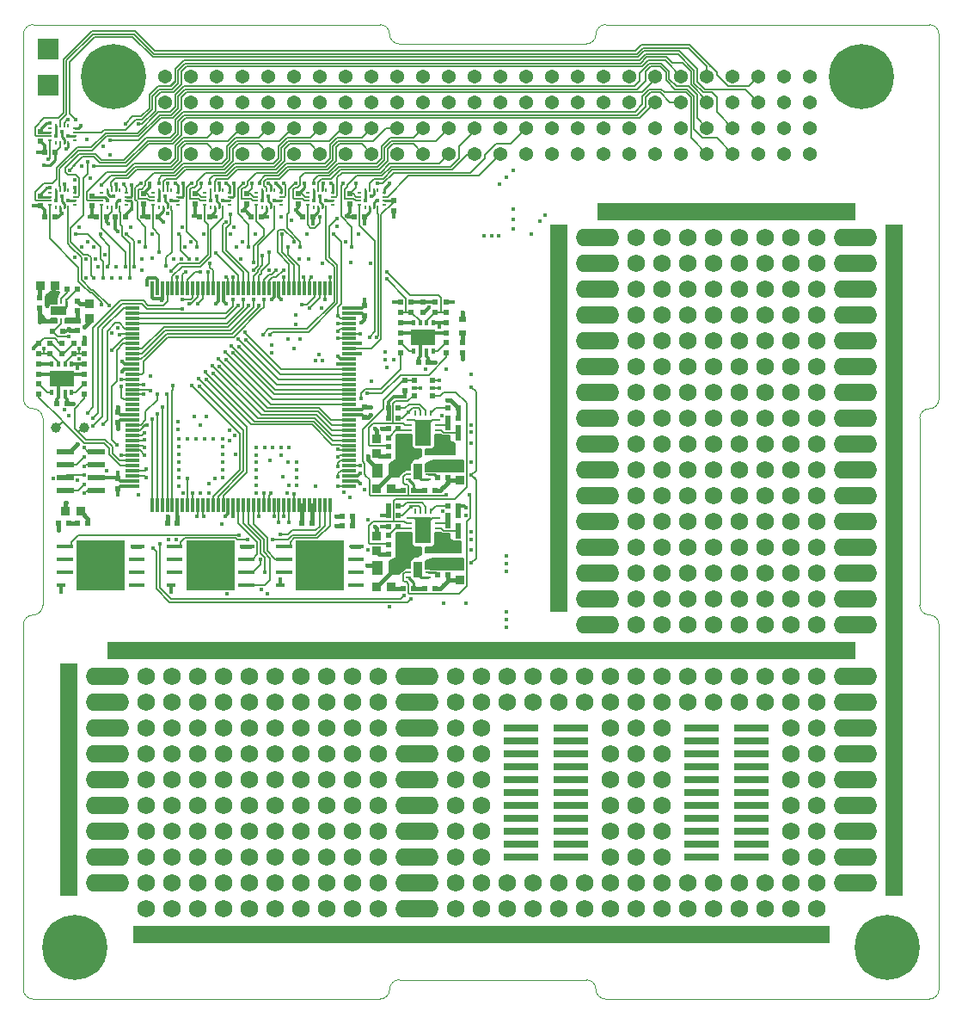
<source format=gbr>
G04 #@! TF.GenerationSoftware,KiCad,Pcbnew,(5.1.6)-1*
G04 #@! TF.CreationDate,2020-08-05T20:31:42+02:00*
G04 #@! TF.ProjectId,board_sierra,626f6172-645f-4736-9965-7272612e6b69,rev?*
G04 #@! TF.SameCoordinates,Original*
G04 #@! TF.FileFunction,Copper,L1,Top*
G04 #@! TF.FilePolarity,Positive*
%FSLAX46Y46*%
G04 Gerber Fmt 4.6, Leading zero omitted, Abs format (unit mm)*
G04 Created by KiCad (PCBNEW (5.1.6)-1) date 2020-08-05 20:31:42*
%MOMM*%
%LPD*%
G01*
G04 APERTURE LIST*
G04 #@! TA.AperFunction,Profile*
%ADD10C,0.100000*%
G04 #@! TD*
G04 #@! TA.AperFunction,SMDPad,CuDef*
%ADD11R,3.500000X0.650000*%
G04 #@! TD*
G04 #@! TA.AperFunction,ComponentPad*
%ADD12R,2.540000X1.750000*%
G04 #@! TD*
G04 #@! TA.AperFunction,ComponentPad*
%ADD13R,1.750000X2.540000*%
G04 #@! TD*
G04 #@! TA.AperFunction,ComponentPad*
%ADD14C,1.500000*%
G04 #@! TD*
G04 #@! TA.AperFunction,ComponentPad*
%ADD15O,4.290000X1.750000*%
G04 #@! TD*
G04 #@! TA.AperFunction,ComponentPad*
%ADD16C,1.750000*%
G04 #@! TD*
G04 #@! TA.AperFunction,SMDPad,CuDef*
%ADD17R,0.950000X0.950000*%
G04 #@! TD*
G04 #@! TA.AperFunction,SMDPad,CuDef*
%ADD18R,0.500000X0.600000*%
G04 #@! TD*
G04 #@! TA.AperFunction,SMDPad,CuDef*
%ADD19R,1.100000X1.400000*%
G04 #@! TD*
G04 #@! TA.AperFunction,SMDPad,CuDef*
%ADD20R,0.300000X1.475000*%
G04 #@! TD*
G04 #@! TA.AperFunction,SMDPad,CuDef*
%ADD21R,1.475000X0.300000*%
G04 #@! TD*
G04 #@! TA.AperFunction,ViaPad*
%ADD22C,0.450000*%
G04 #@! TD*
G04 #@! TA.AperFunction,SMDPad,CuDef*
%ADD23R,1.600000X2.600000*%
G04 #@! TD*
G04 #@! TA.AperFunction,SMDPad,CuDef*
%ADD24R,0.200000X0.600000*%
G04 #@! TD*
G04 #@! TA.AperFunction,SMDPad,CuDef*
%ADD25R,0.600000X0.200000*%
G04 #@! TD*
G04 #@! TA.AperFunction,ComponentPad*
%ADD26C,6.400000*%
G04 #@! TD*
G04 #@! TA.AperFunction,ComponentPad*
%ADD27C,0.800000*%
G04 #@! TD*
G04 #@! TA.AperFunction,SMDPad,CuDef*
%ADD28R,1.700000X0.600000*%
G04 #@! TD*
G04 #@! TA.AperFunction,SMDPad,CuDef*
%ADD29C,1.000000*%
G04 #@! TD*
G04 #@! TA.AperFunction,ComponentPad*
%ADD30R,2.000000X2.000000*%
G04 #@! TD*
G04 #@! TA.AperFunction,SMDPad,CuDef*
%ADD31R,0.600000X0.500000*%
G04 #@! TD*
G04 #@! TA.AperFunction,SMDPad,CuDef*
%ADD32R,0.950000X0.450000*%
G04 #@! TD*
G04 #@! TA.AperFunction,SMDPad,CuDef*
%ADD33R,4.750000X4.900000*%
G04 #@! TD*
G04 #@! TA.AperFunction,SMDPad,CuDef*
%ADD34R,0.463000X0.225000*%
G04 #@! TD*
G04 #@! TA.AperFunction,SMDPad,CuDef*
%ADD35R,0.225000X0.463000*%
G04 #@! TD*
G04 #@! TA.AperFunction,ComponentPad*
%ADD36C,1.365000*%
G04 #@! TD*
G04 #@! TA.AperFunction,SMDPad,CuDef*
%ADD37R,0.900000X1.600000*%
G04 #@! TD*
G04 #@! TA.AperFunction,SMDPad,CuDef*
%ADD38R,0.500000X0.250000*%
G04 #@! TD*
G04 #@! TA.AperFunction,SMDPad,CuDef*
%ADD39R,0.700000X0.600000*%
G04 #@! TD*
G04 #@! TA.AperFunction,SMDPad,CuDef*
%ADD40R,0.300000X0.600000*%
G04 #@! TD*
G04 #@! TA.AperFunction,SMDPad,CuDef*
%ADD41R,2.400000X1.600000*%
G04 #@! TD*
G04 #@! TA.AperFunction,SMDPad,CuDef*
%ADD42R,0.250000X0.500000*%
G04 #@! TD*
G04 #@! TA.AperFunction,SMDPad,CuDef*
%ADD43R,1.600000X0.900000*%
G04 #@! TD*
G04 #@! TA.AperFunction,SMDPad,CuDef*
%ADD44R,0.600000X0.600000*%
G04 #@! TD*
G04 #@! TA.AperFunction,SMDPad,CuDef*
%ADD45R,0.600000X0.400000*%
G04 #@! TD*
G04 #@! TA.AperFunction,Conductor*
%ADD46C,0.250000*%
G04 #@! TD*
G04 #@! TA.AperFunction,Conductor*
%ADD47C,0.200000*%
G04 #@! TD*
G04 #@! TA.AperFunction,Conductor*
%ADD48C,0.500000*%
G04 #@! TD*
G04 #@! TA.AperFunction,Conductor*
%ADD49C,0.450000*%
G04 #@! TD*
G04 #@! TA.AperFunction,Conductor*
%ADD50C,0.300000*%
G04 #@! TD*
G04 #@! TA.AperFunction,Conductor*
%ADD51C,0.173000*%
G04 #@! TD*
G04 #@! TA.AperFunction,Conductor*
%ADD52C,0.225000*%
G04 #@! TD*
G04 #@! TA.AperFunction,Conductor*
%ADD53C,0.350000*%
G04 #@! TD*
G04 #@! TA.AperFunction,Conductor*
%ADD54C,0.190000*%
G04 #@! TD*
G04 #@! TA.AperFunction,Conductor*
%ADD55C,0.127000*%
G04 #@! TD*
G04 #@! TA.AperFunction,Conductor*
%ADD56C,0.170000*%
G04 #@! TD*
G04 APERTURE END LIST*
D10*
X137985500Y-43180000D02*
G75*
G03*
X138938000Y-42227500I0J952500D01*
G01*
X119570500Y-43180000D02*
X137985500Y-43180000D01*
X139890500Y-41275000D02*
X171767500Y-41275000D01*
X118618000Y-42227500D02*
G75*
G03*
X117665500Y-41275000I-952500J0D01*
G01*
X118618000Y-42227500D02*
G75*
G03*
X119570500Y-43180000I952500J0D01*
G01*
X83502500Y-41275000D02*
X117665500Y-41275000D01*
X139890500Y-41275000D02*
G75*
G03*
X138938000Y-42227500I0J-952500D01*
G01*
X139890500Y-137160000D02*
X171767500Y-137160000D01*
X119570500Y-135255000D02*
X137985500Y-135255000D01*
X83502500Y-137160000D02*
X117665500Y-137160000D01*
X139890500Y-137160000D02*
G75*
G02*
X138938000Y-136207500I0J952500D01*
G01*
X137985500Y-135255000D02*
G75*
G02*
X138938000Y-136207500I0J-952500D01*
G01*
X118618000Y-136207500D02*
G75*
G02*
X119570500Y-135255000I952500J0D01*
G01*
X118618000Y-136207500D02*
G75*
G02*
X117665500Y-137160000I-952500J0D01*
G01*
X171767500Y-79070200D02*
G75*
G03*
X170815000Y-80022700I0J-952500D01*
G01*
X172720000Y-42227500D02*
X172720000Y-78117700D01*
X170815000Y-80022700D02*
X170815000Y-98412300D01*
X172720000Y-100317300D02*
X172720000Y-136207500D01*
X170815000Y-98412300D02*
G75*
G03*
X171767500Y-99364800I952500J0D01*
G01*
X172720000Y-100317300D02*
G75*
G03*
X171767500Y-99364800I-952500J0D01*
G01*
X171767500Y-79070200D02*
G75*
G03*
X172720000Y-78117700I0J952500D01*
G01*
X172720000Y-136207500D02*
G75*
G02*
X171767500Y-137160000I-952500J0D01*
G01*
X171767500Y-41275000D02*
G75*
G02*
X172720000Y-42227500I0J-952500D01*
G01*
X82550000Y-100317300D02*
X82550000Y-136207500D01*
X82550000Y-42227500D02*
X82550000Y-78117700D01*
X82550000Y-42227500D02*
G75*
G02*
X83502500Y-41275000I952500J0D01*
G01*
X84455000Y-80022700D02*
X84455000Y-98412300D01*
X83502500Y-79070200D02*
G75*
G02*
X82550000Y-78117700I0J952500D01*
G01*
X83502500Y-79070200D02*
G75*
G02*
X84455000Y-80022700I0J-952500D01*
G01*
X84455000Y-98412300D02*
G75*
G02*
X83502500Y-99364800I-952500J0D01*
G01*
X82550000Y-100317300D02*
G75*
G02*
X83502500Y-99364800I952500J0D01*
G01*
X83502500Y-137160000D02*
G75*
G02*
X82550000Y-136207500I0J952500D01*
G01*
D11*
X154240000Y-115570000D03*
X149290000Y-119380000D03*
X154240000Y-120650000D03*
X154240000Y-114300000D03*
X149290000Y-113030000D03*
X149290000Y-116840000D03*
X149290000Y-114300000D03*
X149290000Y-115570000D03*
X154240000Y-113030000D03*
X154240000Y-116840000D03*
X149290000Y-120650000D03*
X154240000Y-119380000D03*
X154240000Y-118110000D03*
X149290000Y-118110000D03*
X154240000Y-111760000D03*
X149290000Y-110490000D03*
X154240000Y-121920000D03*
X154240000Y-110490000D03*
X154240000Y-123190000D03*
X149290000Y-111760000D03*
X149290000Y-121920000D03*
X149290000Y-123190000D03*
X131510000Y-110490000D03*
X136460000Y-111760000D03*
X131510000Y-111760000D03*
X136460000Y-110490000D03*
X136460000Y-123190000D03*
X131510000Y-123190000D03*
X136460000Y-121920000D03*
X131510000Y-121920000D03*
D12*
X163195000Y-59690000D03*
X140335000Y-59690000D03*
X158115000Y-59690000D03*
X160655000Y-59690000D03*
X145415000Y-59690000D03*
X147955000Y-59690000D03*
X150495000Y-59690000D03*
X153035000Y-59690000D03*
X155575000Y-59690000D03*
X142875000Y-59690000D03*
D13*
X168275000Y-64770000D03*
X135255000Y-64770000D03*
D14*
X140335000Y-64770000D03*
X137795000Y-64770000D03*
D15*
X139065000Y-64770000D03*
D16*
X150495000Y-64770000D03*
X142875000Y-64770000D03*
D14*
X163195000Y-64770000D03*
D16*
X155575000Y-64770000D03*
X160655000Y-64770000D03*
X147955000Y-64770000D03*
D14*
X165735000Y-64770000D03*
D16*
X153035000Y-64770000D03*
X145415000Y-64770000D03*
D15*
X164465000Y-64770000D03*
D16*
X158115000Y-64770000D03*
X137795000Y-128270000D03*
X137795000Y-107950000D03*
X137795000Y-105410000D03*
X137795000Y-125730000D03*
D14*
X120015000Y-125730000D03*
D15*
X121285000Y-125730000D03*
D14*
X122555000Y-125730000D03*
D16*
X150495000Y-128270000D03*
X145415000Y-128270000D03*
X160655000Y-128270000D03*
X94615000Y-128270000D03*
X155575000Y-128270000D03*
X147955000Y-128270000D03*
X158115000Y-128270000D03*
X135255000Y-128270000D03*
X140335000Y-128270000D03*
X142875000Y-128270000D03*
X153035000Y-128270000D03*
X132715000Y-128270000D03*
X107315000Y-128270000D03*
X104775000Y-128270000D03*
X112395000Y-128270000D03*
X127635000Y-128270000D03*
X97155000Y-128270000D03*
X130175000Y-128270000D03*
X117475000Y-128270000D03*
X102235000Y-128270000D03*
X109855000Y-128270000D03*
X99695000Y-128270000D03*
X125095000Y-128270000D03*
X114935000Y-128270000D03*
D12*
X92075000Y-102870000D03*
X163195000Y-102870000D03*
X158115000Y-102870000D03*
X160655000Y-102870000D03*
X142875000Y-102870000D03*
X155575000Y-102870000D03*
X135255000Y-102870000D03*
X132715000Y-102870000D03*
X137795000Y-102870000D03*
X145415000Y-102870000D03*
X150495000Y-102870000D03*
X153035000Y-102870000D03*
X147955000Y-102870000D03*
X140335000Y-102870000D03*
D14*
X122555000Y-118110000D03*
D15*
X121285000Y-118110000D03*
D14*
X120015000Y-118110000D03*
D15*
X121285000Y-107950000D03*
D14*
X122555000Y-107950000D03*
X122555000Y-105410000D03*
X120015000Y-107950000D03*
X122555000Y-115570000D03*
X122555000Y-113030000D03*
X120015000Y-120650000D03*
D15*
X121285000Y-123190000D03*
D14*
X122555000Y-120650000D03*
X120015000Y-113030000D03*
X120015000Y-123190000D03*
D15*
X121285000Y-115570000D03*
D14*
X120015000Y-115570000D03*
D15*
X121285000Y-105410000D03*
D14*
X120015000Y-110490000D03*
D15*
X121285000Y-120650000D03*
X121285000Y-113030000D03*
D14*
X122555000Y-110490000D03*
D15*
X121285000Y-110490000D03*
D14*
X120015000Y-105410000D03*
X122555000Y-123190000D03*
D15*
X121285000Y-128270000D03*
D14*
X120015000Y-128270000D03*
X122555000Y-128270000D03*
D13*
X86995000Y-107950000D03*
D15*
X90805000Y-107950000D03*
X90805000Y-105410000D03*
D14*
X92075000Y-105410000D03*
X89535000Y-105410000D03*
X89535000Y-107950000D03*
X92075000Y-107950000D03*
D16*
X117475000Y-107950000D03*
X132715000Y-105410000D03*
X135255000Y-107950000D03*
X125095000Y-105410000D03*
X117475000Y-105410000D03*
X125095000Y-107950000D03*
X132715000Y-107950000D03*
X135255000Y-105410000D03*
X102235000Y-105410000D03*
X97155000Y-107950000D03*
X104775000Y-107950000D03*
X102235000Y-107950000D03*
X130175000Y-107950000D03*
X127635000Y-107950000D03*
X104775000Y-105410000D03*
X94615000Y-105410000D03*
X94615000Y-107950000D03*
X97155000Y-105410000D03*
X127635000Y-105410000D03*
X99695000Y-107950000D03*
X130175000Y-105410000D03*
X99695000Y-105410000D03*
X114935000Y-105410000D03*
X112395000Y-107950000D03*
X107315000Y-107950000D03*
X114935000Y-107950000D03*
X109855000Y-107950000D03*
X112395000Y-105410000D03*
X109855000Y-105410000D03*
X107315000Y-105410000D03*
D13*
X86995000Y-105410000D03*
D14*
X140335000Y-95250000D03*
D15*
X139065000Y-95250000D03*
D14*
X137795000Y-95250000D03*
D15*
X139065000Y-97790000D03*
D14*
X140335000Y-97790000D03*
X137795000Y-97790000D03*
X137795000Y-100330000D03*
X140335000Y-100330000D03*
D15*
X139065000Y-100330000D03*
D14*
X137795000Y-87630000D03*
X140335000Y-87630000D03*
D15*
X139065000Y-85090000D03*
D14*
X140335000Y-85090000D03*
X137795000Y-85090000D03*
D15*
X139065000Y-90170000D03*
X139065000Y-87630000D03*
X139065000Y-92710000D03*
D14*
X137795000Y-92710000D03*
X140335000Y-90170000D03*
X140335000Y-92710000D03*
X137795000Y-90170000D03*
D13*
X135255000Y-97790000D03*
X135255000Y-95250000D03*
X135255000Y-72390000D03*
X135255000Y-90170000D03*
X135255000Y-82550000D03*
X135255000Y-69850000D03*
X135255000Y-77470000D03*
X135255000Y-74930000D03*
X135255000Y-62230000D03*
X135255000Y-67310000D03*
X135255000Y-87630000D03*
X135255000Y-85090000D03*
X135255000Y-92710000D03*
X135255000Y-80010000D03*
D14*
X140335000Y-74930000D03*
X137795000Y-74930000D03*
X137795000Y-82550000D03*
X140335000Y-82550000D03*
D15*
X139065000Y-80010000D03*
D14*
X140335000Y-77470000D03*
X137795000Y-77470000D03*
D15*
X139065000Y-77470000D03*
X139065000Y-82550000D03*
D14*
X140335000Y-80010000D03*
X137795000Y-80010000D03*
D15*
X139065000Y-74930000D03*
D14*
X137795000Y-69850000D03*
D15*
X139065000Y-67310000D03*
D14*
X140335000Y-72390000D03*
D15*
X139065000Y-69850000D03*
D14*
X137795000Y-67310000D03*
D15*
X139065000Y-72390000D03*
X139065000Y-62230000D03*
D14*
X140335000Y-69850000D03*
X137795000Y-72390000D03*
X140335000Y-62230000D03*
X140335000Y-67310000D03*
X137795000Y-62230000D03*
D12*
X158115000Y-130810000D03*
X160655000Y-130810000D03*
X94615000Y-130810000D03*
D13*
X86995000Y-123190000D03*
X86995000Y-118110000D03*
X86995000Y-115570000D03*
X86995000Y-125730000D03*
X86995000Y-110490000D03*
X86995000Y-120650000D03*
X86995000Y-113030000D03*
D15*
X90805000Y-123190000D03*
D14*
X89535000Y-125730000D03*
X92075000Y-123190000D03*
X89535000Y-123190000D03*
X92075000Y-125730000D03*
D15*
X90805000Y-125730000D03*
X90805000Y-113030000D03*
D14*
X89535000Y-120650000D03*
X89535000Y-113030000D03*
D15*
X90805000Y-120650000D03*
D14*
X89535000Y-115570000D03*
D15*
X90805000Y-118110000D03*
D14*
X89535000Y-118110000D03*
X92075000Y-113030000D03*
X92075000Y-115570000D03*
D15*
X90805000Y-115570000D03*
D14*
X92075000Y-120650000D03*
X92075000Y-118110000D03*
X89535000Y-110490000D03*
D15*
X90805000Y-110490000D03*
D14*
X92075000Y-110490000D03*
D15*
X164465000Y-125730000D03*
D14*
X163195000Y-123190000D03*
X163195000Y-125730000D03*
D15*
X164465000Y-123190000D03*
D14*
X165735000Y-125730000D03*
X165735000Y-123190000D03*
X163195000Y-120650000D03*
X163195000Y-115570000D03*
D15*
X164465000Y-118110000D03*
X164465000Y-120650000D03*
D14*
X163195000Y-118110000D03*
X165735000Y-115570000D03*
X163195000Y-113030000D03*
D15*
X164465000Y-115570000D03*
D14*
X165735000Y-120650000D03*
X165735000Y-118110000D03*
X165735000Y-113030000D03*
D15*
X164465000Y-113030000D03*
X164465000Y-107950000D03*
X164465000Y-110490000D03*
D14*
X165735000Y-105410000D03*
D15*
X164465000Y-105410000D03*
D14*
X165735000Y-107950000D03*
X163195000Y-110490000D03*
X163195000Y-107950000D03*
X165735000Y-110490000D03*
X163195000Y-105410000D03*
X165735000Y-95250000D03*
D15*
X164465000Y-97790000D03*
D14*
X163195000Y-92710000D03*
D15*
X164465000Y-95250000D03*
D14*
X165735000Y-97790000D03*
D15*
X164465000Y-92710000D03*
X164465000Y-100330000D03*
D14*
X163195000Y-95250000D03*
X165735000Y-92710000D03*
X163195000Y-100330000D03*
X163195000Y-97790000D03*
X165735000Y-100330000D03*
X163195000Y-90170000D03*
X165735000Y-90170000D03*
X165735000Y-82550000D03*
X163195000Y-82550000D03*
D15*
X164465000Y-85090000D03*
D14*
X163195000Y-87630000D03*
X165735000Y-87630000D03*
D15*
X164465000Y-87630000D03*
X164465000Y-82550000D03*
D14*
X163195000Y-85090000D03*
X165735000Y-85090000D03*
D15*
X164465000Y-90170000D03*
D14*
X165735000Y-77470000D03*
X163195000Y-77470000D03*
D15*
X164465000Y-80010000D03*
D14*
X163195000Y-80010000D03*
X165735000Y-80010000D03*
D15*
X164465000Y-74930000D03*
X164465000Y-77470000D03*
X164465000Y-72390000D03*
D14*
X165735000Y-72390000D03*
X163195000Y-74930000D03*
X163195000Y-72390000D03*
X165735000Y-74930000D03*
D15*
X164465000Y-69850000D03*
D14*
X163195000Y-69850000D03*
X165735000Y-69850000D03*
X165735000Y-67310000D03*
X163195000Y-67310000D03*
D15*
X164465000Y-67310000D03*
D14*
X163195000Y-62230000D03*
X165735000Y-62230000D03*
D15*
X164465000Y-62230000D03*
D16*
X155575000Y-62230000D03*
X147955000Y-62230000D03*
X145415000Y-62230000D03*
X145415000Y-67310000D03*
X158115000Y-67310000D03*
X147955000Y-67310000D03*
X155575000Y-67310000D03*
X142875000Y-62230000D03*
X158115000Y-62230000D03*
X160655000Y-67310000D03*
X142875000Y-67310000D03*
X153035000Y-67310000D03*
X153035000Y-62230000D03*
X150495000Y-67310000D03*
X150495000Y-62230000D03*
X160655000Y-62230000D03*
X145415000Y-80010000D03*
X160655000Y-85090000D03*
X145415000Y-72390000D03*
X142875000Y-69850000D03*
X142875000Y-77470000D03*
X142875000Y-74930000D03*
X155575000Y-85090000D03*
X142875000Y-82550000D03*
X145415000Y-74930000D03*
X147955000Y-74930000D03*
X142875000Y-72390000D03*
X158115000Y-80010000D03*
X147955000Y-85090000D03*
X145415000Y-87630000D03*
X147955000Y-69850000D03*
X147955000Y-77470000D03*
X145415000Y-69850000D03*
X147955000Y-72390000D03*
X145415000Y-77470000D03*
X145415000Y-85090000D03*
X147955000Y-87630000D03*
X155575000Y-87630000D03*
X142875000Y-85090000D03*
X142875000Y-80010000D03*
X155575000Y-82550000D03*
X147955000Y-80010000D03*
X150495000Y-87630000D03*
X150495000Y-74930000D03*
X160655000Y-72390000D03*
X155575000Y-77470000D03*
X160655000Y-74930000D03*
X153035000Y-74930000D03*
X160655000Y-87630000D03*
X155575000Y-74930000D03*
X158115000Y-82550000D03*
X147955000Y-82550000D03*
X150495000Y-82550000D03*
X153035000Y-80010000D03*
X160655000Y-77470000D03*
X155575000Y-72390000D03*
X150495000Y-72390000D03*
X153035000Y-77470000D03*
X150495000Y-80010000D03*
X160655000Y-82550000D03*
X158115000Y-77470000D03*
X153035000Y-72390000D03*
X158115000Y-74930000D03*
X153035000Y-69850000D03*
X142875000Y-87630000D03*
X158115000Y-72390000D03*
X145415000Y-82550000D03*
X153035000Y-82550000D03*
X150495000Y-77470000D03*
X158115000Y-87630000D03*
X158115000Y-85090000D03*
X153035000Y-85090000D03*
X160655000Y-80010000D03*
X153035000Y-87630000D03*
X155575000Y-80010000D03*
X160655000Y-69850000D03*
X150495000Y-85090000D03*
X155575000Y-69850000D03*
X150495000Y-69850000D03*
X158115000Y-69850000D03*
X145415000Y-92710000D03*
X147955000Y-92710000D03*
X142875000Y-95250000D03*
X147955000Y-95250000D03*
X147955000Y-90170000D03*
X147955000Y-97790000D03*
X142875000Y-90170000D03*
X142875000Y-97790000D03*
X145415000Y-90170000D03*
X142875000Y-92710000D03*
X145415000Y-97790000D03*
X145415000Y-95250000D03*
X158115000Y-100330000D03*
X147955000Y-105410000D03*
X145415000Y-100330000D03*
X155575000Y-107950000D03*
X155575000Y-105410000D03*
X142875000Y-105410000D03*
X142875000Y-100330000D03*
X145415000Y-107950000D03*
X160655000Y-105410000D03*
X145415000Y-105410000D03*
X140335000Y-105410000D03*
X140335000Y-107950000D03*
X147955000Y-107950000D03*
X155575000Y-100330000D03*
X150495000Y-105410000D03*
X147955000Y-100330000D03*
X142875000Y-107950000D03*
X153035000Y-100330000D03*
X160655000Y-107950000D03*
X150495000Y-100330000D03*
X153035000Y-107950000D03*
X150495000Y-107950000D03*
X158115000Y-105410000D03*
X158115000Y-107950000D03*
X153035000Y-105410000D03*
X160655000Y-90170000D03*
X160655000Y-100330000D03*
X160655000Y-95250000D03*
X160655000Y-97790000D03*
X158115000Y-97790000D03*
X153035000Y-92710000D03*
X150495000Y-92710000D03*
X158115000Y-92710000D03*
X160655000Y-92710000D03*
X158115000Y-95250000D03*
X155575000Y-92710000D03*
X153035000Y-90170000D03*
X153035000Y-97790000D03*
X155575000Y-97790000D03*
X155575000Y-95250000D03*
X150495000Y-97790000D03*
X150495000Y-95250000D03*
X153035000Y-95250000D03*
X155575000Y-90170000D03*
X150495000Y-90170000D03*
X158115000Y-90170000D03*
X112395000Y-113030000D03*
X114935000Y-113030000D03*
X109855000Y-115570000D03*
X107315000Y-115570000D03*
X114935000Y-115570000D03*
X107315000Y-113030000D03*
X114935000Y-110490000D03*
X114935000Y-118110000D03*
X109855000Y-110490000D03*
X107315000Y-118110000D03*
X109855000Y-118110000D03*
X112395000Y-110490000D03*
X109855000Y-113030000D03*
X107315000Y-110490000D03*
X112395000Y-118110000D03*
X112395000Y-115570000D03*
X145415000Y-118110000D03*
X145415000Y-110490000D03*
X140335000Y-113030000D03*
X145415000Y-115570000D03*
X145415000Y-113030000D03*
X140335000Y-118110000D03*
X140335000Y-110490000D03*
X142875000Y-110490000D03*
X140335000Y-115570000D03*
X142875000Y-113030000D03*
X142875000Y-118110000D03*
X142875000Y-115570000D03*
D11*
X136460000Y-116840000D03*
X131510000Y-113030000D03*
X136460000Y-114300000D03*
X131510000Y-119380000D03*
X131510000Y-120650000D03*
X136460000Y-119380000D03*
X131510000Y-115570000D03*
X136460000Y-120650000D03*
X136460000Y-118110000D03*
X131510000Y-118110000D03*
X136460000Y-113030000D03*
X131510000Y-114300000D03*
X136460000Y-115570000D03*
X131510000Y-116840000D03*
D16*
X160655000Y-125730000D03*
X158115000Y-125730000D03*
X94615000Y-125730000D03*
X145415000Y-120650000D03*
X135255000Y-125730000D03*
X140335000Y-123190000D03*
X142875000Y-125730000D03*
X145415000Y-123190000D03*
X145415000Y-125730000D03*
X142875000Y-120650000D03*
X155575000Y-125730000D03*
X132715000Y-125730000D03*
X153035000Y-125730000D03*
X142875000Y-123190000D03*
X140335000Y-120650000D03*
X140335000Y-125730000D03*
X147955000Y-125730000D03*
X150495000Y-125730000D03*
X97155000Y-123190000D03*
X109855000Y-123190000D03*
X114935000Y-125730000D03*
X114935000Y-120650000D03*
X99695000Y-125730000D03*
X127635000Y-120650000D03*
X114935000Y-123190000D03*
X112395000Y-125730000D03*
X125095000Y-123190000D03*
X127635000Y-123190000D03*
X97155000Y-125730000D03*
X127635000Y-125730000D03*
X107315000Y-125730000D03*
X125095000Y-120650000D03*
X99695000Y-120650000D03*
X117475000Y-125730000D03*
X107315000Y-120650000D03*
X109855000Y-120650000D03*
X117475000Y-123190000D03*
X112395000Y-120650000D03*
X125095000Y-125730000D03*
X130175000Y-125730000D03*
X102235000Y-123190000D03*
X109855000Y-125730000D03*
X107315000Y-123190000D03*
X104775000Y-125730000D03*
X117475000Y-120650000D03*
X104775000Y-120650000D03*
X102235000Y-125730000D03*
X112395000Y-123190000D03*
X99695000Y-123190000D03*
X97155000Y-120650000D03*
X102235000Y-120650000D03*
X104775000Y-123190000D03*
X158115000Y-115570000D03*
X158115000Y-123190000D03*
X94615000Y-120650000D03*
X94615000Y-123190000D03*
X158115000Y-118110000D03*
X160655000Y-113030000D03*
X160655000Y-118110000D03*
X160655000Y-123190000D03*
X158115000Y-120650000D03*
X158115000Y-110490000D03*
X160655000Y-110490000D03*
X160655000Y-115570000D03*
X158115000Y-113030000D03*
X160655000Y-120650000D03*
X125095000Y-118110000D03*
X117475000Y-118110000D03*
X117475000Y-115570000D03*
X125095000Y-115570000D03*
X117475000Y-110490000D03*
X125095000Y-110490000D03*
X125095000Y-113030000D03*
X117475000Y-113030000D03*
X127635000Y-110490000D03*
X127635000Y-115570000D03*
X127635000Y-118110000D03*
X127635000Y-113030000D03*
X99695000Y-118110000D03*
X97155000Y-118110000D03*
X97155000Y-115570000D03*
X99695000Y-115570000D03*
X97155000Y-110490000D03*
X99695000Y-110490000D03*
X99695000Y-113030000D03*
X97155000Y-113030000D03*
X104775000Y-110490000D03*
X104775000Y-118110000D03*
X102235000Y-110490000D03*
X104775000Y-115570000D03*
X102235000Y-115570000D03*
X104775000Y-113030000D03*
X102235000Y-118110000D03*
X102235000Y-113030000D03*
X94615000Y-118110000D03*
X94615000Y-115570000D03*
X94615000Y-110490000D03*
X94615000Y-113030000D03*
D12*
X94615000Y-102870000D03*
X97155000Y-102870000D03*
X99695000Y-102870000D03*
X102235000Y-102870000D03*
X97155000Y-130810000D03*
X99695000Y-130810000D03*
X107315000Y-102870000D03*
X112395000Y-102870000D03*
X114935000Y-102870000D03*
X104775000Y-102870000D03*
X109855000Y-102870000D03*
D13*
X168275000Y-62230000D03*
X168275000Y-67310000D03*
X168275000Y-69850000D03*
X168275000Y-72390000D03*
D12*
X120015000Y-102870000D03*
D13*
X168275000Y-74930000D03*
D12*
X117475000Y-102870000D03*
D13*
X168275000Y-82550000D03*
D12*
X127635000Y-102870000D03*
D13*
X168275000Y-80010000D03*
D12*
X125095000Y-102870000D03*
D13*
X168275000Y-85090000D03*
X168275000Y-77470000D03*
D12*
X122555000Y-102870000D03*
D13*
X168275000Y-95250000D03*
X168275000Y-87630000D03*
D12*
X130175000Y-102870000D03*
D13*
X168275000Y-97790000D03*
X168275000Y-92710000D03*
X168275000Y-90170000D03*
X168275000Y-102870000D03*
X168275000Y-100330000D03*
X168275000Y-110490000D03*
X168275000Y-107950000D03*
X168275000Y-105410000D03*
X168275000Y-115570000D03*
X168275000Y-113030000D03*
X168275000Y-123190000D03*
X168275000Y-118110000D03*
X168275000Y-120650000D03*
X168275000Y-125730000D03*
D12*
X107315000Y-130810000D03*
X102235000Y-130810000D03*
X104775000Y-130810000D03*
X114935000Y-130810000D03*
X109855000Y-130810000D03*
X112395000Y-130810000D03*
X122555000Y-130810000D03*
X117475000Y-130810000D03*
X120015000Y-130810000D03*
X130175000Y-130810000D03*
X125095000Y-130810000D03*
X127635000Y-130810000D03*
X137795000Y-130810000D03*
X135255000Y-130810000D03*
X132715000Y-130810000D03*
X153035000Y-130810000D03*
X147955000Y-130810000D03*
X140335000Y-130810000D03*
X145415000Y-130810000D03*
X142875000Y-130810000D03*
X150495000Y-130810000D03*
X155575000Y-130810000D03*
D17*
X86715000Y-89150000D03*
X88165000Y-89150000D03*
X117290000Y-93085000D03*
X117290000Y-91635000D03*
X117290000Y-83455000D03*
X117290000Y-82005000D03*
X117340000Y-96570000D03*
X118790000Y-96570000D03*
X117345000Y-86930000D03*
X118795000Y-86930000D03*
X85700000Y-66990000D03*
X84250000Y-66990000D03*
X89070000Y-68725000D03*
X89070000Y-70175000D03*
D18*
X118470000Y-83730000D03*
X119470000Y-83730000D03*
D19*
X119125000Y-94760000D03*
X117375000Y-94760000D03*
X119125000Y-85130000D03*
X117375000Y-85130000D03*
D20*
X95216000Y-88584500D03*
X95716000Y-88584500D03*
X96216000Y-88584500D03*
X96716000Y-88584500D03*
X97216000Y-88584500D03*
X97716000Y-88584500D03*
X98216000Y-88584500D03*
X98716000Y-88584500D03*
X99216000Y-88584500D03*
X99716000Y-88584500D03*
X100216000Y-88584500D03*
X100716000Y-88584500D03*
X101216000Y-88584500D03*
X101716000Y-88584500D03*
X102216000Y-88584500D03*
X102716000Y-88584500D03*
X103216000Y-88584500D03*
X103716000Y-88584500D03*
X104216000Y-88584500D03*
X104716000Y-88584500D03*
X105216000Y-88584500D03*
X105716000Y-88584500D03*
X106216000Y-88584500D03*
X106716000Y-88584500D03*
X107216000Y-88584500D03*
X107716000Y-88584500D03*
X108216000Y-88584500D03*
X108716000Y-88584500D03*
X109216000Y-88584500D03*
X109716000Y-88584500D03*
X110216000Y-88584500D03*
X110716000Y-88584500D03*
X111216000Y-88584500D03*
X111716000Y-88584500D03*
X112216000Y-88584500D03*
X112716000Y-88584500D03*
D21*
X114628500Y-86672000D03*
X114628500Y-86172000D03*
X114628500Y-85672000D03*
X114628500Y-85172000D03*
X114628500Y-84672000D03*
X114628500Y-84172000D03*
X114628500Y-83672000D03*
X114628500Y-83172000D03*
X114628500Y-82672000D03*
X114628500Y-82172000D03*
X114628500Y-81672000D03*
X114628500Y-81172000D03*
X114628500Y-80672000D03*
X114628500Y-80172000D03*
X114628500Y-79672000D03*
X114628500Y-79172000D03*
X114628500Y-78672000D03*
X114628500Y-78172000D03*
X114628500Y-77672000D03*
X114628500Y-77172000D03*
X114628500Y-76672000D03*
X114628500Y-76172000D03*
X114628500Y-75672000D03*
X114628500Y-75172000D03*
X114628500Y-74672000D03*
X114628500Y-74172000D03*
X114628500Y-73672000D03*
X114628500Y-73172000D03*
X114628500Y-72672000D03*
X114628500Y-72172000D03*
X114628500Y-71672000D03*
X114628500Y-71172000D03*
X114628500Y-70672000D03*
X114628500Y-70172000D03*
X114628500Y-69672000D03*
X114628500Y-69172000D03*
D20*
X112716000Y-67259500D03*
X112216000Y-67259500D03*
X111716000Y-67259500D03*
X111216000Y-67259500D03*
X110716000Y-67259500D03*
X110216000Y-67259500D03*
X109716000Y-67259500D03*
X109216000Y-67259500D03*
X108716000Y-67259500D03*
X108216000Y-67259500D03*
X107716000Y-67259500D03*
X107216000Y-67259500D03*
X106716000Y-67259500D03*
X106216000Y-67259500D03*
X105716000Y-67259500D03*
X105216000Y-67259500D03*
X104716000Y-67259500D03*
X104216000Y-67259500D03*
X103716000Y-67259500D03*
X103216000Y-67259500D03*
X102716000Y-67259500D03*
X102216000Y-67259500D03*
X101716000Y-67259500D03*
X101216000Y-67259500D03*
X100716000Y-67259500D03*
X100216000Y-67259500D03*
X99716000Y-67259500D03*
X99216000Y-67259500D03*
X98716000Y-67259500D03*
X98216000Y-67259500D03*
X97716000Y-67259500D03*
X97216000Y-67259500D03*
X96716000Y-67259500D03*
X96216000Y-67259500D03*
X95716000Y-67259500D03*
X95216000Y-67259500D03*
D21*
X93303500Y-69172000D03*
X93303500Y-69672000D03*
X93303500Y-70172000D03*
X93303500Y-70672000D03*
X93303500Y-71172000D03*
X93303500Y-71672000D03*
X93303500Y-72172000D03*
X93303500Y-72672000D03*
X93303500Y-73172000D03*
X93303500Y-73672000D03*
X93303500Y-74172000D03*
X93303500Y-74672000D03*
X93303500Y-75172000D03*
X93303500Y-75672000D03*
X93303500Y-76172000D03*
X93303500Y-76672000D03*
X93303500Y-77172000D03*
X93303500Y-77672000D03*
X93303500Y-78172000D03*
X93303500Y-78672000D03*
X93303500Y-79172000D03*
X93303500Y-79672000D03*
X93303500Y-80172000D03*
X93303500Y-80672000D03*
X93303500Y-81172000D03*
X93303500Y-81672000D03*
X93303500Y-82172000D03*
X93303500Y-82672000D03*
X93303500Y-83172000D03*
X93303500Y-83672000D03*
X93303500Y-84172000D03*
X93303500Y-84672000D03*
X93303500Y-85172000D03*
X93303500Y-85672000D03*
X93303500Y-86172000D03*
X93303500Y-86672000D03*
D22*
X121420000Y-92050000D03*
X122420000Y-92050000D03*
X122420000Y-90050000D03*
X121420000Y-90050000D03*
X121420000Y-91050000D03*
X122420000Y-91050000D03*
D23*
X121920000Y-91050000D03*
D24*
X121170000Y-89150000D03*
X121670000Y-89150000D03*
X122170000Y-89150000D03*
X122670000Y-89150000D03*
D25*
X123320000Y-89800000D03*
X123320000Y-90300000D03*
X123320000Y-90800000D03*
X123320000Y-91300000D03*
X123320000Y-91800000D03*
X123320000Y-92300000D03*
D24*
X122670000Y-92950000D03*
X122170000Y-92950000D03*
X121670000Y-92950000D03*
X121170000Y-92950000D03*
D25*
X120520000Y-92300000D03*
X120520000Y-91800000D03*
X120520000Y-91300000D03*
X120520000Y-90800000D03*
X120520000Y-90300000D03*
X120520000Y-89800000D03*
D17*
X125500000Y-95900000D03*
X125500000Y-94450000D03*
X125500000Y-86135000D03*
X125500000Y-84685000D03*
D26*
X91440000Y-46355000D03*
D27*
X93840000Y-46355000D03*
X93137056Y-48052056D03*
X91440000Y-48755000D03*
X89742944Y-48052056D03*
X89040000Y-46355000D03*
X89742944Y-44657944D03*
X91440000Y-43955000D03*
X93137056Y-44657944D03*
D26*
X167640000Y-132080000D03*
D27*
X170040000Y-132080000D03*
X169337056Y-133777056D03*
X167640000Y-134480000D03*
X165942944Y-133777056D03*
X165240000Y-132080000D03*
X165942944Y-130382944D03*
X167640000Y-129680000D03*
X169337056Y-130382944D03*
D26*
X87630000Y-132080000D03*
D27*
X90030000Y-132080000D03*
X89327056Y-133777056D03*
X87630000Y-134480000D03*
X85932944Y-133777056D03*
X85230000Y-132080000D03*
X85932944Y-130382944D03*
X87630000Y-129680000D03*
X89327056Y-130382944D03*
D26*
X165100000Y-46355000D03*
D27*
X167500000Y-46355000D03*
X166797056Y-48052056D03*
X165100000Y-48755000D03*
X163402944Y-48052056D03*
X162700000Y-46355000D03*
X163402944Y-44657944D03*
X165100000Y-43955000D03*
X166797056Y-44657944D03*
D28*
X89715000Y-87075000D03*
X86665000Y-87075000D03*
X89715000Y-85805000D03*
X86665000Y-85805000D03*
X89715000Y-84535000D03*
X86665000Y-84535000D03*
X89715000Y-83265000D03*
X86665000Y-83265000D03*
D29*
X85750000Y-80960000D03*
X88510000Y-80960000D03*
D30*
X85000000Y-47220000D03*
X85000000Y-43720000D03*
D18*
X113920000Y-90630000D03*
X114920000Y-90630000D03*
D31*
X86320000Y-73630000D03*
X86320000Y-72630000D03*
X91810000Y-79420000D03*
X91810000Y-80420000D03*
X91810000Y-85920000D03*
X91810000Y-86920000D03*
D18*
X109960000Y-90340000D03*
X110960000Y-90340000D03*
D32*
X86270000Y-92583000D03*
X86270000Y-93853000D03*
X86270000Y-95123000D03*
X86270000Y-96393000D03*
X94070000Y-96393000D03*
X94070000Y-95123000D03*
X94070000Y-93853000D03*
X94070000Y-92583000D03*
D33*
X90170000Y-94488000D03*
D18*
X118470000Y-92460000D03*
X119470000Y-92460000D03*
D31*
X84210000Y-52770000D03*
X84210000Y-51770000D03*
D18*
X84640000Y-53820000D03*
X85640000Y-53820000D03*
D34*
X87578500Y-51470000D03*
X87578500Y-51870000D03*
X87578500Y-52270000D03*
X87578500Y-52670000D03*
D35*
X86960000Y-52888500D03*
X86560000Y-52888500D03*
X86160000Y-52888500D03*
X85760000Y-52888500D03*
D34*
X85141500Y-52670000D03*
X85141500Y-52270000D03*
X85141500Y-51870000D03*
X85141500Y-51470000D03*
D35*
X85760000Y-51251500D03*
X86160000Y-51251500D03*
X86560000Y-51251500D03*
X86960000Y-51251500D03*
D34*
X107898500Y-57820000D03*
X107898500Y-58220000D03*
X107898500Y-58620000D03*
X107898500Y-59020000D03*
D35*
X107280000Y-59238500D03*
X106880000Y-59238500D03*
X106480000Y-59238500D03*
X106080000Y-59238500D03*
D34*
X105461500Y-59020000D03*
X105461500Y-58620000D03*
X105461500Y-58220000D03*
X105461500Y-57820000D03*
D35*
X106080000Y-57601500D03*
X106480000Y-57601500D03*
X106880000Y-57601500D03*
X107280000Y-57601500D03*
D31*
X114690000Y-58920000D03*
X114690000Y-57920000D03*
D18*
X92620000Y-60170000D03*
X91620000Y-60170000D03*
X89720000Y-60170000D03*
X90720000Y-60170000D03*
X110040000Y-60170000D03*
X111040000Y-60170000D03*
D34*
X97738500Y-57820000D03*
X97738500Y-58220000D03*
X97738500Y-58620000D03*
X97738500Y-59020000D03*
D35*
X97120000Y-59238500D03*
X96720000Y-59238500D03*
X96320000Y-59238500D03*
X95920000Y-59238500D03*
D34*
X95301500Y-59020000D03*
X95301500Y-58620000D03*
X95301500Y-58220000D03*
X95301500Y-57820000D03*
D35*
X95920000Y-57601500D03*
X96320000Y-57601500D03*
X96720000Y-57601500D03*
X97120000Y-57601500D03*
D31*
X94370000Y-58920000D03*
X94370000Y-57920000D03*
D18*
X94810000Y-60170000D03*
X95810000Y-60170000D03*
D31*
X99450000Y-58920000D03*
X99450000Y-57920000D03*
D36*
X160020000Y-46355000D03*
X160020000Y-48895000D03*
X157480000Y-46355000D03*
X157480000Y-48895000D03*
X154940000Y-46355000D03*
X154940000Y-48895000D03*
X152400000Y-46355000D03*
X152400000Y-48895000D03*
X149860000Y-46355000D03*
X149860000Y-48895000D03*
X147320000Y-46355000D03*
X147320000Y-48895000D03*
X144780000Y-46355000D03*
X144780000Y-48895000D03*
X142240000Y-46355000D03*
X142240000Y-48895000D03*
X139700000Y-46355000D03*
X139700000Y-48895000D03*
X137160000Y-46355000D03*
X137160000Y-48895000D03*
X134620000Y-46355000D03*
X134620000Y-48895000D03*
X132080000Y-46355000D03*
X132080000Y-48895000D03*
X129540000Y-46355000D03*
X129540000Y-48895000D03*
X127000000Y-46355000D03*
X127000000Y-48895000D03*
X124460000Y-46355000D03*
X124460000Y-48895000D03*
X121920000Y-46355000D03*
X121920000Y-48895000D03*
X119380000Y-46355000D03*
X119380000Y-48895000D03*
X116840000Y-46355000D03*
X116840000Y-48895000D03*
X114300000Y-46355000D03*
X114300000Y-48895000D03*
X111760000Y-46355000D03*
X111760000Y-48895000D03*
X109220000Y-46355000D03*
X109220000Y-48895000D03*
X106680000Y-46355000D03*
X106680000Y-48895000D03*
X104140000Y-46355000D03*
X104140000Y-48895000D03*
X101600000Y-46355000D03*
X101600000Y-48895000D03*
X99060000Y-46355000D03*
X99060000Y-48895000D03*
X96520000Y-46355000D03*
X96520000Y-48895000D03*
D18*
X99880000Y-60170000D03*
X100880000Y-60170000D03*
D36*
X160020000Y-51435000D03*
X160020000Y-53975000D03*
X157480000Y-51435000D03*
X157480000Y-53975000D03*
X154940000Y-51435000D03*
X154940000Y-53975000D03*
X152400000Y-51435000D03*
X152400000Y-53975000D03*
X149860000Y-51435000D03*
X149860000Y-53975000D03*
X147320000Y-51435000D03*
X147320000Y-53975000D03*
X144780000Y-51435000D03*
X144780000Y-53975000D03*
X142240000Y-51435000D03*
X142240000Y-53975000D03*
X139700000Y-51435000D03*
X139700000Y-53975000D03*
X137160000Y-51435000D03*
X137160000Y-53975000D03*
X134620000Y-51435000D03*
X134620000Y-53975000D03*
X132080000Y-51435000D03*
X132080000Y-53975000D03*
X129540000Y-51435000D03*
X129540000Y-53975000D03*
X127000000Y-51435000D03*
X127000000Y-53975000D03*
X124460000Y-51435000D03*
X124460000Y-53975000D03*
X121920000Y-51435000D03*
X121920000Y-53975000D03*
X119380000Y-51435000D03*
X119380000Y-53975000D03*
X116840000Y-51435000D03*
X116840000Y-53975000D03*
X114300000Y-51435000D03*
X114300000Y-53975000D03*
X111760000Y-51435000D03*
X111760000Y-53975000D03*
X109220000Y-51435000D03*
X109220000Y-53975000D03*
X106680000Y-51435000D03*
X106680000Y-53975000D03*
X104140000Y-51435000D03*
X104140000Y-53975000D03*
X101600000Y-51435000D03*
X101600000Y-53975000D03*
X99060000Y-51435000D03*
X99060000Y-53975000D03*
X96520000Y-51435000D03*
X96520000Y-53975000D03*
D31*
X119690000Y-73570000D03*
X119690000Y-72570000D03*
X124190000Y-73570000D03*
X124190000Y-72570000D03*
X84070000Y-77630000D03*
X84070000Y-76630000D03*
X88570000Y-76630000D03*
X88570000Y-77630000D03*
D22*
X121420000Y-82410000D03*
X122420000Y-82410000D03*
X122420000Y-80410000D03*
X121420000Y-80410000D03*
X121420000Y-81410000D03*
X122420000Y-81410000D03*
D23*
X121920000Y-81410000D03*
D24*
X121170000Y-79510000D03*
X121670000Y-79510000D03*
X122170000Y-79510000D03*
X122670000Y-79510000D03*
D25*
X123320000Y-80160000D03*
X123320000Y-80660000D03*
X123320000Y-81160000D03*
X123320000Y-81660000D03*
X123320000Y-82160000D03*
X123320000Y-82660000D03*
D24*
X122670000Y-83310000D03*
X122170000Y-83310000D03*
X121670000Y-83310000D03*
X121170000Y-83310000D03*
D25*
X120520000Y-82660000D03*
X120520000Y-82160000D03*
X120520000Y-81660000D03*
X120520000Y-81160000D03*
X120520000Y-80660000D03*
X120520000Y-80160000D03*
D22*
X121420000Y-85840000D03*
X121420000Y-84740000D03*
D37*
X121420000Y-85290000D03*
D38*
X122370000Y-84540000D03*
X122370000Y-85040000D03*
X122370000Y-85540000D03*
X122370000Y-86040000D03*
X120470000Y-86040000D03*
X120470000Y-85540000D03*
X120470000Y-85040000D03*
X120470000Y-84540000D03*
D32*
X107860000Y-92583000D03*
X107860000Y-93853000D03*
X107860000Y-95123000D03*
X107860000Y-96393000D03*
X115660000Y-96393000D03*
X115660000Y-95123000D03*
X115660000Y-93853000D03*
X115660000Y-92583000D03*
D33*
X111760000Y-94488000D03*
D32*
X97065000Y-92583000D03*
X97065000Y-93853000D03*
X97065000Y-95123000D03*
X97065000Y-96393000D03*
X104865000Y-96393000D03*
X104865000Y-95123000D03*
X104865000Y-93853000D03*
X104865000Y-92583000D03*
D33*
X100965000Y-94488000D03*
D18*
X87890000Y-90330000D03*
X88890000Y-90330000D03*
X86990000Y-90330000D03*
X85990000Y-90330000D03*
D31*
X125820000Y-72570000D03*
X125820000Y-73570000D03*
D18*
X118470000Y-82830000D03*
X119470000Y-82830000D03*
X119470000Y-89600000D03*
X118470000Y-89600000D03*
X124370000Y-88650000D03*
X125370000Y-88650000D03*
D31*
X84130000Y-69170000D03*
X84130000Y-68170000D03*
X87850000Y-69450000D03*
X87850000Y-68450000D03*
D39*
X125810000Y-70230000D03*
X125810000Y-71630000D03*
D18*
X118470000Y-93360000D03*
X119470000Y-93360000D03*
X119970000Y-96750000D03*
X120970000Y-96750000D03*
X119970000Y-87110000D03*
X120970000Y-87110000D03*
X87880000Y-67310000D03*
X86880000Y-67310000D03*
D31*
X87850000Y-71350000D03*
X87850000Y-70350000D03*
D18*
X123320000Y-95450000D03*
X124320000Y-95450000D03*
X123320000Y-85820000D03*
X124320000Y-85820000D03*
X122050000Y-96750000D03*
X123050000Y-96750000D03*
X122050000Y-87110000D03*
X123050000Y-87110000D03*
X119470000Y-88650000D03*
X118470000Y-88650000D03*
X119470000Y-79020000D03*
X118470000Y-79020000D03*
D40*
X120965000Y-73420000D03*
X121615000Y-73420000D03*
X122265000Y-73420000D03*
X122915000Y-73420000D03*
X122915000Y-70620000D03*
X122265000Y-70620000D03*
X121615000Y-70620000D03*
X120965000Y-70620000D03*
D41*
X121940000Y-72020000D03*
D22*
X122840000Y-72020000D03*
X121040000Y-72020000D03*
X121940000Y-72520000D03*
X121940000Y-71520000D03*
D40*
X85345000Y-77480000D03*
X85995000Y-77480000D03*
X86645000Y-77480000D03*
X87295000Y-77480000D03*
X87295000Y-74680000D03*
X86645000Y-74680000D03*
X85995000Y-74680000D03*
X85345000Y-74680000D03*
D41*
X86320000Y-76080000D03*
D22*
X87220000Y-76080000D03*
X85420000Y-76080000D03*
X86320000Y-76580000D03*
X86320000Y-75580000D03*
D31*
X123120000Y-68570000D03*
X123120000Y-69570000D03*
X87500000Y-72630000D03*
X87500000Y-73630000D03*
X120750000Y-68570000D03*
X120750000Y-69570000D03*
X85130000Y-72630000D03*
X85130000Y-73630000D03*
X119690000Y-71620000D03*
X119690000Y-70620000D03*
X84070000Y-75680000D03*
X84070000Y-74680000D03*
D18*
X85390000Y-71460000D03*
X86390000Y-71460000D03*
D31*
X104530000Y-58920000D03*
X104530000Y-57920000D03*
X120120000Y-77270000D03*
X120120000Y-76270000D03*
X109610000Y-58920000D03*
X109610000Y-57920000D03*
X89290000Y-58120000D03*
X89290000Y-59120000D03*
D18*
X118470000Y-90660000D03*
X119470000Y-90660000D03*
X118470000Y-91560000D03*
X119470000Y-91560000D03*
X118470000Y-81030000D03*
X119470000Y-81030000D03*
X118470000Y-81930000D03*
X119470000Y-81930000D03*
X119470000Y-79970000D03*
X118470000Y-79970000D03*
X124370000Y-79020000D03*
X125370000Y-79020000D03*
X125370000Y-89600000D03*
X124370000Y-89600000D03*
X124370000Y-90550000D03*
X125370000Y-90550000D03*
X125370000Y-91610000D03*
X124370000Y-91610000D03*
X125370000Y-79970000D03*
X124370000Y-79970000D03*
X124370000Y-80920000D03*
X125370000Y-80920000D03*
X125370000Y-81980000D03*
X124370000Y-81980000D03*
D31*
X84210000Y-59120000D03*
X84210000Y-58120000D03*
X118990000Y-59620000D03*
X118990000Y-58620000D03*
D42*
X85270000Y-70400000D03*
X85770000Y-70400000D03*
X86270000Y-70400000D03*
X86770000Y-70400000D03*
X86770000Y-68500000D03*
X86270000Y-68500000D03*
X85770000Y-68500000D03*
X85270000Y-68500000D03*
D43*
X86020000Y-69450000D03*
D22*
X85470000Y-69450000D03*
X86570000Y-69450000D03*
X121420000Y-95480000D03*
X121420000Y-94380000D03*
D37*
X121420000Y-94930000D03*
D38*
X122370000Y-94180000D03*
X122370000Y-94680000D03*
X122370000Y-95180000D03*
X122370000Y-95680000D03*
X120470000Y-95680000D03*
X120470000Y-95180000D03*
X120470000Y-94680000D03*
X120470000Y-94180000D03*
D44*
X121020000Y-77770000D03*
D45*
X121020000Y-77020000D03*
D44*
X121020000Y-76270000D03*
X122820000Y-76270000D03*
D45*
X122820000Y-77020000D03*
D44*
X122820000Y-77770000D03*
D18*
X113920000Y-89680000D03*
X114920000Y-89680000D03*
D31*
X124190000Y-68570000D03*
X124190000Y-69570000D03*
X88570000Y-72620000D03*
X88570000Y-73620000D03*
X119690000Y-68570000D03*
X119690000Y-69570000D03*
X84070000Y-72630000D03*
X84070000Y-73630000D03*
X121940000Y-69570000D03*
X121940000Y-68570000D03*
D18*
X121440000Y-74480000D03*
X122440000Y-74480000D03*
X85820000Y-78530000D03*
X86820000Y-78530000D03*
D31*
X124190000Y-71620000D03*
X124190000Y-70620000D03*
X88570000Y-75680000D03*
X88570000Y-74680000D03*
D18*
X104970000Y-60170000D03*
X105970000Y-60170000D03*
X84640000Y-60170000D03*
X85640000Y-60170000D03*
X115130000Y-60170000D03*
X116130000Y-60170000D03*
X96720000Y-90340000D03*
X97720000Y-90340000D03*
D31*
X116110000Y-79920000D03*
X116110000Y-78920000D03*
X116120000Y-69920000D03*
X116120000Y-68920000D03*
D34*
X112978500Y-57820000D03*
X112978500Y-58220000D03*
X112978500Y-58620000D03*
X112978500Y-59020000D03*
D35*
X112360000Y-59238500D03*
X111960000Y-59238500D03*
X111560000Y-59238500D03*
X111160000Y-59238500D03*
D34*
X110541500Y-59020000D03*
X110541500Y-58620000D03*
X110541500Y-58220000D03*
X110541500Y-57820000D03*
D35*
X111160000Y-57601500D03*
X111560000Y-57601500D03*
X111960000Y-57601500D03*
X112360000Y-57601500D03*
D34*
X92658500Y-57820000D03*
X92658500Y-58220000D03*
X92658500Y-58620000D03*
X92658500Y-59020000D03*
D35*
X92040000Y-59238500D03*
X91640000Y-59238500D03*
X91240000Y-59238500D03*
X90840000Y-59238500D03*
D34*
X90221500Y-59020000D03*
X90221500Y-58620000D03*
X90221500Y-58220000D03*
X90221500Y-57820000D03*
D35*
X90840000Y-57601500D03*
X91240000Y-57601500D03*
X91640000Y-57601500D03*
X92040000Y-57601500D03*
D34*
X102818500Y-57820000D03*
X102818500Y-58220000D03*
X102818500Y-58620000D03*
X102818500Y-59020000D03*
D35*
X102200000Y-59238500D03*
X101800000Y-59238500D03*
X101400000Y-59238500D03*
X101000000Y-59238500D03*
D34*
X100381500Y-59020000D03*
X100381500Y-58620000D03*
X100381500Y-58220000D03*
X100381500Y-57820000D03*
D35*
X101000000Y-57601500D03*
X101400000Y-57601500D03*
X101800000Y-57601500D03*
X102200000Y-57601500D03*
D34*
X87578500Y-57820000D03*
X87578500Y-58220000D03*
X87578500Y-58620000D03*
X87578500Y-59020000D03*
D35*
X86960000Y-59238500D03*
X86560000Y-59238500D03*
X86160000Y-59238500D03*
X85760000Y-59238500D03*
D34*
X85141500Y-59020000D03*
X85141500Y-58620000D03*
X85141500Y-58220000D03*
X85141500Y-57820000D03*
D35*
X85760000Y-57601500D03*
X86160000Y-57601500D03*
X86560000Y-57601500D03*
X86960000Y-57601500D03*
D34*
X118058500Y-57820000D03*
X118058500Y-58220000D03*
X118058500Y-58620000D03*
X118058500Y-59020000D03*
D35*
X117440000Y-59238500D03*
X117040000Y-59238500D03*
X116640000Y-59238500D03*
X116240000Y-59238500D03*
D34*
X115621500Y-59020000D03*
X115621500Y-58620000D03*
X115621500Y-58220000D03*
X115621500Y-57820000D03*
D35*
X116240000Y-57601500D03*
X116640000Y-57601500D03*
X117040000Y-57601500D03*
X117440000Y-57601500D03*
D22*
X112610000Y-92580000D03*
X101800000Y-92580000D03*
X91020000Y-92580000D03*
X100556500Y-79823500D03*
X99990000Y-80710000D03*
X99413500Y-79823500D03*
X109786500Y-72223500D03*
X109220000Y-73110000D03*
X108643500Y-72223500D03*
X109430000Y-84330000D03*
X111890000Y-94940000D03*
X111320500Y-94053500D03*
X112463500Y-94053500D03*
X100970000Y-94930000D03*
X101536500Y-94043500D03*
X100393500Y-94043500D03*
X91640000Y-57010000D03*
X86560000Y-57010000D03*
X89100000Y-56400000D03*
X123920000Y-96400000D03*
X88570000Y-72020000D03*
X86270000Y-97100000D03*
X97070000Y-97110000D03*
X122530000Y-69072000D03*
X92228079Y-74420560D03*
X107970000Y-68340000D03*
X117860000Y-89600000D03*
X123920000Y-98240000D03*
X124240000Y-78230000D03*
X117860000Y-90660000D03*
X115705363Y-86428523D03*
X108080000Y-85730000D03*
X105460000Y-87360000D03*
X105460000Y-82880000D03*
X105460000Y-86620000D03*
X105460000Y-83620000D03*
X105460000Y-84360000D03*
X105460000Y-85880000D03*
X105460000Y-85120000D03*
X107930000Y-82880000D03*
X106280000Y-82880000D03*
X107110000Y-82880000D03*
X107930000Y-83620000D03*
X108640000Y-84330000D03*
X109430000Y-86620000D03*
X109430000Y-85120000D03*
X109430000Y-85880000D03*
X108690000Y-86620000D03*
X108490000Y-87360000D03*
X102130000Y-82030000D03*
X99960000Y-87360000D03*
X100820000Y-87360000D03*
X102130000Y-85880000D03*
X102130000Y-85100000D03*
X102130000Y-84330000D03*
X102130000Y-83560000D03*
X102130000Y-82790000D03*
X97860000Y-82030000D03*
X101280000Y-82030000D03*
X98710000Y-82030000D03*
X99560000Y-82030000D03*
X100430000Y-82030000D03*
X97860000Y-83560000D03*
X97860000Y-82790000D03*
X97860000Y-84330000D03*
X97860000Y-85100000D03*
X97860000Y-85880000D03*
X97860000Y-86660000D03*
X98264000Y-87360000D03*
X100820000Y-86440000D03*
X101370000Y-85890000D03*
X118990000Y-60230000D03*
X109732999Y-64350000D03*
X114395067Y-60094933D03*
X114810000Y-64680000D03*
X116840000Y-58180000D03*
X112030000Y-64760000D03*
X103978500Y-64332002D03*
X99660000Y-64340000D03*
X106678500Y-56889933D03*
X112110000Y-56900000D03*
X109337011Y-59530000D03*
X104097011Y-59640000D03*
X99267218Y-60132782D03*
X101810000Y-56890000D03*
X96790000Y-56890000D03*
X94200000Y-60170000D03*
X120126011Y-77876979D03*
X123480000Y-77030000D03*
X119010000Y-68570000D03*
X124860000Y-68570000D03*
X118320000Y-75020000D03*
X113550000Y-74670000D03*
X91830000Y-61620000D03*
X94180000Y-64340000D03*
X89062969Y-60170000D03*
X90410000Y-53240000D03*
X84010000Y-53820000D03*
X108670000Y-82880000D03*
X115820000Y-70630000D03*
X93860000Y-87530000D03*
X109960000Y-89680000D03*
X90300000Y-94930000D03*
X89730500Y-94043500D03*
X90873500Y-94043500D03*
X123807320Y-89138333D03*
X123767998Y-79730000D03*
X126680000Y-81380000D03*
X123920000Y-86760000D03*
X96720000Y-89690000D03*
X86960000Y-50660000D03*
X91830000Y-85300000D03*
X85462998Y-85920000D03*
X83550000Y-59120000D03*
X126140000Y-88840000D03*
X91810000Y-78940000D03*
X102470000Y-68760000D03*
X117860000Y-81030000D03*
X126680001Y-91204854D03*
X102460000Y-89680000D03*
X94713998Y-66880000D03*
X116764538Y-79644538D03*
X116462998Y-83765999D03*
X116400000Y-94480000D03*
X89660000Y-64330000D03*
X87000000Y-71240000D03*
X83510000Y-73130000D03*
X116460000Y-92960000D03*
X107860000Y-95810000D03*
X103437000Y-83560000D03*
X123720000Y-94690000D03*
X122980000Y-93950000D03*
X122980000Y-94690000D03*
X123720000Y-93950000D03*
X123050000Y-74480000D03*
X125830000Y-74200000D03*
X87460000Y-78530000D03*
X124367998Y-94320000D03*
X116830000Y-76370000D03*
X117120000Y-90660000D03*
X116484328Y-90017208D03*
X114130000Y-87300000D03*
X114660000Y-87830000D03*
X124367998Y-84680000D03*
X123520000Y-71070000D03*
X87900000Y-75130000D03*
X113550000Y-73920000D03*
X92229176Y-75419750D03*
X106970936Y-68332997D03*
X126140000Y-98240000D03*
X115705696Y-85414263D03*
X111320000Y-86670000D03*
X103220000Y-89680000D03*
X106820000Y-84140000D03*
X102050000Y-90410000D03*
X116130000Y-60830000D03*
X111040000Y-60830000D03*
X108920000Y-60520000D03*
X106580000Y-60170000D03*
X103230000Y-61180000D03*
X101490000Y-60170000D03*
X98150000Y-61180000D03*
X96320000Y-60720000D03*
X93070000Y-61180000D03*
X111920000Y-69160000D03*
X125810000Y-69550000D03*
X90880000Y-60840000D03*
X87990000Y-61180000D03*
X88800000Y-52570000D03*
X86356886Y-59846886D03*
X113400000Y-61090000D03*
X116120000Y-68310000D03*
X113310000Y-90630000D03*
X93240000Y-92580000D03*
X104030000Y-92580000D03*
X114830000Y-92580000D03*
X122980000Y-85050000D03*
X122980000Y-84310000D03*
X123720000Y-85050000D03*
X123720000Y-84310000D03*
X126680000Y-80640000D03*
X126140000Y-89610000D03*
X97716000Y-89686000D03*
X91810000Y-87530000D03*
X84560000Y-55130000D03*
X91810000Y-81030000D03*
X101470000Y-68760000D03*
X96130000Y-68430990D03*
X117120000Y-81030000D03*
X116770000Y-78900000D03*
X84130000Y-69780000D03*
X88570000Y-71020000D03*
X84130000Y-70520000D03*
X85990000Y-90990000D03*
X107210000Y-89680000D03*
X110960000Y-89680000D03*
X113310000Y-89680000D03*
X129385000Y-62035000D03*
X128640000Y-62060000D03*
X127890000Y-62060000D03*
X123980000Y-92270000D03*
X123980000Y-93010000D03*
X123240000Y-93010000D03*
X124720000Y-92270000D03*
X125460000Y-92270000D03*
X130800000Y-55610000D03*
X129450000Y-56960000D03*
X130125000Y-56285000D03*
X124100000Y-82640000D03*
X124840000Y-82640000D03*
X124100000Y-83380000D03*
X124840000Y-83380000D03*
X123360000Y-83380000D03*
X106950000Y-87360000D03*
X98720000Y-85940000D03*
X106210000Y-87360000D03*
X124155000Y-87505000D03*
X126500000Y-87500000D03*
X103295998Y-56890000D03*
X104740000Y-63130000D03*
X104172999Y-56890000D03*
X123480000Y-76270000D03*
X102200000Y-58620000D03*
X102920000Y-59910000D03*
X100040000Y-56890000D03*
X107280000Y-58620000D03*
X106720000Y-63640000D03*
X105050000Y-56890000D03*
X98460000Y-63130000D03*
X100280000Y-61865498D03*
X101510000Y-63740000D03*
X112720000Y-66160000D03*
X108160000Y-56890000D03*
X109820000Y-63130000D03*
X109337011Y-56890000D03*
X99660000Y-63130000D03*
X99160000Y-56890000D03*
X93190000Y-57020000D03*
X111759155Y-58174169D03*
X111120000Y-56900000D03*
X114900000Y-63130000D03*
X114040000Y-56900000D03*
X99590000Y-89680000D03*
X96850000Y-91934990D03*
X97800000Y-81110000D03*
X107030000Y-73570000D03*
X118170000Y-74210000D03*
X120740000Y-97762000D03*
X95340000Y-92828991D03*
X87040000Y-79780000D03*
X100340000Y-89680000D03*
X97590000Y-91934990D03*
X97800000Y-80370000D03*
X118170000Y-73470000D03*
X118980000Y-74210000D03*
X120000000Y-97450000D03*
X95961991Y-92381991D03*
X107030000Y-72830000D03*
X86570000Y-79200000D03*
X90710000Y-85170000D03*
X94730000Y-80700000D03*
X88860000Y-79490000D03*
X89410000Y-80740000D03*
X92200000Y-83680000D03*
X98272990Y-56890000D03*
X112360000Y-58620000D03*
X110610000Y-64340000D03*
X107460000Y-65420000D03*
X108210000Y-66160000D03*
X115520000Y-61865498D03*
X126680000Y-85600000D03*
X126680000Y-76960000D03*
X126680000Y-94230000D03*
X116160000Y-87020000D03*
X88510000Y-82910000D03*
X88510000Y-83800000D03*
X88510000Y-84710000D03*
X88510000Y-85600000D03*
X87880000Y-86060000D03*
X87880000Y-82520000D03*
X86720000Y-88320000D03*
X88510000Y-86510000D03*
X88510000Y-87410000D03*
X120470000Y-83310000D03*
X121680000Y-77020000D03*
X96520845Y-58174169D03*
X95880000Y-56890000D03*
X97720000Y-66160000D03*
X97104094Y-65505906D03*
X101000000Y-58620000D03*
X99980000Y-65610000D03*
X98490000Y-65610000D03*
X102550000Y-56890000D03*
X104710000Y-68910000D03*
X105210000Y-64680000D03*
X105210000Y-68360000D03*
X105210000Y-65420000D03*
X106080000Y-58620000D03*
X105710000Y-68910000D03*
X106210000Y-68360000D03*
X106720000Y-65420000D03*
X107900000Y-60170000D03*
X107420000Y-56890000D03*
X98830000Y-68770000D03*
X90840000Y-58620000D03*
X90220000Y-57030000D03*
X92050000Y-58610000D03*
X99700000Y-68770000D03*
X93190000Y-59430000D03*
X92020000Y-71820000D03*
X94580000Y-63130000D03*
X94125998Y-56890000D03*
X98220000Y-68350000D03*
X95200000Y-61860000D03*
X117440000Y-58620000D03*
X117440000Y-56900000D03*
X90580000Y-63920000D03*
X88700000Y-64340000D03*
X88900962Y-62683705D03*
X88300000Y-63120000D03*
X86359155Y-58174169D03*
X92575913Y-51055913D03*
X89500000Y-55200000D03*
X91040000Y-52680000D03*
X87097998Y-55590000D03*
X93835471Y-51065471D03*
X86360845Y-51824169D03*
X87700000Y-50660000D03*
X99220000Y-87360000D03*
X92200000Y-76170000D03*
X87000000Y-71980000D03*
X116749981Y-64760000D03*
X118302031Y-66310000D03*
X114300845Y-62684169D03*
X118302031Y-65570000D03*
X112858629Y-56897616D03*
X84598455Y-73147793D03*
X106860000Y-71760000D03*
X113400000Y-60350000D03*
X88034713Y-73142327D03*
X106120000Y-71760000D03*
X113530000Y-71430000D03*
X115300000Y-56900000D03*
X89500000Y-63130000D03*
X87650000Y-64210000D03*
X95730000Y-77660000D03*
X88300000Y-55180000D03*
X91050000Y-54080000D03*
X92200000Y-76910000D03*
X91247061Y-73323000D03*
X85140000Y-57340000D03*
X86960000Y-58620000D03*
X101600845Y-58174169D03*
X100922999Y-56890000D03*
X106680845Y-58174169D03*
X105790000Y-56890000D03*
X85130000Y-50990000D03*
X86960000Y-52270000D03*
X94490000Y-81410000D03*
X99060845Y-62684169D03*
X98110000Y-64340000D03*
X110750000Y-69150000D03*
X97840000Y-61860000D03*
X98850000Y-64340000D03*
X109960000Y-68798500D03*
X97120000Y-58620000D03*
X102471192Y-60669692D03*
X95002999Y-56890000D03*
X97530000Y-56890000D03*
X95060000Y-77330000D03*
X96580000Y-64980000D03*
X94400000Y-77670000D03*
X95060000Y-75880000D03*
X95946164Y-63646164D03*
X110900000Y-66160000D03*
X108620000Y-63130000D03*
X110440000Y-61865498D03*
X110154500Y-66160000D03*
X109220845Y-62684169D03*
X108000000Y-61860000D03*
X103710000Y-68910000D03*
X103540000Y-63130000D03*
X105360000Y-61860000D03*
X106090000Y-64030000D03*
X104210000Y-68360000D03*
X104139155Y-62684169D03*
X103200000Y-68360000D03*
X102920000Y-61860000D03*
X94490000Y-83630000D03*
X89408193Y-79991807D03*
X98220000Y-69210000D03*
X113540000Y-83050000D03*
X113538998Y-85720000D03*
X113540000Y-86670000D03*
X87250000Y-92580000D03*
X103820000Y-91480000D03*
X107880000Y-91468000D03*
X93080000Y-95120000D03*
X103870000Y-95120000D03*
X114680000Y-95120000D03*
X105860000Y-93930000D03*
X98050000Y-92580000D03*
X104660000Y-91920000D03*
X107040000Y-91920000D03*
X108840000Y-92580000D03*
X94400000Y-76670000D03*
X105716000Y-89676000D03*
X90431490Y-80555576D03*
X91750000Y-82670000D03*
X94490000Y-82150000D03*
X116410000Y-77590000D03*
X94490000Y-82890000D03*
X115817001Y-78042999D03*
X113538998Y-84770000D03*
X107710000Y-90230000D03*
X126680000Y-75690000D03*
X126680000Y-92960000D03*
X113537841Y-83795536D03*
X126680001Y-84330000D03*
X108220000Y-89680000D03*
X98050000Y-93860000D03*
X87250000Y-93850000D03*
X108840000Y-93850000D03*
X108837000Y-95123000D03*
X98050000Y-95120000D03*
X106360000Y-95122999D03*
X87250000Y-95120000D03*
X103870000Y-96390000D03*
X93080000Y-96390000D03*
X114670000Y-96390000D03*
X93080000Y-93850000D03*
X103870000Y-93860000D03*
X114680000Y-93850000D03*
X116240000Y-58620000D03*
X115720000Y-71670000D03*
X116610000Y-72010000D03*
X117350000Y-72010000D03*
X113530000Y-72170000D03*
X118560067Y-56900067D03*
X113530000Y-70670000D03*
X113530000Y-69930000D03*
X113099999Y-61850000D03*
X97370000Y-64340000D03*
X100940000Y-64770000D03*
X95920000Y-58620000D03*
X100720000Y-65610000D03*
X96723566Y-59831515D03*
X115720000Y-73660000D03*
X115720000Y-72670000D03*
X115720000Y-84670000D03*
X112210000Y-68360000D03*
X120430000Y-79420000D03*
X109220000Y-87490000D03*
X108720000Y-90230000D03*
X120733104Y-88747989D03*
X111160000Y-58620000D03*
X103210000Y-66080000D03*
X109360000Y-69820000D03*
X108200000Y-65420000D03*
X110240000Y-56900000D03*
X109360000Y-70780000D03*
X111760000Y-60170000D03*
X102470000Y-66080000D03*
X92430000Y-57010000D03*
X102410000Y-73520000D03*
X92124500Y-66170000D03*
X93001500Y-66170000D03*
X103060000Y-72870000D03*
X103150000Y-73610000D03*
X92563000Y-65080000D03*
X102510000Y-74260000D03*
X91440000Y-58180000D03*
X91686000Y-65080000D03*
X104364094Y-71564094D03*
X95200000Y-64270000D03*
X93976928Y-62684727D03*
X104450000Y-72300000D03*
X103800000Y-72970000D03*
X92720000Y-61850000D03*
X93440000Y-65080000D03*
X103694094Y-72234094D03*
X94250000Y-65430000D03*
X91247500Y-66170000D03*
X101770000Y-74170000D03*
X90120000Y-61850000D03*
X90809000Y-65080000D03*
X101870000Y-74910000D03*
X101130000Y-74840000D03*
X90370500Y-66170000D03*
X87680000Y-61860000D03*
X101230000Y-75580000D03*
X89932000Y-65080000D03*
X100540000Y-76210000D03*
X88730000Y-66170000D03*
X88910853Y-54746556D03*
X100480000Y-75470000D03*
X89470000Y-66170000D03*
X91270000Y-71610000D03*
X97220000Y-76780000D03*
X99150000Y-76800000D03*
X91804387Y-71094387D03*
X87570000Y-57330000D03*
X96220000Y-78901011D03*
X99800000Y-76130000D03*
X90983056Y-68925258D03*
X99890000Y-76870000D03*
X90233832Y-68796168D03*
X85760000Y-58620000D03*
X95716000Y-79544000D03*
X95220000Y-80100000D03*
X88200000Y-51210000D03*
X86760000Y-53480000D03*
X87570000Y-56590000D03*
X96710000Y-77670001D03*
X85020957Y-54550000D03*
X94670000Y-85810000D03*
X85760000Y-52270000D03*
X94670000Y-85040000D03*
X133375000Y-60585000D03*
X132600000Y-61910000D03*
X133900000Y-60060000D03*
X130800000Y-59460000D03*
X130800000Y-60410000D03*
X130800000Y-61360000D03*
X130150000Y-99060000D03*
X130150000Y-99800000D03*
X130150000Y-100540000D03*
X130150000Y-95070000D03*
X130150000Y-94330000D03*
X130150000Y-93590000D03*
X88020000Y-74160000D03*
X111280000Y-74370000D03*
X122190000Y-75140000D03*
X126680001Y-82450000D03*
X126680000Y-91950000D03*
X102590000Y-97308000D03*
X118618000Y-98541011D03*
X112020000Y-74370000D03*
X124180000Y-75140000D03*
X111650000Y-73720000D03*
X84867998Y-69010000D03*
X84870000Y-68020000D03*
X103391981Y-81698019D03*
X102860000Y-81170000D03*
X102860000Y-82220000D03*
X106020000Y-96845000D03*
X106600000Y-97310000D03*
D46*
X121720000Y-95680000D02*
X121420000Y-95380000D01*
X122370000Y-95680000D02*
X121720000Y-95680000D01*
D47*
X121020000Y-89800000D02*
X121920000Y-90700000D01*
X120520000Y-89800000D02*
X121020000Y-89800000D01*
X121920000Y-90700000D02*
X121920000Y-91050000D01*
X122820000Y-89800000D02*
X121920000Y-90700000D01*
X123320000Y-89800000D02*
X122820000Y-89800000D01*
D46*
X121720000Y-86040000D02*
X121420000Y-85740000D01*
X122370000Y-86040000D02*
X121720000Y-86040000D01*
D47*
X122820000Y-80160000D02*
X121920000Y-81060000D01*
X123320000Y-80160000D02*
X122820000Y-80160000D01*
X121020000Y-80160000D02*
X121920000Y-81060000D01*
X121920000Y-81060000D02*
X121920000Y-81410000D01*
X120520000Y-80160000D02*
X121020000Y-80160000D01*
D48*
X125370000Y-89120000D02*
X125370000Y-89600000D01*
X125370000Y-88650000D02*
X125370000Y-89120000D01*
D49*
X123570000Y-96750000D02*
X123920000Y-96400000D01*
X125370000Y-79970000D02*
X125370000Y-79020000D01*
X124630000Y-78230000D02*
X124240000Y-78230000D01*
X125370000Y-78970000D02*
X124630000Y-78230000D01*
X125370000Y-79020000D02*
X125370000Y-78970000D01*
D50*
X85920000Y-75680000D02*
X86320000Y-76080000D01*
X84070000Y-75680000D02*
X85920000Y-75680000D01*
X86720000Y-75680000D02*
X86320000Y-76080000D01*
X85995000Y-76405000D02*
X86320000Y-76080000D01*
X85995000Y-77480000D02*
X85995000Y-76405000D01*
X122340000Y-71620000D02*
X121940000Y-72020000D01*
X124190000Y-71620000D02*
X122340000Y-71620000D01*
X121540000Y-71620000D02*
X121940000Y-72020000D01*
X119690000Y-71620000D02*
X121540000Y-71620000D01*
X121615000Y-72345000D02*
X121940000Y-72020000D01*
X121615000Y-73420000D02*
X121615000Y-72345000D01*
X121440000Y-74080000D02*
X121615000Y-73905000D01*
X121440000Y-74480000D02*
X121440000Y-74080000D01*
X121615000Y-73420000D02*
X121615000Y-73905000D01*
X85820000Y-78110000D02*
X85995000Y-77935000D01*
X85820000Y-78530000D02*
X85820000Y-78110000D01*
X85995000Y-77480000D02*
X85995000Y-77935000D01*
X121940000Y-69570000D02*
X121848000Y-69570000D01*
X86320000Y-73630000D02*
X86218000Y-73630000D01*
X113798000Y-74672000D02*
X114628500Y-74672000D01*
X121940000Y-69570000D02*
X122032000Y-69570000D01*
X122032000Y-69570000D02*
X122530000Y-69072000D01*
X107716000Y-68086000D02*
X107716000Y-67259500D01*
X107970000Y-68340000D02*
X107716000Y-68086000D01*
X115448840Y-86172000D02*
X114628500Y-86172000D01*
X115705363Y-86428523D02*
X115448840Y-86172000D01*
D47*
X122820000Y-77020000D02*
X123470000Y-77020000D01*
X123470000Y-77020000D02*
X123480000Y-77030000D01*
D50*
X119690000Y-68570000D02*
X119010000Y-68570000D01*
X124190000Y-68570000D02*
X124860000Y-68570000D01*
X113798000Y-74672000D02*
X113552000Y-74672000D01*
X113552000Y-74672000D02*
X113550000Y-74670000D01*
X115862000Y-79672000D02*
X116110000Y-79920000D01*
X114628500Y-79672000D02*
X115862000Y-79672000D01*
X115872000Y-69672000D02*
X114628500Y-69672000D01*
X116120000Y-69920000D02*
X115872000Y-69672000D01*
X116120000Y-70330000D02*
X115820000Y-70630000D01*
X116120000Y-69920000D02*
X116120000Y-70330000D01*
X110216000Y-88584500D02*
X109964500Y-88584500D01*
X109960000Y-88589000D02*
X109964500Y-88584500D01*
X109716000Y-88584500D02*
X109955500Y-88584500D01*
X109964500Y-88584500D02*
X109716000Y-88584500D01*
X109955500Y-88584500D02*
X110216000Y-88584500D01*
X109960000Y-88589000D02*
X109955500Y-88584500D01*
D49*
X123500000Y-87110000D02*
X123570000Y-87110000D01*
X123570000Y-87110000D02*
X123870000Y-86810000D01*
D50*
X92062000Y-86172000D02*
X91810000Y-85920000D01*
X93303500Y-86172000D02*
X92062000Y-86172000D01*
X91695000Y-85805000D02*
X91810000Y-85920000D01*
X89945000Y-85805000D02*
X91695000Y-85805000D01*
X91830000Y-85900000D02*
X91810000Y-85920000D01*
X91830000Y-85300000D02*
X91830000Y-85900000D01*
D51*
X96720000Y-56960000D02*
X96790000Y-56890000D01*
X96720000Y-57601500D02*
X96720000Y-56960000D01*
X86960000Y-50660000D02*
X86823198Y-50660000D01*
X86560000Y-50923198D02*
X86560000Y-51251500D01*
X86823198Y-50660000D02*
X86560000Y-50923198D01*
D50*
X89290000Y-59120000D02*
X89290000Y-59942969D01*
X89290000Y-59942969D02*
X89062969Y-60170000D01*
D49*
X118470000Y-79020000D02*
X118470000Y-79970000D01*
D48*
X118470000Y-88650000D02*
X118470000Y-89600000D01*
D50*
X99450000Y-59950000D02*
X99267218Y-60132782D01*
X99450000Y-58920000D02*
X99450000Y-59950000D01*
X94370000Y-60000000D02*
X94200000Y-60170000D01*
X94370000Y-58920000D02*
X94370000Y-60000000D01*
X91620000Y-61410000D02*
X91830000Y-61620000D01*
X91620000Y-60170000D02*
X91620000Y-61410000D01*
X84640000Y-59550000D02*
X84210000Y-59120000D01*
X84640000Y-60170000D02*
X84640000Y-59550000D01*
X84210000Y-59120000D02*
X83550000Y-59120000D01*
X84640000Y-53820000D02*
X84010000Y-53820000D01*
X84640000Y-53200000D02*
X84210000Y-52770000D01*
X84640000Y-53820000D02*
X84640000Y-53200000D01*
X109977011Y-60170000D02*
X109337011Y-59530000D01*
X110040000Y-60170000D02*
X109977011Y-60170000D01*
X109610000Y-59257011D02*
X109337011Y-59530000D01*
X109610000Y-58920000D02*
X109610000Y-59257011D01*
X114470134Y-60170000D02*
X114395067Y-60094933D01*
X115130000Y-60170000D02*
X114470134Y-60170000D01*
X114690000Y-59800000D02*
X114395067Y-60094933D01*
X114690000Y-58920000D02*
X114690000Y-59800000D01*
X118990000Y-60230000D02*
X118990000Y-59620000D01*
X104530000Y-59207011D02*
X104097011Y-59640000D01*
X104530000Y-58920000D02*
X104530000Y-59207011D01*
X104440000Y-59640000D02*
X104970000Y-60170000D01*
X104097011Y-59640000D02*
X104440000Y-59640000D01*
X99842782Y-60132782D02*
X99880000Y-60170000D01*
X99267218Y-60132782D02*
X99842782Y-60132782D01*
X94200000Y-60170000D02*
X94810000Y-60170000D01*
X89062969Y-60170000D02*
X89720000Y-60170000D01*
X92479519Y-74672000D02*
X92228079Y-74420560D01*
X93303500Y-74672000D02*
X92479519Y-74672000D01*
X97065000Y-97105000D02*
X97070000Y-97110000D01*
X97065000Y-96393000D02*
X97065000Y-97105000D01*
X86270000Y-96393000D02*
X86270000Y-97100000D01*
X118470000Y-90660000D02*
X117860000Y-90660000D01*
X118470000Y-89600000D02*
X117860000Y-89600000D01*
D52*
X86560000Y-57601500D02*
X86560000Y-57010000D01*
X117040000Y-57980000D02*
X116840000Y-58180000D01*
X117040000Y-57601500D02*
X117040000Y-57980000D01*
X111960000Y-57050000D02*
X112110000Y-56900000D01*
X111960000Y-57601500D02*
X111960000Y-57050000D01*
X106880000Y-57091433D02*
X106678500Y-56889933D01*
X106880000Y-57601500D02*
X106880000Y-57091433D01*
X101810000Y-57591500D02*
X101800000Y-57601500D01*
X101810000Y-56890000D02*
X101810000Y-57591500D01*
X91640000Y-57601500D02*
X91640000Y-57010000D01*
D49*
X124320000Y-86360000D02*
X123920000Y-86760000D01*
X124320000Y-85820000D02*
X124320000Y-86360000D01*
X124320000Y-96000000D02*
X123920000Y-96400000D01*
X124320000Y-95450000D02*
X124320000Y-96000000D01*
X124420000Y-95900000D02*
X123920000Y-96400000D01*
X125500000Y-95900000D02*
X124420000Y-95900000D01*
D50*
X125370000Y-88650000D02*
X125950000Y-88650000D01*
X125950000Y-88650000D02*
X126140000Y-88840000D01*
X92062000Y-79672000D02*
X93303500Y-79672000D01*
X91810000Y-79420000D02*
X92062000Y-79672000D01*
X102216000Y-68506000D02*
X102470000Y-68760000D01*
X102216000Y-67259500D02*
X102216000Y-68506000D01*
D49*
X91810000Y-78940000D02*
X91810000Y-79420000D01*
X96720000Y-90340000D02*
X96720000Y-89690000D01*
X109960000Y-90340000D02*
X109960000Y-89680000D01*
X109960000Y-89680000D02*
X109960000Y-88589000D01*
D50*
X119013021Y-77876979D02*
X120126011Y-77876979D01*
X118470000Y-78420000D02*
X119013021Y-77876979D01*
X118470000Y-79020000D02*
X118470000Y-78420000D01*
X120120000Y-77870968D02*
X120126011Y-77876979D01*
X120120000Y-77270000D02*
X120120000Y-77870968D01*
X102460000Y-89680000D02*
X102716000Y-89424000D01*
X102716000Y-89424000D02*
X102716000Y-88584500D01*
D49*
X124545000Y-86135000D02*
X123920000Y-86760000D01*
X125500000Y-86135000D02*
X124545000Y-86135000D01*
X123050000Y-96750000D02*
X123570000Y-96750000D01*
X123050000Y-87110000D02*
X123570000Y-87110000D01*
D50*
X95587601Y-66244999D02*
X94844399Y-66244999D01*
X95716000Y-66373398D02*
X95587601Y-66244999D01*
X94713998Y-66375400D02*
X94713998Y-66880000D01*
X94844399Y-66244999D02*
X94713998Y-66375400D01*
X95716000Y-67259500D02*
X95716000Y-66373398D01*
D49*
X116110000Y-79920000D02*
X116489076Y-79920000D01*
X116489076Y-79920000D02*
X116764538Y-79644538D01*
X118470000Y-81030000D02*
X117860000Y-81030000D01*
X117375000Y-85016800D02*
X117375000Y-85130000D01*
X116462998Y-84104798D02*
X117375000Y-85016800D01*
X116462998Y-83765999D02*
X116462998Y-84104798D01*
X117095000Y-94480000D02*
X117375000Y-94760000D01*
X116400000Y-94480000D02*
X117095000Y-94480000D01*
D46*
X86320000Y-69450000D02*
X86020000Y-69450000D01*
X86770000Y-69000000D02*
X86320000Y-69450000D01*
X86770000Y-68500000D02*
X86770000Y-69000000D01*
D49*
X88570000Y-72620000D02*
X88570000Y-72020000D01*
D47*
X86770000Y-68420000D02*
X87880000Y-67310000D01*
X86770000Y-68500000D02*
X86770000Y-68420000D01*
D49*
X87110000Y-71350000D02*
X87000000Y-71240000D01*
X87720000Y-71350000D02*
X87110000Y-71350000D01*
D53*
X86780000Y-71460000D02*
X87000000Y-71240000D01*
X86390000Y-71460000D02*
X86780000Y-71460000D01*
D47*
X86097539Y-72630000D02*
X86320000Y-72630000D01*
X85620538Y-72152999D02*
X86097539Y-72630000D01*
X84547001Y-72152999D02*
X85620538Y-72152999D01*
X84070000Y-72630000D02*
X84547001Y-72152999D01*
D50*
X84010000Y-72630000D02*
X83510000Y-73130000D01*
X84070000Y-72630000D02*
X84010000Y-72630000D01*
X107860000Y-96393000D02*
X107860000Y-95810000D01*
X88570000Y-75680000D02*
X86720000Y-75680000D01*
X122440000Y-74480000D02*
X122440000Y-74080000D01*
X122265000Y-73420000D02*
X122265000Y-73905000D01*
X86820000Y-78110000D02*
X86645000Y-77935000D01*
X86820000Y-78530000D02*
X86820000Y-78110000D01*
X86645000Y-77480000D02*
X86645000Y-77935000D01*
X122440000Y-74080000D02*
X122265000Y-73905000D01*
D49*
X86820000Y-78530000D02*
X87460000Y-78530000D01*
X122440000Y-74480000D02*
X123050000Y-74480000D01*
X125820000Y-74190000D02*
X125830000Y-74200000D01*
X125820000Y-73570000D02*
X125820000Y-74190000D01*
X117300000Y-90840000D02*
X117120000Y-90660000D01*
X117300000Y-91635000D02*
X117300000Y-90840000D01*
D50*
X87295000Y-74680000D02*
X87830000Y-74680000D01*
X122915000Y-70620000D02*
X123420000Y-70620000D01*
X123420000Y-70620000D02*
X124190000Y-70620000D01*
X123520000Y-70720000D02*
X123420000Y-70620000D01*
X123520000Y-71070000D02*
X123520000Y-70720000D01*
X87900000Y-74750000D02*
X87830000Y-74680000D01*
X87900000Y-75130000D02*
X87900000Y-74750000D01*
X113802000Y-74172000D02*
X114628500Y-74172000D01*
X113550000Y-73920000D02*
X113802000Y-74172000D01*
X107216000Y-68087933D02*
X106970936Y-68332997D01*
X107216000Y-67259500D02*
X107216000Y-68087933D01*
X115447959Y-85672000D02*
X114628500Y-85672000D01*
X115705696Y-85414263D02*
X115447959Y-85672000D01*
X103216000Y-88584500D02*
X103216000Y-89676000D01*
X103216000Y-89676000D02*
X103220000Y-89680000D01*
X87830000Y-74680000D02*
X88570000Y-74680000D01*
X115858000Y-79172000D02*
X116110000Y-78920000D01*
X114628500Y-79172000D02*
X115858000Y-79172000D01*
X116120000Y-68920000D02*
X116120000Y-68310000D01*
X115868000Y-69172000D02*
X116120000Y-68920000D01*
X114628500Y-69172000D02*
X115868000Y-69172000D01*
X114763000Y-92583000D02*
X114760000Y-92580000D01*
X97716000Y-88584500D02*
X97716000Y-89686000D01*
X97716000Y-89686000D02*
X97714000Y-89686000D01*
X92058000Y-86672000D02*
X91810000Y-86920000D01*
X93303500Y-86672000D02*
X92058000Y-86672000D01*
X91810000Y-86920000D02*
X91810000Y-87530000D01*
D51*
X91240000Y-59650000D02*
X90720000Y-60170000D01*
X91240000Y-59238500D02*
X91240000Y-59650000D01*
X86160000Y-53300000D02*
X86160000Y-52888500D01*
X85640000Y-53820000D02*
X86160000Y-53300000D01*
D49*
X125810000Y-70230000D02*
X125810000Y-69550000D01*
D50*
X100880000Y-60170000D02*
X101490000Y-60170000D01*
X95810000Y-60210000D02*
X96320000Y-60720000D01*
X95810000Y-60170000D02*
X95810000Y-60210000D01*
X86033772Y-60170000D02*
X86356886Y-59846886D01*
X85640000Y-60170000D02*
X86033772Y-60170000D01*
X105970000Y-60170000D02*
X106580000Y-60170000D01*
X111040000Y-60170000D02*
X111040000Y-60830000D01*
X116130000Y-60830000D02*
X116130000Y-60170000D01*
X90720000Y-60680000D02*
X90880000Y-60840000D01*
X90720000Y-60170000D02*
X90720000Y-60680000D01*
X92476926Y-75172000D02*
X92229176Y-75419750D01*
X93303500Y-75172000D02*
X92476926Y-75172000D01*
D52*
X86160000Y-59650000D02*
X86356886Y-59846886D01*
X86160000Y-59238500D02*
X86160000Y-59650000D01*
X116640000Y-59660000D02*
X116130000Y-60170000D01*
X116640000Y-59238500D02*
X116640000Y-59660000D01*
X111560000Y-59650000D02*
X111040000Y-60170000D01*
X111560000Y-59238500D02*
X111560000Y-59650000D01*
X106480000Y-59660000D02*
X105970000Y-60170000D01*
X106480000Y-59238500D02*
X106480000Y-59660000D01*
X101400000Y-59650000D02*
X100880000Y-60170000D01*
X101400000Y-59238500D02*
X101400000Y-59650000D01*
X96320000Y-59579501D02*
X95810000Y-60089501D01*
X95810000Y-60089501D02*
X95810000Y-60170000D01*
X96320000Y-59238500D02*
X96320000Y-59579501D01*
X85640000Y-54618419D02*
X85640000Y-53820000D01*
X85128419Y-55130000D02*
X85640000Y-54618419D01*
X84560000Y-55130000D02*
X85128419Y-55130000D01*
D50*
X92058000Y-80172000D02*
X93303500Y-80172000D01*
X91810000Y-80420000D02*
X92058000Y-80172000D01*
X101716000Y-68514000D02*
X101470000Y-68760000D01*
X101716000Y-67259500D02*
X101716000Y-68514000D01*
D49*
X91810000Y-80420000D02*
X91810000Y-81030000D01*
X97720000Y-89690000D02*
X97716000Y-89686000D01*
X97720000Y-90340000D02*
X97720000Y-89690000D01*
X113920000Y-90630000D02*
X113310000Y-90630000D01*
X114833000Y-92583000D02*
X114830000Y-92580000D01*
X115660000Y-92583000D02*
X114833000Y-92583000D01*
X104033000Y-92583000D02*
X104030000Y-92580000D01*
X104865000Y-92583000D02*
X104033000Y-92583000D01*
X93243000Y-92583000D02*
X93240000Y-92580000D01*
X94070000Y-92583000D02*
X93243000Y-92583000D01*
D50*
X96216000Y-67259500D02*
X96216000Y-68344990D01*
X95216000Y-67259500D02*
X95216000Y-68145602D01*
X96165999Y-68394991D02*
X96130000Y-68430990D01*
X95216000Y-68145602D02*
X95344399Y-68274001D01*
X96216000Y-68344990D02*
X96130000Y-68430990D01*
X96165999Y-68274001D02*
X96165999Y-68394991D01*
X95344399Y-68274001D02*
X96165999Y-68274001D01*
X96165999Y-68274001D02*
X96216000Y-68224000D01*
X96216000Y-68224000D02*
X96216000Y-67259500D01*
D49*
X116110000Y-78920000D02*
X116750000Y-78920000D01*
X116750000Y-78920000D02*
X116770000Y-78900000D01*
X117290000Y-81200000D02*
X117120000Y-81030000D01*
X117290000Y-82005000D02*
X117290000Y-81200000D01*
X84130000Y-69170000D02*
X84130000Y-69780000D01*
X84250000Y-70400000D02*
X84130000Y-70520000D01*
X84130000Y-69780000D02*
X84130000Y-70520000D01*
X84890000Y-70400000D02*
X84250000Y-70400000D01*
X84890000Y-70400000D02*
X84750000Y-70400000D01*
X85270000Y-70400000D02*
X84890000Y-70400000D01*
X84750000Y-70400000D02*
X84130000Y-69780000D01*
X85990000Y-90330000D02*
X85990000Y-90990000D01*
X89050000Y-70540000D02*
X88570000Y-71020000D01*
X89050000Y-70180000D02*
X89050000Y-70540000D01*
D47*
X107210000Y-88590500D02*
X107216000Y-88584500D01*
X107210000Y-89680000D02*
X107210000Y-88590500D01*
D50*
X110994500Y-88584500D02*
X111216000Y-88584500D01*
X110964500Y-89675500D02*
X110960000Y-89680000D01*
X110960000Y-88619000D02*
X110994500Y-88584500D01*
X110964500Y-88584500D02*
X110964500Y-89675500D01*
X110964500Y-88584500D02*
X111216000Y-88584500D01*
X110716000Y-88584500D02*
X110964500Y-88584500D01*
X110716000Y-88584500D02*
X110994500Y-88584500D01*
D49*
X110960000Y-90340000D02*
X110960000Y-89680000D01*
X113920000Y-89680000D02*
X113310000Y-89680000D01*
X110960000Y-89680000D02*
X110960000Y-88619000D01*
D47*
X106716000Y-88584500D02*
X106716000Y-87594000D01*
X106716000Y-87594000D02*
X106950000Y-87360000D01*
X98716000Y-88584500D02*
X98716000Y-85944000D01*
X98716000Y-85944000D02*
X98720000Y-85940000D01*
X106216000Y-87366000D02*
X106210000Y-87360000D01*
X106216000Y-88584500D02*
X106216000Y-87366000D01*
X120120000Y-76270000D02*
X121020000Y-76270000D01*
X120447001Y-86628399D02*
X120447001Y-87545603D01*
X120186398Y-85540000D02*
X119992999Y-85733399D01*
X120470000Y-85540000D02*
X120186398Y-85540000D01*
X120132097Y-86485699D02*
X120304301Y-86485699D01*
X119992999Y-86346601D02*
X120132097Y-86485699D01*
X119992999Y-85733399D02*
X119992999Y-86346601D01*
X120304301Y-86485699D02*
X120447001Y-86628399D01*
X120150000Y-95180000D02*
X120470000Y-95180000D01*
X119992999Y-95972999D02*
X119992999Y-95337001D01*
X120140000Y-96120000D02*
X119992999Y-95972999D01*
X119992999Y-95337001D02*
X120150000Y-95180000D01*
X126592001Y-87592001D02*
X126592001Y-89826961D01*
X126218000Y-96540602D02*
X125448602Y-97310000D01*
X126592001Y-89826961D02*
X126218000Y-90200962D01*
X126218000Y-90200962D02*
X126218000Y-96540602D01*
X125448602Y-97310000D02*
X120571398Y-97310000D01*
X120492999Y-97231601D02*
X120492999Y-96314397D01*
X120571398Y-97310000D02*
X120492999Y-97231601D01*
X120492999Y-96314397D02*
X120298602Y-96120000D01*
X126500000Y-87500000D02*
X126592001Y-87592001D01*
X120298602Y-96120000D02*
X120140000Y-96120000D01*
X124022999Y-87637001D02*
X124155000Y-87505000D01*
X116693399Y-87637001D02*
X124022999Y-87637001D01*
X116612001Y-87555603D02*
X116693399Y-87637001D01*
X115936961Y-81111340D02*
X115936961Y-84217999D01*
X116172001Y-84453039D02*
X116172001Y-85532001D01*
X117992999Y-78247001D02*
X117992999Y-79055302D01*
X117992999Y-79055302D02*
X115936961Y-81111340D01*
X120120000Y-76270000D02*
X119970000Y-76270000D01*
X115936961Y-84217999D02*
X116172001Y-84453039D01*
X116260989Y-85620989D02*
X116260989Y-85674591D01*
X119970000Y-76270000D02*
X117992999Y-78247001D01*
X116172001Y-85532001D02*
X116260989Y-85620989D01*
X116260989Y-85674591D02*
X116612001Y-86025603D01*
X116612001Y-86025603D02*
X116612001Y-87555603D01*
X117055000Y-86985000D02*
X117055000Y-86590998D01*
X123938399Y-81447001D02*
X125412999Y-81447001D01*
X123651398Y-81160000D02*
X123938399Y-81447001D01*
X123320000Y-81160000D02*
X123651398Y-81160000D01*
D48*
X125370000Y-81980000D02*
X125370000Y-80920000D01*
D47*
X124330000Y-80660000D02*
X124370000Y-80620000D01*
X123320000Y-80660000D02*
X124330000Y-80660000D01*
D48*
X124370000Y-80620000D02*
X124370000Y-80920000D01*
X124370000Y-79970000D02*
X124370000Y-80620000D01*
D47*
X123160000Y-79020000D02*
X122670000Y-79510000D01*
X124370000Y-79020000D02*
X123160000Y-79020000D01*
X125242999Y-91077001D02*
X125370000Y-90950000D01*
X123938399Y-91077001D02*
X125242999Y-91077001D01*
X123661398Y-90800000D02*
X123938399Y-91077001D01*
X123320000Y-90800000D02*
X123661398Y-90800000D01*
D48*
X125370000Y-90950000D02*
X125370000Y-91500000D01*
X125370000Y-90550000D02*
X125370000Y-90950000D01*
D47*
X123320000Y-90300000D02*
X124120000Y-90300000D01*
X123320000Y-90300000D02*
X124220000Y-90300000D01*
D48*
X124370000Y-90150000D02*
X124370000Y-89600000D01*
X124370000Y-90550000D02*
X124370000Y-90150000D01*
D47*
X123170000Y-88650000D02*
X122670000Y-89150000D01*
X124370000Y-88650000D02*
X123170000Y-88650000D01*
D52*
X103193602Y-58220000D02*
X102818500Y-58220000D01*
X103295998Y-58117604D02*
X103193602Y-58220000D01*
X103295998Y-56890000D02*
X103295998Y-58117604D01*
D51*
X110790999Y-53005999D02*
X111760000Y-53975000D01*
X101371499Y-56679519D02*
X101606967Y-56444051D01*
X102686461Y-56444051D02*
X103586491Y-55544021D01*
X106383815Y-55544019D02*
X107393659Y-55544019D01*
X108754879Y-53005999D02*
X110790999Y-53005999D01*
X108250999Y-53509879D02*
X108754879Y-53005999D01*
X103586491Y-55544021D02*
X106383813Y-55544021D01*
X101606967Y-56444051D02*
X102686461Y-56444051D01*
X107393659Y-55544019D02*
X108250999Y-54686679D01*
X106383813Y-55544021D02*
X106383815Y-55544019D01*
X108250999Y-54686679D02*
X108250999Y-53509879D01*
X101400000Y-57050000D02*
X101371499Y-57021499D01*
X101400000Y-57601500D02*
X101400000Y-57050000D01*
X101371499Y-57021499D02*
X101371499Y-56679519D01*
X100010000Y-58620000D02*
X100381500Y-58620000D01*
X98979199Y-58383501D02*
X99773501Y-58383501D01*
X99773501Y-58383501D02*
X100010000Y-58620000D01*
X98936499Y-58340801D02*
X98979199Y-58383501D01*
X98936499Y-57499199D02*
X98936499Y-58340801D01*
X99107197Y-57328501D02*
X98936499Y-57499199D01*
X110790999Y-52404001D02*
X108508320Y-52404002D01*
X107649001Y-54440121D02*
X107145121Y-54944001D01*
X99601499Y-57097483D02*
X99370481Y-57328501D01*
X107649001Y-53263321D02*
X107649001Y-54440121D01*
X102437925Y-55844031D02*
X100436987Y-55844031D01*
X111760000Y-51435000D02*
X110790999Y-52404001D01*
X107145121Y-54944001D02*
X103337955Y-54944001D01*
X108508320Y-52404002D02*
X107649001Y-53263321D01*
X103337955Y-54944001D02*
X102437925Y-55844031D01*
X99370481Y-57328501D02*
X99107197Y-57328501D01*
X100436987Y-55844031D02*
X99601499Y-56679519D01*
X99601499Y-56679519D02*
X99601499Y-57097483D01*
X104740000Y-60931971D02*
X103658510Y-59850481D01*
X104740000Y-63130000D02*
X104740000Y-60931971D01*
X103658510Y-57404489D02*
X103658510Y-59850481D01*
X104172999Y-56890000D02*
X103658510Y-57404489D01*
D47*
X119600000Y-81160000D02*
X119470000Y-81030000D01*
X120520000Y-81160000D02*
X119600000Y-81160000D01*
X119370000Y-81030000D02*
X118470000Y-81930000D01*
X119470000Y-81030000D02*
X119370000Y-81030000D01*
X119610000Y-90800000D02*
X119470000Y-90660000D01*
X120520000Y-90800000D02*
X119610000Y-90800000D01*
X119370000Y-90660000D02*
X118470000Y-91560000D01*
X119470000Y-90660000D02*
X119370000Y-90660000D01*
X122820000Y-76270000D02*
X123480000Y-76270000D01*
D51*
X102920000Y-60732998D02*
X102920000Y-59910000D01*
X104716000Y-65718484D02*
X102481499Y-63483983D01*
X102481499Y-61279519D02*
X102920000Y-60841018D01*
X102481499Y-63483983D02*
X102481499Y-61279519D01*
X104716000Y-67259500D02*
X104716000Y-65718484D01*
X102920000Y-60841018D02*
X102920000Y-60732998D01*
X100040000Y-56890000D02*
X100040000Y-57330000D01*
X100040000Y-57330000D02*
X99450000Y-57920000D01*
X100381500Y-58220000D02*
X100034278Y-58220000D01*
X100034278Y-58220000D02*
X99734278Y-57920000D01*
X99734278Y-57920000D02*
X99450000Y-57920000D01*
D52*
X102818500Y-58620000D02*
X102200000Y-58620000D01*
D51*
X105188580Y-58220000D02*
X104888580Y-57920000D01*
X104888580Y-57920000D02*
X104530000Y-57920000D01*
X105461500Y-58220000D02*
X105188580Y-58220000D01*
X105950000Y-65528556D02*
X106720000Y-64758556D01*
X105950000Y-65753260D02*
X105950000Y-65528556D01*
X105716000Y-65987260D02*
X105950000Y-65753260D01*
X106720000Y-64758556D02*
X106720000Y-63640000D01*
X105716000Y-67259500D02*
X105716000Y-65987260D01*
X105050000Y-56890000D02*
X105050000Y-57400000D01*
X105050000Y-57400000D02*
X104530000Y-57920000D01*
D52*
X107280000Y-58620000D02*
X107898500Y-58620000D01*
D51*
X103716000Y-65946000D02*
X101510000Y-63740000D01*
X103716000Y-67259500D02*
X103716000Y-65946000D01*
X112716000Y-67259500D02*
X112716000Y-66164000D01*
X108343501Y-57073501D02*
X108160000Y-56890000D01*
X108343501Y-58103301D02*
X108343501Y-57073501D01*
X108226802Y-58220000D02*
X108343501Y-58103301D01*
X107898500Y-58220000D02*
X108226802Y-58220000D01*
X113680559Y-53005999D02*
X115870999Y-53005999D01*
X113329020Y-53357538D02*
X113680559Y-53005999D01*
X113329019Y-54688659D02*
X113329020Y-53357538D01*
X112473657Y-55544021D02*
X113329019Y-54688659D01*
X115870999Y-53005999D02*
X116840000Y-53975000D01*
X108666491Y-55544021D02*
X112473657Y-55544021D01*
X106480229Y-56444049D02*
X107766463Y-56444049D01*
X107766463Y-56444049D02*
X108666491Y-55544021D01*
X106480000Y-57350000D02*
X106240000Y-57110000D01*
X106480000Y-57601500D02*
X106480000Y-57350000D01*
X106240000Y-56684278D02*
X106480229Y-56444049D01*
X106240000Y-57110000D02*
X106240000Y-56684278D01*
X105164302Y-58620000D02*
X105461500Y-58620000D01*
X104927803Y-58383501D02*
X105164302Y-58620000D01*
X104059199Y-58383501D02*
X104927803Y-58383501D01*
X104383480Y-57328501D02*
X104187197Y-57328501D01*
X104016499Y-58340801D02*
X104059199Y-58383501D01*
X112729001Y-54440121D02*
X112225121Y-54944001D01*
X112729001Y-53109001D02*
X112729001Y-54440121D01*
X104187197Y-57328501D02*
X104016499Y-57499199D01*
X116840000Y-51435000D02*
X115870999Y-52404001D01*
X113434000Y-52404002D02*
X112729001Y-53109001D01*
X104611499Y-57100481D02*
X104383480Y-57328501D01*
X115870999Y-52404001D02*
X113434000Y-52404002D01*
X112225121Y-54944001D02*
X108417955Y-54944001D01*
X108417955Y-54944001D02*
X107517927Y-55844029D01*
X107517927Y-55844029D02*
X105446989Y-55844029D01*
X104016499Y-57499199D02*
X104016499Y-58340801D01*
X105446989Y-55844029D02*
X104611499Y-56679519D01*
X104611499Y-56679519D02*
X104611499Y-57100481D01*
X108481499Y-61268239D02*
X109820000Y-62606740D01*
X108481499Y-59928501D02*
X108481499Y-61268239D01*
X108670000Y-59740000D02*
X108481499Y-59928501D01*
X108670000Y-57501420D02*
X108670000Y-59740000D01*
X109820000Y-62606740D02*
X109820000Y-63130000D01*
X109281420Y-56890000D02*
X108670000Y-57501420D01*
X109337011Y-56890000D02*
X109281420Y-56890000D01*
X116715958Y-56144042D02*
X116954041Y-56144042D01*
X115275722Y-58620000D02*
X115621500Y-58620000D01*
X114176499Y-58340801D02*
X114219199Y-58383501D01*
X124625111Y-55244011D02*
X118747433Y-55244011D01*
X125429001Y-53263321D02*
X125429001Y-54440121D01*
X114478501Y-57072517D02*
X114478501Y-57197197D01*
X125429001Y-54440121D02*
X124625111Y-55244011D01*
X127000000Y-51692322D02*
X125429001Y-53263321D01*
X127000000Y-51435000D02*
X127000000Y-51692322D01*
X117847403Y-56144041D02*
X115406977Y-56144041D01*
X115406977Y-56144041D02*
X114478501Y-57072517D01*
X114219199Y-58383501D02*
X115039223Y-58383501D01*
X118747433Y-55244011D02*
X117847403Y-56144041D01*
X114478501Y-57197197D02*
X114176499Y-57499199D01*
X115039223Y-58383501D02*
X115275722Y-58620000D01*
X114176499Y-57499199D02*
X114176499Y-58340801D01*
X116640000Y-56900000D02*
X116640000Y-57601500D01*
X126318400Y-53975000D02*
X124749380Y-55544020D01*
X117095949Y-56444051D02*
X116640000Y-56900000D01*
X117971671Y-56444051D02*
X117095949Y-56444051D01*
X124749380Y-55544020D02*
X118871703Y-55544019D01*
X127000000Y-53975000D02*
X126318400Y-53975000D01*
X118871703Y-55544019D02*
X117971671Y-56444051D01*
X102569001Y-53263321D02*
X102569001Y-54440121D01*
X102569001Y-54440121D02*
X102065121Y-54944001D01*
X102065121Y-54944001D02*
X100585999Y-54944001D01*
X100585999Y-54944001D02*
X100585999Y-54944003D01*
X100585999Y-54944003D02*
X100534181Y-54944003D01*
X100534179Y-54944001D02*
X98257955Y-54944001D01*
X98257955Y-54944001D02*
X97357927Y-55844029D01*
X96184029Y-55844029D02*
X95399982Y-55844035D01*
X95399982Y-55844035D02*
X94564499Y-56679519D01*
X94973198Y-58620000D02*
X95301500Y-58620000D01*
X106680000Y-51435000D02*
X105710999Y-52404001D01*
X94564499Y-56679519D02*
X94564499Y-57100481D01*
X103428320Y-52404002D02*
X102569001Y-53263321D01*
X100534181Y-54944003D02*
X100534179Y-54944001D01*
X93856499Y-58340801D02*
X93899199Y-58383501D01*
X93856499Y-57499199D02*
X93856499Y-58340801D01*
X97357927Y-55844029D02*
X96184029Y-55844029D01*
X93899199Y-57456499D02*
X93856499Y-57499199D01*
X94208481Y-57456499D02*
X93899199Y-57456499D01*
X94564499Y-57100481D02*
X94208481Y-57456499D01*
X105710999Y-52404001D02*
X103428320Y-52404002D01*
X93899199Y-58383501D02*
X94736699Y-58383501D01*
X94736699Y-58383501D02*
X94973198Y-58620000D01*
X103674879Y-53005999D02*
X105710999Y-53005999D01*
X103169019Y-54688659D02*
X103169020Y-53511858D01*
X96320000Y-57601500D02*
X96320000Y-56711018D01*
X102313657Y-55544021D02*
X103169019Y-54688659D01*
X98506491Y-55544021D02*
X102313657Y-55544021D01*
X97606465Y-56444047D02*
X98506491Y-55544021D01*
X105710999Y-53005999D02*
X106680000Y-53975000D01*
X103169020Y-53511858D02*
X103674879Y-53005999D01*
X96320000Y-56711018D02*
X96586971Y-56444047D01*
X96586971Y-56444047D02*
X97606465Y-56444047D01*
X98636489Y-61610831D02*
X99660000Y-62634342D01*
X99660000Y-62634342D02*
X99660000Y-63130000D01*
X98636489Y-57305483D02*
X98636489Y-61610831D01*
X99051972Y-56890000D02*
X99160000Y-56890000D01*
X98636489Y-57305483D02*
X99051972Y-56890000D01*
D52*
X93190000Y-58145000D02*
X93190000Y-57020000D01*
X93115000Y-58220000D02*
X93190000Y-58145000D01*
X92658500Y-58220000D02*
X93115000Y-58220000D01*
D51*
X111541792Y-56160010D02*
X111120000Y-56581802D01*
X113622223Y-55244011D02*
X112706224Y-56160010D01*
X117429389Y-55244011D02*
X113622223Y-55244011D01*
X124460000Y-51435000D02*
X123190989Y-52704011D01*
X123190989Y-52704011D02*
X118792589Y-52704011D01*
X118109011Y-53387589D02*
X118109010Y-54564390D01*
X118792589Y-52704011D02*
X118109011Y-53387589D01*
X111120000Y-56581802D02*
X111120000Y-56900000D01*
X112706224Y-56160010D02*
X111541792Y-56160010D01*
X118109010Y-54564390D02*
X117429389Y-55244011D01*
D52*
X111960000Y-58930000D02*
X111960000Y-59238500D01*
X111759155Y-58729155D02*
X111960000Y-58930000D01*
X111759155Y-58174169D02*
X111759155Y-58729155D01*
D51*
X123490999Y-54944001D02*
X124460000Y-53975000D01*
X112978500Y-58220000D02*
X113306802Y-58220000D01*
X117723135Y-55844031D02*
X118623165Y-54944001D01*
X113306802Y-58220000D02*
X113423501Y-58103301D01*
X113423501Y-58103301D02*
X113423502Y-56336498D01*
X113423502Y-56336498D02*
X113915969Y-55844031D01*
X118623165Y-54944001D02*
X123490999Y-54944001D01*
X113915969Y-55844031D02*
X117723135Y-55844031D01*
X117809002Y-53263320D02*
X118668321Y-52404001D01*
X120950999Y-52404001D02*
X121920000Y-51435000D01*
X117809001Y-54440121D02*
X117809002Y-53263320D01*
X109096499Y-58340801D02*
X109096499Y-57499199D01*
X110080801Y-58456499D02*
X109212197Y-58456499D01*
X110541500Y-58620000D02*
X110244302Y-58620000D01*
X118668321Y-52404001D02*
X120950999Y-52404001D01*
X109775512Y-56295512D02*
X110211024Y-55860000D01*
X117305121Y-54944001D02*
X117809001Y-54440121D01*
X109212197Y-58456499D02*
X109096499Y-58340801D01*
X110244302Y-58620000D02*
X110080801Y-58456499D01*
X113497955Y-54944001D02*
X117305121Y-54944001D01*
X109775512Y-57100481D02*
X109775512Y-56295512D01*
X112581956Y-55860000D02*
X113497955Y-54944001D01*
X110211024Y-55860000D02*
X112581956Y-55860000D01*
X109331499Y-57328501D02*
X109547492Y-57328501D01*
X109267197Y-57328501D02*
X109096499Y-57499199D01*
X109547492Y-57328501D02*
X109267197Y-57328501D01*
X109775512Y-57100481D02*
X109547492Y-57328501D01*
X118916857Y-53004021D02*
X120949021Y-53004021D01*
X118409020Y-53511858D02*
X118916857Y-53004021D01*
X118409019Y-54688659D02*
X118409020Y-53511858D01*
X117553657Y-55544021D02*
X118409019Y-54688659D01*
X120949021Y-53004021D02*
X121920000Y-53975000D01*
X111560000Y-57601500D02*
X111560000Y-56801018D01*
X113746491Y-55544021D02*
X117553657Y-55544021D01*
X111560000Y-56801018D02*
X111900998Y-56460020D01*
X111900998Y-56460020D02*
X112830493Y-56460019D01*
X112830493Y-56460019D02*
X113746491Y-55544021D01*
X113830010Y-57760010D02*
X113830010Y-57421410D01*
X113830010Y-57109990D02*
X114040000Y-56900000D01*
X113830010Y-57760010D02*
X113830010Y-57109990D01*
X114900000Y-61220000D02*
X113830010Y-60150010D01*
X114900000Y-63130000D02*
X114900000Y-61220000D01*
X113830010Y-60150010D02*
X113830010Y-57760010D01*
D47*
X99716000Y-88584500D02*
X99716000Y-89554000D01*
X99716000Y-89554000D02*
X99590000Y-89680000D01*
X96947312Y-98089011D02*
X95642990Y-96784689D01*
X120740000Y-97762000D02*
X120412989Y-98089011D01*
X120412989Y-98089011D02*
X96947312Y-98089011D01*
X95642990Y-96784689D02*
X95642990Y-93270000D01*
X95642990Y-93270000D02*
X95642990Y-93131981D01*
X95642990Y-93131981D02*
X95340000Y-92828991D01*
X100216000Y-88584500D02*
X100216000Y-89556000D01*
X100216000Y-89556000D02*
X100340000Y-89680000D01*
D54*
X118980000Y-74210000D02*
X118910000Y-74210000D01*
D47*
X97082763Y-97762001D02*
X95970000Y-96649238D01*
X95970000Y-92390000D02*
X95961991Y-92381991D01*
X95970000Y-96649238D02*
X95970000Y-92390000D01*
X120000000Y-97450000D02*
X119687999Y-97762001D01*
X119687999Y-97762001D02*
X97082763Y-97762001D01*
X94471038Y-80760000D02*
X94059038Y-81172000D01*
X94760000Y-80660000D02*
X94471038Y-80760000D01*
D51*
X94504408Y-80700000D02*
X94730000Y-80700000D01*
X94032408Y-81172000D02*
X94504408Y-80700000D01*
X93303500Y-81172000D02*
X94032408Y-81172000D01*
D47*
X94531038Y-80700000D02*
X94730000Y-80700000D01*
X94059038Y-81172000D02*
X94531038Y-80700000D01*
X93303500Y-81172000D02*
X94059038Y-81172000D01*
X96710000Y-67265500D02*
X96716000Y-67259500D01*
X89420000Y-71127540D02*
X89420000Y-78930000D01*
X96716000Y-68514000D02*
X96347010Y-68882990D01*
X96716000Y-67259500D02*
X96716000Y-68514000D01*
X89420000Y-78930000D02*
X88860000Y-79490000D01*
X96347010Y-68882990D02*
X94842990Y-68882990D01*
X92117799Y-68429740D02*
X89420000Y-71127540D01*
X94389740Y-68429740D02*
X92117799Y-68429740D01*
X94842990Y-68882990D02*
X94389740Y-68429740D01*
X92398000Y-69172000D02*
X90332001Y-71237999D01*
X90332001Y-71237999D02*
X90332001Y-79697999D01*
X90332001Y-79697999D02*
X90331026Y-79698974D01*
X93303500Y-69172000D02*
X92398000Y-69172000D01*
X90191026Y-79958974D02*
X89410000Y-80740000D01*
X90332001Y-79817999D02*
X90191026Y-79958974D01*
X90332001Y-79697999D02*
X90332001Y-79817999D01*
X93303500Y-83672000D02*
X92208000Y-83672000D01*
X92208000Y-83672000D02*
X92200000Y-83680000D01*
D49*
X114920000Y-89680000D02*
X114920000Y-90630000D01*
D51*
X97777001Y-58258501D02*
X97738500Y-58220000D01*
D52*
X98272990Y-58142010D02*
X98272990Y-56890000D01*
X98195000Y-58220000D02*
X98272990Y-58142010D01*
X97738500Y-58220000D02*
X98195000Y-58220000D01*
D51*
X107021499Y-65858501D02*
X107460000Y-65420000D01*
X106216000Y-66344000D02*
X106701499Y-65858501D01*
X106701499Y-65858501D02*
X107021499Y-65858501D01*
X106216000Y-67259500D02*
X106216000Y-66344000D01*
D52*
X112978500Y-58620000D02*
X112360000Y-58620000D01*
D51*
X108216000Y-67259500D02*
X108216000Y-66166000D01*
D47*
X127132001Y-86062001D02*
X126670000Y-85600000D01*
X127132001Y-85137999D02*
X126670000Y-85600000D01*
X126680000Y-76960000D02*
X127132001Y-77412001D01*
X127132001Y-85147999D02*
X127132001Y-84977999D01*
X127132001Y-84977999D02*
X127132001Y-85137999D01*
X127132001Y-86052001D02*
X127132001Y-86292001D01*
X127132001Y-93777999D02*
X127132001Y-86292001D01*
X127132001Y-86292001D02*
X127132001Y-86062001D01*
X127132001Y-86052001D02*
X126680000Y-85600000D01*
X127132001Y-93777999D02*
X127132001Y-86052001D01*
X126680000Y-94230000D02*
X127132001Y-93777999D01*
X127132001Y-84197999D02*
X127132001Y-85147999D01*
X127132001Y-84197999D02*
X127132001Y-84977999D01*
X127132001Y-85147999D02*
X126680000Y-85600000D01*
X127132001Y-77412001D02*
X127132001Y-84197999D01*
D49*
X88130000Y-68730000D02*
X87850000Y-68450000D01*
X89050000Y-68730000D02*
X88130000Y-68730000D01*
X84130000Y-67110000D02*
X84250000Y-66990000D01*
X84130000Y-68170000D02*
X84130000Y-67110000D01*
X87890000Y-90330000D02*
X86990000Y-90330000D01*
X118975000Y-87110000D02*
X118795000Y-86930000D01*
X119970000Y-87110000D02*
X118975000Y-87110000D01*
X118970000Y-96750000D02*
X118790000Y-96570000D01*
X119970000Y-96750000D02*
X118970000Y-96750000D01*
X117565000Y-83730000D02*
X118470000Y-83730000D01*
X117290000Y-83455000D02*
X117565000Y-83730000D01*
X117300000Y-93085000D02*
X117385000Y-93000000D01*
X117575000Y-93360000D02*
X117300000Y-93085000D01*
X118470000Y-93360000D02*
X117575000Y-93360000D01*
D47*
X88865000Y-83265000D02*
X88510000Y-82910000D01*
X89715000Y-83265000D02*
X88865000Y-83265000D01*
X87775000Y-84535000D02*
X88510000Y-83800000D01*
X86665000Y-84535000D02*
X87775000Y-84535000D01*
X88685000Y-84535000D02*
X88510000Y-84710000D01*
X89715000Y-84535000D02*
X88685000Y-84535000D01*
X86870000Y-85600000D02*
X88510000Y-85600000D01*
X86665000Y-85805000D02*
X86870000Y-85600000D01*
D49*
X86715000Y-89150000D02*
X86715000Y-88325000D01*
X86715000Y-88325000D02*
X86720000Y-88320000D01*
X87135000Y-83265000D02*
X87880000Y-82520000D01*
X86665000Y-83265000D02*
X87135000Y-83265000D01*
D47*
X87945000Y-87075000D02*
X88510000Y-86510000D01*
X86665000Y-87075000D02*
X87945000Y-87075000D01*
X88845000Y-87075000D02*
X88510000Y-87410000D01*
X89715000Y-87075000D02*
X88845000Y-87075000D01*
D49*
X88890000Y-89875000D02*
X88890000Y-90330000D01*
X88165000Y-89150000D02*
X88890000Y-89875000D01*
D47*
X121020000Y-77020000D02*
X121680000Y-77020000D01*
D49*
X119125000Y-85130000D02*
X119125000Y-85150000D01*
X117507010Y-86767990D02*
X117507010Y-86797772D01*
X119125000Y-85150000D02*
X117507010Y-86767990D01*
X119125000Y-94785000D02*
X117340000Y-96570000D01*
X119125000Y-94760000D02*
X119125000Y-94785000D01*
D47*
X120134002Y-80660000D02*
X120520000Y-80660000D01*
X119977001Y-80502999D02*
X120134002Y-80660000D01*
X119202419Y-78328979D02*
X118947001Y-78584397D01*
X120937958Y-77770000D02*
X120378979Y-78328979D01*
X121020000Y-77770000D02*
X120937958Y-77770000D01*
X120378979Y-78328979D02*
X119202419Y-78328979D01*
X118947001Y-80467001D02*
X118982999Y-80502999D01*
X119977001Y-80502999D02*
X118982999Y-80502999D01*
X118947001Y-78584397D02*
X118947001Y-80467001D01*
X117253463Y-80502999D02*
X118982999Y-80502999D01*
X118470000Y-82830000D02*
X118392999Y-82752999D01*
X118392999Y-82752999D02*
X116679397Y-82752999D01*
X116679397Y-82752999D02*
X116587999Y-82661601D01*
X117007763Y-80502999D02*
X117253463Y-80502999D01*
X116587999Y-82661601D02*
X116587999Y-80922763D01*
X116587999Y-80922763D02*
X117007763Y-80502999D01*
X123562947Y-77770000D02*
X123906965Y-77425982D01*
X122820000Y-77770000D02*
X123562947Y-77770000D01*
X124090000Y-77425981D02*
X124314018Y-77425982D01*
X123906965Y-77425982D02*
X124314018Y-77425982D01*
X120250000Y-90300000D02*
X120520000Y-90300000D01*
X120077001Y-90127001D02*
X120250000Y-90300000D01*
X119197387Y-87964011D02*
X118992999Y-88168399D01*
X125141637Y-77425982D02*
X126227999Y-78512343D01*
X126227999Y-78512343D02*
X126227999Y-86765603D01*
X124314018Y-77425982D02*
X125141637Y-77425982D01*
X126227999Y-86765603D02*
X125029591Y-87964011D01*
X121704011Y-87964011D02*
X122394011Y-87964011D01*
X121704011Y-87964011D02*
X119197387Y-87964011D01*
X125029591Y-87964011D02*
X121704011Y-87964011D01*
X118992999Y-90087001D02*
X118952999Y-90127001D01*
X118992999Y-88168399D02*
X118992999Y-90087001D01*
X120077001Y-90127001D02*
X118952999Y-90127001D01*
X117013761Y-90127001D02*
X118952999Y-90127001D01*
X118470000Y-92460000D02*
X118347001Y-92337001D01*
X118347001Y-92337001D02*
X116633399Y-92337001D01*
X116633399Y-92337001D02*
X116587999Y-92291601D01*
X116587999Y-90552763D02*
X117013761Y-90127001D01*
X116587999Y-92291601D02*
X116587999Y-90552763D01*
X87720000Y-77480000D02*
X88570000Y-76630000D01*
X87295000Y-77480000D02*
X87720000Y-77480000D01*
D51*
X107784033Y-52704011D02*
X109053044Y-51435000D01*
X102869011Y-53387589D02*
X103552589Y-52704011D01*
X102869010Y-54564390D02*
X102869011Y-53387589D01*
X96175961Y-56144039D02*
X97482196Y-56144038D01*
X109053044Y-51435000D02*
X109220000Y-51435000D01*
X97482196Y-56144038D02*
X98382223Y-55244011D01*
X98382223Y-55244011D02*
X102189389Y-55244011D01*
X103552589Y-52704011D02*
X107784033Y-52704011D01*
X102189389Y-55244011D02*
X102869010Y-54564390D01*
X96175961Y-56144039D02*
X95880000Y-56440000D01*
X95880000Y-56440000D02*
X95880000Y-56890000D01*
D52*
X96720000Y-58863398D02*
X96720000Y-59238500D01*
X96520845Y-58664243D02*
X96720000Y-58863398D01*
X96520845Y-58174169D02*
X96520845Y-58664243D01*
D51*
X118386802Y-58220000D02*
X118058500Y-58220000D01*
X129540000Y-53975000D02*
X127370961Y-56144039D01*
X118386802Y-58220000D02*
X120462763Y-56144039D01*
X120462763Y-56144039D02*
X127370961Y-56144039D01*
X97716000Y-67259500D02*
X97716000Y-66164000D01*
X97716000Y-66164000D02*
X97720000Y-66160000D01*
X100381500Y-60605802D02*
X100381500Y-59020000D01*
X100718501Y-60942803D02*
X100381500Y-60605802D01*
X97832383Y-64778501D02*
X99870481Y-64778501D01*
X100718501Y-63930481D02*
X100718501Y-60942803D01*
X97180442Y-65430442D02*
X97832383Y-64778501D01*
X97179558Y-65430442D02*
X97180442Y-65430442D01*
X99870481Y-64778501D02*
X100718501Y-63930481D01*
X97150000Y-65460000D02*
X97179558Y-65430442D01*
X97179558Y-65430442D02*
X97104094Y-65505906D01*
X101018511Y-61473391D02*
X102200000Y-60291902D01*
X101018511Y-64054749D02*
X101018511Y-61473391D01*
X99994750Y-65078510D02*
X101018511Y-64054749D01*
X98152507Y-65078511D02*
X99994750Y-65078510D01*
X97216000Y-66015018D02*
X98152507Y-65078511D01*
X102200000Y-60291902D02*
X102200000Y-59238500D01*
X97216000Y-67259500D02*
X97216000Y-66015018D01*
X101000000Y-57601500D02*
X101000000Y-58620000D01*
X99698509Y-65609999D02*
X99698510Y-65610000D01*
X99455000Y-65610000D02*
X99980000Y-65610000D01*
X98716000Y-66349000D02*
X99455000Y-65610000D01*
X98716000Y-67259500D02*
X98716000Y-66349000D01*
X98216000Y-67259500D02*
X98216000Y-65884000D01*
X98216000Y-65884000D02*
X98490000Y-65610000D01*
D52*
X102818500Y-57158500D02*
X102550000Y-56890000D01*
X102818500Y-57820000D02*
X102818500Y-57158500D01*
D51*
X105461500Y-60595802D02*
X105461500Y-59020000D01*
X106220000Y-61354302D02*
X105461500Y-60595802D01*
X106220000Y-62020000D02*
X106220000Y-61354302D01*
X105210000Y-64680000D02*
X105210000Y-63030000D01*
X105210000Y-63030000D02*
X106220000Y-62020000D01*
D47*
X104710000Y-69021442D02*
X104710000Y-68910000D01*
X96388279Y-71025721D02*
X94242000Y-73172000D01*
X102705721Y-71025721D02*
X96388279Y-71025721D01*
X102705721Y-71025721D02*
X104710000Y-69021442D01*
X93303500Y-73172000D02*
X94242000Y-73172000D01*
D51*
X105648501Y-64981499D02*
X105210000Y-65420000D01*
X105648501Y-63015777D02*
X105648501Y-64981499D01*
X107280000Y-61384278D02*
X105648501Y-63015777D01*
X107280000Y-59238500D02*
X107280000Y-61384278D01*
D47*
X102936231Y-71352731D02*
X105210000Y-69078962D01*
X105210000Y-69078962D02*
X105210000Y-68360000D01*
X102667269Y-71352731D02*
X102936231Y-71352731D01*
X102841172Y-71352731D02*
X102667269Y-71352731D01*
X94204460Y-73672000D02*
X93303500Y-73672000D01*
X102667269Y-71352731D02*
X96523729Y-71352731D01*
X96523729Y-71352731D02*
X94204460Y-73672000D01*
X105710000Y-69041422D02*
X105710000Y-68910000D01*
X94531470Y-73807450D02*
X96659179Y-71679741D01*
X93303500Y-74172000D02*
X94166921Y-74172000D01*
X94166921Y-74172000D02*
X94531470Y-73807450D01*
X103071682Y-71679741D02*
X105710000Y-69041422D01*
X96659179Y-71679741D02*
X103071682Y-71679741D01*
D52*
X106080000Y-57601500D02*
X106080000Y-58620000D01*
D47*
X94241000Y-75672000D02*
X93303500Y-75672000D01*
X94416500Y-75496500D02*
X94241000Y-75672000D01*
X96794629Y-72006751D02*
X94416500Y-74384881D01*
X94416500Y-74384881D02*
X94416500Y-75496500D01*
X103282211Y-72006751D02*
X96794629Y-72006751D01*
X106210000Y-69071482D02*
X106210000Y-68640000D01*
X105919481Y-69362001D02*
X106210000Y-69071482D01*
X105919481Y-69369481D02*
X105919481Y-69362001D01*
X106210000Y-68360000D02*
X106210000Y-68640000D01*
X105919481Y-69369481D02*
X103282211Y-72006751D01*
D52*
X107898500Y-57368500D02*
X107420000Y-56890000D01*
X107898500Y-57820000D02*
X107898500Y-57368500D01*
D51*
X99716000Y-68105018D02*
X99716000Y-67259500D01*
X99051018Y-68770000D02*
X99716000Y-68105018D01*
X98830000Y-68770000D02*
X99051018Y-68770000D01*
D52*
X90840000Y-58467047D02*
X90840000Y-58620000D01*
X90592953Y-58220000D02*
X90840000Y-58467047D01*
X90221500Y-58220000D02*
X90592953Y-58220000D01*
X89390000Y-58220000D02*
X89290000Y-58120000D01*
X90221500Y-58220000D02*
X89390000Y-58220000D01*
D51*
X91139571Y-56110429D02*
X90220000Y-57030000D01*
X101585988Y-52705988D02*
X101584011Y-52704011D01*
X93570267Y-55244011D02*
X92703849Y-56110429D01*
X102702056Y-52705988D02*
X101585988Y-52705988D01*
X101584011Y-52704011D02*
X98382220Y-52704011D01*
X104140000Y-51435000D02*
X103973044Y-51435000D01*
X103973044Y-51435000D02*
X102702056Y-52705988D01*
X98382220Y-52704011D02*
X97789011Y-53297220D01*
X92703849Y-56110429D02*
X91139571Y-56110429D01*
X97789011Y-54564389D02*
X97109389Y-55244011D01*
X97789011Y-53297220D02*
X97789011Y-54564389D01*
X97109389Y-55244011D02*
X93570267Y-55244011D01*
D52*
X91812000Y-58610000D02*
X92050000Y-58610000D01*
X91640000Y-58782000D02*
X91812000Y-58610000D01*
X91640000Y-59238500D02*
X91640000Y-58782000D01*
D51*
X98514001Y-53005999D02*
X98089021Y-53430979D01*
X98089021Y-53430979D02*
X98089021Y-54688657D01*
X100630999Y-53005999D02*
X98514001Y-53005999D01*
X98089021Y-54688657D02*
X97233658Y-55544020D01*
X101600000Y-53975000D02*
X100630999Y-53005999D01*
X97233658Y-55544020D02*
X93694535Y-55544021D01*
X93694535Y-55544021D02*
X92828117Y-56410439D01*
X91590579Y-56410439D02*
X91201499Y-56799519D01*
X91240000Y-57197000D02*
X91240000Y-57601500D01*
X92828117Y-56410439D02*
X91590579Y-56410439D01*
X91201499Y-56799519D02*
X91201499Y-57158499D01*
X91201499Y-57158499D02*
X91240000Y-57197000D01*
X100216000Y-68254000D02*
X99700000Y-68770000D01*
X100216000Y-67259500D02*
X100216000Y-68254000D01*
D50*
X92620000Y-60000000D02*
X93190000Y-59430000D01*
X92620000Y-60170000D02*
X92620000Y-60000000D01*
D52*
X93190000Y-58695000D02*
X93190000Y-59430000D01*
X93115000Y-58620000D02*
X93190000Y-58695000D01*
X92658500Y-58620000D02*
X93115000Y-58620000D01*
D51*
X88860000Y-58620000D02*
X90221500Y-58620000D01*
X97489001Y-54440121D02*
X96985121Y-54944001D01*
X97489001Y-53172954D02*
X97489001Y-54440121D01*
X98257953Y-52404001D02*
X97489001Y-53172954D01*
X88776499Y-58536499D02*
X88860000Y-58620000D01*
X100630999Y-52404001D02*
X98257953Y-52404001D01*
X88776499Y-57764485D02*
X88776499Y-58536499D01*
X93445999Y-54944001D02*
X92579581Y-55810419D01*
X96985121Y-54944001D02*
X93445999Y-54944001D01*
X101600000Y-51435000D02*
X100630999Y-52404001D01*
X92579581Y-55810419D02*
X90730565Y-55810419D01*
X90730565Y-55810419D02*
X88776499Y-57764485D01*
X92168000Y-71672000D02*
X93303500Y-71672000D01*
X92020000Y-71820000D02*
X92168000Y-71672000D01*
X93660710Y-57270710D02*
X94041420Y-56890000D01*
X94041420Y-56890000D02*
X94125998Y-56890000D01*
X93660710Y-57270710D02*
X93913421Y-57017999D01*
X93556490Y-57374930D02*
X93660710Y-57270710D01*
X93556490Y-58465070D02*
X93556490Y-57374930D01*
X93761499Y-58670079D02*
X93556490Y-58465070D01*
X93761499Y-60381499D02*
X93761499Y-58670079D01*
X94580000Y-61200000D02*
X93761499Y-60381499D01*
X94580000Y-63130000D02*
X94580000Y-61200000D01*
X98238501Y-68331499D02*
X98220000Y-68350000D01*
X99054501Y-68331499D02*
X98238501Y-68331499D01*
X99216000Y-68170000D02*
X99054501Y-68331499D01*
X99216000Y-67259500D02*
X99216000Y-68170000D01*
X118995971Y-55844029D02*
X117940000Y-56900000D01*
X126565093Y-55844029D02*
X118995971Y-55844029D01*
X127969001Y-54440121D02*
X126565093Y-55844029D01*
X117940000Y-56900000D02*
X117440000Y-56900000D01*
X127969001Y-54111877D02*
X127969001Y-54440121D01*
X129074879Y-53005999D02*
X127969001Y-54111877D01*
X130509001Y-53005999D02*
X129074879Y-53005999D01*
X132080000Y-51435000D02*
X130509001Y-53005999D01*
D52*
X117040000Y-58863398D02*
X117040000Y-59238500D01*
X117283398Y-58620000D02*
X117040000Y-58863398D01*
X117440000Y-58620000D02*
X117283398Y-58620000D01*
D51*
X87906802Y-58220000D02*
X87578500Y-58220000D01*
X88023501Y-58103301D02*
X87906802Y-58220000D01*
X143510990Y-48305610D02*
X143510989Y-49139011D01*
X149860000Y-53975000D02*
X148289001Y-52404001D01*
X148289001Y-52404001D02*
X148289001Y-48429879D01*
X145369389Y-47625989D02*
X144190611Y-47625989D01*
X90204258Y-54599980D02*
X89612324Y-54008046D01*
X88023501Y-56394519D02*
X88023501Y-58103301D01*
X145669399Y-47925999D02*
X145369389Y-47625989D01*
X98257955Y-49864001D02*
X97489001Y-50632955D01*
X92461464Y-54599980D02*
X90204258Y-54599980D01*
X97489001Y-50632955D02*
X97489001Y-51900121D01*
X97489001Y-51900121D02*
X96985121Y-52404001D01*
X86659497Y-55800481D02*
X86919508Y-56060492D01*
X143510989Y-49139011D02*
X142785999Y-49864001D01*
X96985121Y-52404001D02*
X94657443Y-52404001D01*
X147785121Y-47925999D02*
X145669399Y-47925999D01*
X144190611Y-47625989D02*
X143510990Y-48305610D01*
X87689474Y-56060492D02*
X88023501Y-56394519D01*
X89612324Y-54008046D02*
X88030971Y-54008045D01*
X88030971Y-54008045D02*
X86659497Y-55379519D01*
X142785999Y-49864001D02*
X98257955Y-49864001D01*
X86659497Y-55379519D02*
X86659497Y-55800481D01*
X148289001Y-48429879D02*
X147785121Y-47925999D01*
X94657443Y-52404001D02*
X92461464Y-54599980D01*
X86919508Y-56060492D02*
X87689474Y-56060492D01*
X148890999Y-50465999D02*
X149860000Y-51435000D01*
X148890999Y-48183321D02*
X148890999Y-50465999D01*
X146135999Y-46605121D02*
X146854879Y-47324001D01*
X89208363Y-53357359D02*
X90624233Y-51941489D01*
X83696499Y-57773501D02*
X84590000Y-56880000D01*
X85430000Y-56880000D02*
X85821489Y-56488511D01*
X84590000Y-56880000D02*
X85430000Y-56880000D01*
X85141500Y-58620000D02*
X83775698Y-58620000D01*
X145369389Y-45085989D02*
X146135998Y-45852598D01*
X85821489Y-55368971D02*
X87833101Y-53357359D01*
X146135998Y-45852598D02*
X146135999Y-46605121D01*
X93779955Y-51941489D02*
X95857441Y-49864003D01*
X87833101Y-53357359D02*
X89208363Y-53357359D01*
X96125999Y-49864001D02*
X96985121Y-49864001D01*
X146854879Y-47324001D02*
X148031679Y-47324001D01*
X148031679Y-47324001D02*
X148890999Y-48183321D01*
X90624233Y-51941489D02*
X93779955Y-51941489D01*
X83696499Y-58540801D02*
X83696499Y-57773501D01*
X85821489Y-56488511D02*
X85821489Y-55368971D01*
X83775698Y-58620000D02*
X83696499Y-58540801D01*
X96125997Y-49864003D02*
X96125999Y-49864001D01*
X96985121Y-49864001D02*
X97489001Y-49360121D01*
X97489001Y-49360121D02*
X97489001Y-48180999D01*
X95857441Y-49864003D02*
X96125997Y-49864003D01*
X97489001Y-48180999D02*
X97491323Y-48180999D01*
X142703143Y-47325979D02*
X143209001Y-46820121D01*
X97491323Y-48180999D02*
X98346343Y-47325979D01*
X143209001Y-46067599D02*
X144190611Y-45085989D01*
X98346343Y-47325979D02*
X142703143Y-47325979D01*
X143209001Y-46820121D02*
X143209001Y-46067599D01*
X144190611Y-45085989D02*
X145369389Y-45085989D01*
X150829001Y-52404001D02*
X152400000Y-53975000D01*
X149394879Y-52404001D02*
X150829001Y-52404001D01*
X148589011Y-51598133D02*
X149394879Y-52404001D01*
X146732589Y-47625989D02*
X147909389Y-47625989D01*
X145245121Y-45385999D02*
X145835989Y-45976867D01*
X143810999Y-45889879D02*
X144314879Y-45385999D01*
X143810999Y-46789001D02*
X143810999Y-45889879D01*
X98470611Y-47625989D02*
X142974011Y-47625989D01*
X147909389Y-47625989D02*
X148589010Y-48305610D01*
X97789011Y-48307589D02*
X98470611Y-47625989D01*
X145835989Y-46729389D02*
X146732589Y-47625989D01*
X86160000Y-57601500D02*
X86160000Y-57197000D01*
X86121499Y-55493239D02*
X87957369Y-53657369D01*
X144314879Y-45385999D02*
X145245121Y-45385999D01*
X97109389Y-50164011D02*
X97789010Y-49484390D01*
X148589010Y-48305610D02*
X148589011Y-51598133D01*
X142974011Y-47625989D02*
X143810999Y-46789001D01*
X86121499Y-57158499D02*
X86121499Y-55493239D01*
X93904223Y-52241499D02*
X95981710Y-50164012D01*
X90759519Y-52241499D02*
X93904223Y-52241499D01*
X89971499Y-53029519D02*
X90759519Y-52241499D01*
X95981710Y-50164012D02*
X97109389Y-50164011D01*
X145835989Y-45976867D02*
X145835989Y-46729389D01*
X86160000Y-57197000D02*
X86121499Y-57158499D01*
X97789010Y-49484390D02*
X97789011Y-48307589D01*
X89960481Y-53029519D02*
X89332631Y-53657369D01*
X89971499Y-53029519D02*
X89960481Y-53029519D01*
X87957369Y-53657369D02*
X89332631Y-53657369D01*
X150829001Y-49864001D02*
X152400000Y-51435000D01*
X150325121Y-47925999D02*
X150829001Y-48429879D01*
X150829001Y-48429879D02*
X150829001Y-49864001D01*
X148589011Y-47032777D02*
X149482233Y-47925999D01*
X149482233Y-47925999D02*
X150325121Y-47925999D01*
X147009360Y-44185960D02*
X148589010Y-45765610D01*
X148589010Y-45765610D02*
X148589011Y-47032777D01*
X143914040Y-44185960D02*
X143817805Y-44185961D01*
X143914040Y-44185960D02*
X147009360Y-44185960D01*
X143817805Y-44185961D02*
X143217787Y-44785979D01*
X98346342Y-44785980D02*
X97490979Y-45641343D01*
X97490979Y-46908509D02*
X97073507Y-47325981D01*
X143217787Y-44785979D02*
X98346342Y-44785980D01*
X97490979Y-45641343D02*
X97490979Y-46908509D01*
X97073507Y-47325981D02*
X95806341Y-47325981D01*
X97490980Y-46818142D02*
X97490980Y-45641342D01*
X96985121Y-47324001D02*
X97490980Y-46818142D01*
X95808321Y-47324001D02*
X96985121Y-47324001D01*
X94950979Y-48181343D02*
X95808321Y-47324001D01*
X97490980Y-45641342D02*
X98346343Y-44785979D01*
X94950979Y-49497631D02*
X94950979Y-48181343D01*
X94121650Y-50326960D02*
X94950979Y-49497631D01*
X93303040Y-50328786D02*
X92575913Y-51055913D01*
X93303040Y-50326960D02*
X93303040Y-50328786D01*
X93303040Y-50326960D02*
X94121650Y-50326960D01*
D52*
X86359155Y-58706617D02*
X86359155Y-58174169D01*
X86560000Y-58907462D02*
X86359155Y-58706617D01*
X86560000Y-59238500D02*
X86560000Y-58907462D01*
D51*
X143210981Y-50464019D02*
X144780000Y-48895000D01*
X98515981Y-50464019D02*
X143210981Y-50464019D01*
X97233658Y-53004020D02*
X98089019Y-52148657D01*
X98089019Y-52148657D02*
X98089019Y-50890981D01*
X98089019Y-50890981D02*
X98515981Y-50464019D01*
X92710000Y-55200000D02*
X94905980Y-53004020D01*
X89500000Y-55200000D02*
X92710000Y-55200000D01*
X94905980Y-53004020D02*
X97233658Y-53004020D01*
X144780000Y-46612322D02*
X144780000Y-46355000D01*
X98594879Y-47925999D02*
X143466323Y-47925999D01*
X98089020Y-48431858D02*
X98594879Y-47925999D01*
X143466323Y-47925999D02*
X144780000Y-46612322D01*
X97233657Y-50464021D02*
X98089019Y-49608659D01*
X98089019Y-49608659D02*
X98089020Y-48431858D01*
X96105979Y-50464021D02*
X97233657Y-50464021D01*
X93890000Y-52680000D02*
X96105979Y-50464021D01*
X91040000Y-52680000D02*
X93890000Y-52680000D01*
X87729491Y-54959491D02*
X87728507Y-54959491D01*
X87728507Y-54959491D02*
X87097998Y-55590000D01*
X87498982Y-55190000D02*
X87729491Y-54959491D01*
X89488055Y-54308055D02*
X88380927Y-54308055D01*
X90079990Y-54899990D02*
X89488055Y-54308055D01*
X147320000Y-48895000D02*
X146214122Y-48895000D01*
X143810999Y-49349001D02*
X142995990Y-50164010D01*
X98382224Y-50164010D02*
X97789011Y-50757223D01*
X145245121Y-47925999D02*
X144314879Y-47925999D01*
X143810999Y-48429879D02*
X143810999Y-49349001D01*
X146214122Y-48895000D02*
X145245121Y-47925999D01*
X142995990Y-50164010D02*
X98382224Y-50164010D01*
X92585732Y-54899990D02*
X90079990Y-54899990D01*
X97789011Y-50757223D02*
X97789010Y-52024390D01*
X97109389Y-52704011D02*
X94781711Y-52704011D01*
X97789010Y-52024390D02*
X97109389Y-52704011D01*
X88380927Y-54308055D02*
X87729491Y-54959491D01*
X144314879Y-47925999D02*
X143810999Y-48429879D01*
X94781711Y-52704011D02*
X92585732Y-54899990D01*
X145750980Y-44785980D02*
X147320000Y-46355000D01*
X144066342Y-44785980D02*
X145750980Y-44785980D01*
X96054879Y-47925999D02*
X97322045Y-47925999D01*
X95550999Y-48429879D02*
X96054879Y-47925999D01*
X97322045Y-47925999D02*
X98090999Y-47157045D01*
X93835471Y-51065471D02*
X94231695Y-51065471D01*
X94231695Y-51065471D02*
X95550999Y-49746167D01*
X95550999Y-49746167D02*
X95550999Y-48429879D01*
X98090999Y-47157045D02*
X98090999Y-45889879D01*
X98594879Y-45385999D02*
X143466323Y-45385999D01*
X98090999Y-45889879D02*
X98594879Y-45385999D01*
X143466323Y-45385999D02*
X144066342Y-44785980D01*
X148289001Y-45889879D02*
X147444561Y-45045439D01*
X147444561Y-45045439D02*
X146434717Y-45045439D01*
X149860000Y-48728044D02*
X148289001Y-47157045D01*
X149860000Y-48895000D02*
X149860000Y-48728044D01*
X146434717Y-45045439D02*
X145875248Y-44485970D01*
X148289001Y-47157045D02*
X148289001Y-45889879D01*
X144025970Y-44485970D02*
X143942073Y-44485971D01*
X145875248Y-44485970D02*
X144025970Y-44485970D01*
X143342055Y-45085989D02*
X143942074Y-44485970D01*
X98470611Y-45085989D02*
X143342055Y-45085989D01*
X143942074Y-44485970D02*
X144025970Y-44485970D01*
X93624990Y-50626970D02*
X94245918Y-50626970D01*
X92610479Y-51641481D02*
X93624990Y-50626970D01*
X97790989Y-45765611D02*
X98470611Y-45085989D01*
X95250989Y-48305611D02*
X95930610Y-47625990D01*
X97197777Y-47625989D02*
X97790989Y-47032777D01*
X90499963Y-51641481D02*
X92610479Y-51641481D01*
X90271444Y-51870000D02*
X90499963Y-51641481D01*
X97790989Y-47032777D02*
X97790989Y-45765611D01*
X87578500Y-51870000D02*
X90271444Y-51870000D01*
X95930610Y-47625990D02*
X97197777Y-47625989D01*
X94245918Y-50626970D02*
X95250989Y-49621899D01*
X95250989Y-49621899D02*
X95250989Y-48305611D01*
X149860000Y-45389800D02*
X149860000Y-46355000D01*
X148056140Y-43585940D02*
X149860000Y-45389800D01*
X143714058Y-43585942D02*
X143569268Y-43585943D01*
X143714060Y-43585940D02*
X143714058Y-43585942D01*
X143724060Y-43585940D02*
X143714060Y-43585940D01*
X143724060Y-43585940D02*
X148056140Y-43585940D01*
X143724060Y-43585940D02*
X143569270Y-43585940D01*
X143569270Y-43585942D02*
X143569268Y-43585943D01*
X143569270Y-43585940D02*
X143569270Y-43585942D01*
X142969251Y-44185960D02*
X143569268Y-43585943D01*
X93423832Y-42210010D02*
X95399782Y-44185960D01*
X86160000Y-50720000D02*
X86789991Y-50090009D01*
X86160000Y-51251500D02*
X86160000Y-50720000D01*
X89404268Y-42210010D02*
X93423832Y-42210010D01*
X86789991Y-50090009D02*
X86789991Y-44824287D01*
X95399782Y-44185960D02*
X142969251Y-44185960D01*
X86789991Y-44824287D02*
X89404268Y-42210010D01*
X153670989Y-47625989D02*
X154940000Y-48895000D01*
X148889019Y-46869019D02*
X149645989Y-47625989D01*
X148889019Y-45641341D02*
X148889019Y-46869019D01*
X87090001Y-44948555D02*
X89528536Y-42510020D01*
X93299564Y-42510020D02*
X95275514Y-44485970D01*
X89528536Y-42510020D02*
X93299564Y-42510020D01*
X87700000Y-50660000D02*
X87090001Y-50050001D01*
X87090001Y-50050001D02*
X87090001Y-44948555D01*
X95275514Y-44485970D02*
X143093517Y-44485970D01*
X143875950Y-43885950D02*
X147133628Y-43885950D01*
X143093517Y-44485970D02*
X143693536Y-43885952D01*
X149645989Y-47625989D02*
X153670989Y-47625989D01*
X143693536Y-43885952D02*
X143875948Y-43885952D01*
X143875948Y-43885952D02*
X143875950Y-43885950D01*
X147133628Y-43885950D02*
X148889019Y-45641341D01*
D52*
X86360845Y-52358307D02*
X86360845Y-51824169D01*
X86560000Y-52557462D02*
X86360845Y-52358307D01*
X86560000Y-52888500D02*
X86560000Y-52557462D01*
D55*
X151453999Y-46809081D02*
X151945919Y-47301001D01*
X150197239Y-45302761D02*
X150197239Y-45337239D01*
D51*
X83775698Y-52270000D02*
X85141500Y-52270000D01*
X83696499Y-51366499D02*
X83696499Y-52190801D01*
X142844983Y-43885950D02*
X95524050Y-43885950D01*
X83696499Y-52190801D02*
X83775698Y-52270000D01*
X143445003Y-43285930D02*
X142844983Y-43885950D01*
X89280000Y-41910000D02*
X86489981Y-44700019D01*
X148180408Y-43285930D02*
X143445003Y-43285930D01*
X95524050Y-43885950D02*
X93550000Y-41911900D01*
X150197239Y-45302761D02*
X148180408Y-43285930D01*
X93550000Y-41911900D02*
X93550000Y-41910000D01*
X86489981Y-44700019D02*
X86489981Y-49965741D01*
X93550000Y-41910000D02*
X89280000Y-41910000D01*
X84596499Y-50466499D02*
X85989223Y-50466499D01*
X85989223Y-50466499D02*
X86489981Y-49965741D01*
X84596499Y-50466499D02*
X83696499Y-51366499D01*
X150829001Y-46218123D02*
X150829001Y-45934523D01*
X151934879Y-47324001D02*
X150829001Y-46218123D01*
X150829001Y-45934523D02*
X148180408Y-43285930D01*
X153970999Y-47324001D02*
X151934879Y-47324001D01*
X154940000Y-46355000D02*
X153970999Y-47324001D01*
D47*
X99216000Y-87364000D02*
X99220000Y-87360000D01*
X99216000Y-88584500D02*
X99216000Y-87364000D01*
X93301500Y-76170000D02*
X93303500Y-76172000D01*
X92200000Y-76170000D02*
X93301500Y-76170000D01*
X87000000Y-71980000D02*
X86900000Y-71980000D01*
X85917001Y-71987001D02*
X85390000Y-71460000D01*
X86821601Y-71987001D02*
X85917001Y-71987001D01*
X86828602Y-71980000D02*
X86821601Y-71987001D01*
X87000000Y-71980000D02*
X86828602Y-71980000D01*
X86270000Y-70683602D02*
X86270000Y-70400000D01*
X85493602Y-71460000D02*
X86270000Y-70683602D01*
X85390000Y-71460000D02*
X85493602Y-71460000D01*
X119690000Y-69570000D02*
X120750000Y-69570000D01*
X121615000Y-70435000D02*
X121615000Y-70620000D01*
X120750000Y-69570000D02*
X121615000Y-70435000D01*
X120222999Y-69542999D02*
X120250000Y-69570000D01*
X120222999Y-68230967D02*
X120222999Y-69542999D01*
X120250000Y-69570000D02*
X120750000Y-69570000D01*
X118302031Y-66310000D02*
X120222999Y-68230967D01*
X122265000Y-70425000D02*
X123120000Y-69570000D01*
X122265000Y-70620000D02*
X122265000Y-70425000D01*
X123120000Y-69570000D02*
X124190000Y-69570000D01*
X120622031Y-67890000D02*
X118302031Y-65570000D01*
X123650000Y-69540000D02*
X123650000Y-68141398D01*
X123398602Y-67890000D02*
X120622031Y-67890000D01*
X123620000Y-69570000D02*
X123650000Y-69540000D01*
X123650000Y-68141398D02*
X123398602Y-67890000D01*
X123120000Y-69570000D02*
X123620000Y-69570000D01*
X85995000Y-74495000D02*
X85995000Y-74680000D01*
X85130000Y-73630000D02*
X85995000Y-74495000D01*
X84600000Y-73630000D02*
X85130000Y-73630000D01*
X84070000Y-73630000D02*
X84600000Y-73630000D01*
X84600000Y-73149338D02*
X84598455Y-73147793D01*
X84600000Y-73630000D02*
X84600000Y-73149338D01*
D51*
X107099991Y-71520009D02*
X106860000Y-71760000D01*
X110633251Y-71520009D02*
X107099991Y-71520009D01*
X113458510Y-68694750D02*
X110633251Y-71520009D01*
X113458511Y-64975513D02*
X113458510Y-68694750D01*
X112661499Y-64178501D02*
X113458511Y-64975513D01*
X112661499Y-61088501D02*
X112661499Y-64178501D01*
X113400000Y-60350000D02*
X112661499Y-61088501D01*
D52*
X112978500Y-57017487D02*
X112858629Y-56897616D01*
X112978500Y-57820000D02*
X112978500Y-57017487D01*
D47*
X86645000Y-74485000D02*
X87500000Y-73630000D01*
X86645000Y-74680000D02*
X86645000Y-74485000D01*
X88560000Y-73630000D02*
X88570000Y-73620000D01*
X88040000Y-73630000D02*
X88560000Y-73630000D01*
X87500000Y-73630000D02*
X88040000Y-73630000D01*
X88040000Y-73630000D02*
X88040000Y-73147614D01*
X88040000Y-73147614D02*
X88034713Y-73142327D01*
D51*
X112360000Y-64301280D02*
X113158501Y-65099781D01*
X113158501Y-68570481D02*
X110508982Y-71220000D01*
X113158501Y-65099781D02*
X113158501Y-68570481D01*
X112360000Y-59238500D02*
X112360000Y-64301280D01*
X110508982Y-71220000D02*
X106660000Y-71220000D01*
X106660000Y-71220000D02*
X106120000Y-71760000D01*
X114628500Y-71172000D02*
X113788000Y-71172000D01*
X113788000Y-71172000D02*
X113530000Y-71430000D01*
X115300000Y-57310000D02*
X114690000Y-57920000D01*
X115300000Y-56900000D02*
X115300000Y-57310000D01*
X115300000Y-58220000D02*
X115000000Y-57920000D01*
X115000000Y-57920000D02*
X114690000Y-57920000D01*
X115621500Y-58220000D02*
X115300000Y-58220000D01*
X116836982Y-73172000D02*
X114628500Y-73172000D01*
X117788501Y-72220481D02*
X116836982Y-73172000D01*
X118990000Y-58620000D02*
X118990000Y-58750000D01*
X118990000Y-58750000D02*
X117788501Y-59951499D01*
X117788501Y-59951499D02*
X117788501Y-72220481D01*
D52*
X118990000Y-58620000D02*
X118058500Y-58620000D01*
D47*
X94586500Y-79366500D02*
X95730000Y-78223000D01*
X94586500Y-80174538D02*
X94586500Y-79366500D01*
X95730000Y-78223000D02*
X95730000Y-77660000D01*
X94089038Y-80672000D02*
X94586500Y-80174538D01*
X93303500Y-80672000D02*
X94089038Y-80672000D01*
D51*
X92393000Y-78172000D02*
X92200000Y-77979000D01*
X92200000Y-77979000D02*
X92200000Y-76910000D01*
X93303500Y-78172000D02*
X92393000Y-78172000D01*
X92393000Y-72172000D02*
X91242000Y-73323000D01*
X93303500Y-72172000D02*
X92393000Y-72172000D01*
X92398061Y-72172000D02*
X91247061Y-73323000D01*
X93303500Y-72172000D02*
X92398061Y-72172000D01*
D52*
X87578500Y-58620000D02*
X86960000Y-58620000D01*
X84310000Y-58220000D02*
X84210000Y-58120000D01*
X85141500Y-58220000D02*
X84310000Y-58220000D01*
X84846398Y-57340000D02*
X85140000Y-57340000D01*
X84210000Y-57976398D02*
X84846398Y-57340000D01*
X84210000Y-58120000D02*
X84210000Y-57976398D01*
D51*
X101255959Y-56144041D02*
X102562193Y-56144041D01*
X107949010Y-54564390D02*
X107949011Y-53387589D01*
X103462223Y-55244011D02*
X107269390Y-55244010D01*
X107269390Y-55244010D02*
X107949010Y-54564390D01*
X107949011Y-53387589D02*
X108632589Y-52704011D01*
X108632589Y-52704011D02*
X112709713Y-52704011D01*
X102562193Y-56144041D02*
X103462223Y-55244011D01*
X112709713Y-52704011D02*
X113978724Y-51435000D01*
X113978724Y-51435000D02*
X114300000Y-51435000D01*
X101255959Y-56144041D02*
X100922999Y-56477001D01*
X100922999Y-56477001D02*
X100922999Y-56890000D01*
D52*
X101600845Y-58664243D02*
X101800000Y-58863398D01*
X101800000Y-58863398D02*
X101800000Y-59238500D01*
X101600845Y-58174169D02*
X101600845Y-58664243D01*
D51*
X118274122Y-51435000D02*
X119380000Y-51435000D01*
X113558269Y-52704011D02*
X117005111Y-52704011D01*
X113029011Y-53233269D02*
X113558269Y-52704011D01*
X113029010Y-54564390D02*
X113029011Y-53233269D01*
X112349389Y-55244011D02*
X113029010Y-54564390D01*
X105790000Y-56890000D02*
X105790000Y-56710000D01*
X105790000Y-56710000D02*
X106355961Y-56144039D01*
X107642195Y-56144039D02*
X108542223Y-55244011D01*
X106355961Y-56144039D02*
X107642195Y-56144039D01*
X117005111Y-52704011D02*
X118274122Y-51435000D01*
X108542223Y-55244011D02*
X112349389Y-55244011D01*
D52*
X106680845Y-58664243D02*
X106680845Y-58174169D01*
X106880000Y-58863398D02*
X106680845Y-58664243D01*
X106880000Y-59238500D02*
X106880000Y-58863398D01*
D47*
X94228000Y-81672000D02*
X94490000Y-81410000D01*
X93303500Y-81672000D02*
X94228000Y-81672000D01*
D52*
X87578500Y-52270000D02*
X86960000Y-52270000D01*
X84210000Y-51591802D02*
X84210000Y-51770000D01*
X84811802Y-50990000D02*
X84210000Y-51591802D01*
X85130000Y-50990000D02*
X84811802Y-50990000D01*
X84310000Y-51870000D02*
X84210000Y-51770000D01*
X85141500Y-51870000D02*
X84310000Y-51870000D01*
D51*
X111716000Y-68074000D02*
X111716000Y-67259500D01*
X111716000Y-68074000D02*
X111716000Y-68184000D01*
X111716000Y-68184000D02*
X110750000Y-69150000D01*
X111216000Y-68031302D02*
X111216000Y-67259500D01*
X110448802Y-68798500D02*
X111216000Y-68031302D01*
X98850000Y-64340000D02*
X98021499Y-63511499D01*
X98021499Y-63511499D02*
X98021499Y-62041499D01*
X98021499Y-62041499D02*
X97840000Y-61860000D01*
X109960000Y-68798500D02*
X110448802Y-68798500D01*
X104216000Y-65642762D02*
X104216000Y-67259500D01*
X102148915Y-63575677D02*
X104216000Y-65642762D01*
X102148915Y-63575677D02*
X102148915Y-60991969D01*
X102148915Y-60991969D02*
X102471192Y-60669692D01*
X95301500Y-58220000D02*
X94997476Y-58220000D01*
X94697476Y-57920000D02*
X94370000Y-57920000D01*
X94997476Y-58220000D02*
X94697476Y-57920000D01*
D50*
X95002999Y-57287001D02*
X95002999Y-56890000D01*
X94370000Y-57920000D02*
X95002999Y-57287001D01*
D52*
X97738500Y-58620000D02*
X97120000Y-58620000D01*
X97738500Y-57098500D02*
X97530000Y-56890000D01*
X97738500Y-57820000D02*
X97738500Y-57098500D01*
D51*
X97162067Y-59577765D02*
X97120000Y-59535698D01*
X97162067Y-63627933D02*
X97162067Y-59577765D01*
X97120000Y-59535698D02*
X97120000Y-59238500D01*
X96580000Y-64210000D02*
X96580000Y-64980000D01*
X97162067Y-63627933D02*
X96580000Y-64210000D01*
X94902000Y-77172000D02*
X95060000Y-77330000D01*
X93303500Y-77172000D02*
X94902000Y-77172000D01*
D47*
X94398000Y-77672000D02*
X94400000Y-77670000D01*
X93303500Y-77672000D02*
X94398000Y-77672000D01*
D51*
X95946164Y-61957182D02*
X95301500Y-61312518D01*
X95301500Y-61312518D02*
X95301500Y-59020000D01*
X95946164Y-63646164D02*
X95946164Y-61957182D01*
X110716000Y-67259500D02*
X110716000Y-66344000D01*
X110716000Y-66344000D02*
X110900000Y-66160000D01*
X109716000Y-64981983D02*
X108620000Y-63885983D01*
X108620000Y-63885983D02*
X108620000Y-63130000D01*
X109716000Y-67259500D02*
X109716000Y-64981983D01*
X110216000Y-67259500D02*
X110216000Y-66221500D01*
X110216000Y-66221500D02*
X110154500Y-66160000D01*
X109220845Y-62431863D02*
X109220845Y-62684169D01*
X108716000Y-67259500D02*
X108716000Y-64830539D01*
X108716000Y-64830539D02*
X107561499Y-63676038D01*
X108210481Y-61421499D02*
X109220845Y-62431863D01*
X107561499Y-63676038D02*
X107561499Y-61649519D01*
X107561499Y-61649519D02*
X107789519Y-61421499D01*
X107789519Y-61421499D02*
X108210481Y-61421499D01*
X109220000Y-67255500D02*
X109216000Y-67259500D01*
X109216000Y-66092740D02*
X109216000Y-66294000D01*
X109216000Y-66294000D02*
X109216000Y-67259500D01*
X109216000Y-66016000D02*
X109216000Y-66294000D01*
X109216000Y-65881722D02*
X109216000Y-66016000D01*
X109216000Y-67259500D02*
X109216000Y-65881722D01*
X109216000Y-64906261D02*
X109216000Y-65881722D01*
X108000000Y-61860000D02*
X108000000Y-63690261D01*
X108000000Y-63690261D02*
X109216000Y-64906261D01*
D47*
X102448000Y-70172000D02*
X103710000Y-68910000D01*
X93303500Y-70172000D02*
X102448000Y-70172000D01*
D51*
X105216000Y-66062982D02*
X105216000Y-67259500D01*
X105648501Y-65405777D02*
X105648501Y-65630481D01*
X106090000Y-64030000D02*
X106090000Y-64964278D01*
X105648501Y-65630481D02*
X105216000Y-66062982D01*
X106090000Y-64964278D02*
X105648501Y-65405777D01*
D47*
X104210000Y-69058982D02*
X102596982Y-70672000D01*
X93303500Y-70672000D02*
X102596982Y-70672000D01*
X104210000Y-69058982D02*
X104210000Y-68360000D01*
X103200000Y-68957540D02*
X103200000Y-68360000D01*
X93303500Y-69672000D02*
X102485540Y-69672000D01*
X102485540Y-69672000D02*
X103200000Y-68957540D01*
D51*
X93303500Y-83172000D02*
X94032000Y-83172000D01*
X94032000Y-83172000D02*
X94490000Y-83630000D01*
D47*
X89879425Y-74410575D02*
X89880000Y-74410000D01*
X89880000Y-74410000D02*
X89880000Y-79520000D01*
X89880000Y-79520000D02*
X89408193Y-79991807D01*
X94243250Y-68756750D02*
X92253250Y-68756750D01*
X94696500Y-69210000D02*
X94243250Y-68756750D01*
X92253250Y-68756750D02*
X89880000Y-71130000D01*
X89880000Y-71130000D02*
X89880000Y-74410000D01*
X98220000Y-69210000D02*
X94696500Y-69210000D01*
X113662000Y-83172000D02*
X113540000Y-83050000D01*
X114628500Y-83172000D02*
X113662000Y-83172000D01*
X113538998Y-85720000D02*
X113538998Y-85465400D01*
X113832398Y-85172000D02*
X114628500Y-85172000D01*
X113538998Y-85465400D02*
X113832398Y-85172000D01*
X114628500Y-86672000D02*
X113542000Y-86672000D01*
X113542000Y-86672000D02*
X113540000Y-86670000D01*
X111716000Y-88584500D02*
X111716000Y-90639080D01*
X111323310Y-91031770D02*
X111716000Y-90639080D01*
X103690000Y-91482990D02*
X103690000Y-91482990D01*
X111323310Y-91031770D02*
X109041770Y-91031770D01*
X108605540Y-91468000D02*
X109041770Y-91031770D01*
X107880000Y-91468000D02*
X108605540Y-91468000D01*
X87941408Y-91482990D02*
X87250000Y-92174398D01*
X87250000Y-92174398D02*
X87250000Y-92580000D01*
X98273947Y-91482990D02*
X87941408Y-91482990D01*
X103820000Y-91480000D02*
X98273947Y-91482990D01*
D50*
X87247000Y-92583000D02*
X87250000Y-92580000D01*
X86270000Y-92583000D02*
X87247000Y-92583000D01*
D47*
X104865000Y-95123000D02*
X105117000Y-95123000D01*
X105860000Y-94380000D02*
X105860000Y-93930000D01*
X105117000Y-95123000D02*
X105860000Y-94380000D01*
D50*
X93083000Y-95123000D02*
X93080000Y-95120000D01*
X94070000Y-95123000D02*
X93083000Y-95123000D01*
X103873000Y-95123000D02*
X103870000Y-95120000D01*
X104865000Y-95123000D02*
X103873000Y-95123000D01*
X114683000Y-95123000D02*
X114680000Y-95120000D01*
X115660000Y-95123000D02*
X114683000Y-95123000D01*
D47*
X98050000Y-92580000D02*
X98050000Y-92169398D01*
X98050000Y-92169398D02*
X98409398Y-91810000D01*
X103603039Y-91932001D02*
X104647999Y-91932001D01*
X98409398Y-91810000D02*
X103481038Y-91810000D01*
X104647999Y-91932001D02*
X104660000Y-91920000D01*
X103481038Y-91810000D02*
X103603039Y-91932001D01*
X112216000Y-90601540D02*
X112216000Y-88584500D01*
X109068167Y-91483770D02*
X111333770Y-91483770D01*
X111333770Y-91483770D02*
X112216000Y-90601540D01*
X108631937Y-91920000D02*
X109068167Y-91483770D01*
X107040000Y-91920000D02*
X108631937Y-91920000D01*
D50*
X98047000Y-92583000D02*
X98050000Y-92580000D01*
X97065000Y-92583000D02*
X98047000Y-92583000D01*
X107860000Y-92583000D02*
X108837000Y-92583000D01*
X108837000Y-92583000D02*
X108840000Y-92580000D01*
D47*
X112716000Y-90564000D02*
X112716000Y-88584500D01*
X111469001Y-91810999D02*
X112716000Y-90564000D01*
X109203399Y-91810999D02*
X111469001Y-91810999D01*
X108840000Y-92580000D02*
X108840000Y-92174398D01*
X108840000Y-92174398D02*
X109203399Y-91810999D01*
X94398000Y-76672000D02*
X94400000Y-76670000D01*
X93303500Y-76672000D02*
X94398000Y-76672000D01*
X105716000Y-88584500D02*
X105716000Y-89676000D01*
X105716000Y-89676000D02*
X105720000Y-89680000D01*
X90795060Y-80192006D02*
X90431490Y-80555576D01*
X93303500Y-71172000D02*
X92550962Y-71172000D01*
X90795060Y-71415978D02*
X90795060Y-80192006D01*
X92550962Y-71172000D02*
X92021348Y-70642386D01*
X91568652Y-70642386D02*
X90795060Y-71415978D01*
X92021348Y-70642386D02*
X91568652Y-70642386D01*
X92366000Y-72672000D02*
X93303500Y-72672000D01*
X91750000Y-82670000D02*
X91242001Y-82162001D01*
X91747999Y-73290001D02*
X92366000Y-72672000D01*
X91242001Y-76892959D02*
X91747999Y-76386961D01*
X91242001Y-82162001D02*
X91242001Y-76892959D01*
X91747999Y-76386961D02*
X91747999Y-73290001D01*
X87595000Y-79063962D02*
X87595000Y-80605000D01*
X87595000Y-80605000D02*
X87595000Y-81032540D01*
X88510000Y-80960000D02*
X88350000Y-80960000D01*
X87595000Y-81032540D02*
X87936230Y-81373770D01*
X88350000Y-80960000D02*
X87936230Y-81373770D01*
X88693449Y-82130989D02*
X87936230Y-81373770D01*
X93303500Y-84172000D02*
X92023038Y-84172000D01*
X91297999Y-83446961D02*
X91297999Y-82826935D01*
X91297999Y-82826935D02*
X90602052Y-82130989D01*
X92023038Y-84172000D02*
X91297999Y-83446961D01*
X90602052Y-82130989D02*
X88693449Y-82130989D01*
X88570000Y-77630000D02*
X88520000Y-77630000D01*
X88570000Y-77630000D02*
X88570000Y-78088962D01*
X88570000Y-78088962D02*
X87595000Y-79063962D01*
X84070000Y-77630000D02*
X84070000Y-77970000D01*
X84070000Y-77970000D02*
X86305000Y-80205000D01*
X85750000Y-80960000D02*
X86405000Y-80305000D01*
X86305000Y-80205000D02*
X86405000Y-80305000D01*
X92060577Y-84672000D02*
X93303500Y-84672000D01*
X86405000Y-80305000D02*
X88557999Y-82457999D01*
X88557999Y-82457999D02*
X90466601Y-82457999D01*
X90466601Y-82457999D02*
X90970989Y-82962386D01*
X90970989Y-82962386D02*
X90970989Y-83582412D01*
X90970989Y-83582412D02*
X92060577Y-84672000D01*
X94468000Y-82172000D02*
X94490000Y-82150000D01*
X93303500Y-82172000D02*
X94468000Y-82172000D01*
X124190000Y-74020000D02*
X124190000Y-73570000D01*
X122467001Y-75742999D02*
X124190000Y-74020000D01*
X119697001Y-75742999D02*
X122467001Y-75742999D01*
X117850000Y-77590000D02*
X119697001Y-75742999D01*
X116410000Y-77590000D02*
X117850000Y-77590000D01*
X119690000Y-74020000D02*
X119690000Y-73570000D01*
X94272000Y-82672000D02*
X94490000Y-82890000D01*
X93303500Y-82672000D02*
X94272000Y-82672000D01*
X119690000Y-74020000D02*
X119690000Y-75170000D01*
D54*
X117717001Y-77142999D02*
X117750000Y-77110000D01*
D47*
X117712001Y-77137999D02*
X117717001Y-77142999D01*
X115817001Y-77514037D02*
X116193039Y-77137999D01*
X116193039Y-77137999D02*
X117712001Y-77137999D01*
X115817001Y-78042999D02*
X115817001Y-77514037D01*
X117722001Y-77137999D02*
X119690000Y-75170000D01*
X117712001Y-77137999D02*
X117722001Y-77137999D01*
X84920000Y-77480000D02*
X84070000Y-76630000D01*
X85345000Y-77480000D02*
X84920000Y-77480000D01*
X123340000Y-73420000D02*
X124190000Y-72570000D01*
X122915000Y-73420000D02*
X123340000Y-73420000D01*
X120540000Y-73420000D02*
X119690000Y-72570000D01*
X120965000Y-73420000D02*
X120540000Y-73420000D01*
X114628500Y-84172000D02*
X113788000Y-84172000D01*
X113788000Y-84172000D02*
X113538998Y-84421002D01*
X113538998Y-84421002D02*
X113538998Y-84770000D01*
X107716000Y-89656000D02*
X107716000Y-88584500D01*
X107716000Y-88584500D02*
X107716000Y-90224000D01*
X107716000Y-90224000D02*
X107710000Y-90230000D01*
X113661377Y-83672000D02*
X113537841Y-83795536D01*
X114628500Y-83672000D02*
X113661377Y-83672000D01*
X108216000Y-89416000D02*
X108216000Y-88584500D01*
X108216000Y-89416000D02*
X108216000Y-89676000D01*
X108216000Y-89676000D02*
X108220000Y-89680000D01*
X105216000Y-90438018D02*
X105216000Y-88584500D01*
X106548031Y-91770049D02*
X105216000Y-90438018D01*
X107376884Y-93853000D02*
X106548031Y-93024148D01*
X106548031Y-93024148D02*
X106548031Y-91770049D01*
X107860000Y-93853000D02*
X107376884Y-93853000D01*
D50*
X87247000Y-93853000D02*
X87250000Y-93850000D01*
X86270000Y-93853000D02*
X87247000Y-93853000D01*
X98043000Y-93853000D02*
X98050000Y-93860000D01*
X97065000Y-93853000D02*
X98043000Y-93853000D01*
X108837000Y-93853000D02*
X108840000Y-93850000D01*
X107860000Y-93853000D02*
X108837000Y-93853000D01*
D47*
X106360000Y-94000000D02*
X106360000Y-95122999D01*
X106360000Y-93761038D02*
X106360000Y-94000000D01*
X105894011Y-93295049D02*
X106360000Y-93761038D01*
X105894011Y-92040948D02*
X105894011Y-93295049D01*
X104216000Y-90362938D02*
X105894011Y-92040948D01*
X104216000Y-88584500D02*
X104216000Y-90362938D01*
D50*
X87247000Y-95123000D02*
X87250000Y-95120000D01*
X86270000Y-95123000D02*
X87247000Y-95123000D01*
X98047000Y-95123000D02*
X98050000Y-95120000D01*
X97065000Y-95123000D02*
X98047000Y-95123000D01*
X107860000Y-95123000D02*
X108837000Y-95123000D01*
X103873000Y-96393000D02*
X103870000Y-96390000D01*
X104865000Y-96393000D02*
X103873000Y-96393000D01*
D47*
X106830989Y-95919011D02*
X106357000Y-96393000D01*
X104716000Y-88584500D02*
X104716000Y-90400478D01*
X106357000Y-96393000D02*
X104865000Y-96393000D01*
X104716000Y-90400478D02*
X106221021Y-91905497D01*
X106221021Y-91905497D02*
X106221021Y-93159599D01*
X106830989Y-93769567D02*
X106830989Y-95919011D01*
X106221021Y-93159599D02*
X106830989Y-93769567D01*
D50*
X93083000Y-96393000D02*
X93080000Y-96390000D01*
X94070000Y-96393000D02*
X93083000Y-96393000D01*
X114673000Y-96393000D02*
X114670000Y-96390000D01*
X115660000Y-96393000D02*
X114673000Y-96393000D01*
D47*
X103716000Y-90325399D02*
X103716000Y-88584500D01*
X105567001Y-92176399D02*
X103716000Y-90325399D01*
X105567001Y-93402999D02*
X105567001Y-92176399D01*
X105117000Y-93853000D02*
X105567001Y-93402999D01*
X104865000Y-93853000D02*
X105117000Y-93853000D01*
D50*
X94067000Y-93850000D02*
X94070000Y-93853000D01*
X93080000Y-93850000D02*
X94067000Y-93850000D01*
X103877000Y-93853000D02*
X103870000Y-93860000D01*
X104865000Y-93853000D02*
X103877000Y-93853000D01*
X114683000Y-93853000D02*
X114680000Y-93850000D01*
X115660000Y-93853000D02*
X114683000Y-93853000D01*
D49*
X125820000Y-71640000D02*
X125810000Y-71630000D01*
X125820000Y-72570000D02*
X125820000Y-71640000D01*
D51*
X114628500Y-71672000D02*
X115718000Y-71672000D01*
X115718000Y-71672000D02*
X115720000Y-71670000D01*
D52*
X116240000Y-57601500D02*
X116240000Y-58620000D01*
D51*
X115621500Y-61011500D02*
X115621500Y-59020000D01*
X117188481Y-62578481D02*
X115621500Y-61011500D01*
X117188481Y-71431519D02*
X117188481Y-62578481D01*
X116610000Y-72010000D02*
X117188481Y-71431519D01*
X117488491Y-71871509D02*
X117350000Y-72010000D01*
X117440000Y-59238500D02*
X117440000Y-59891508D01*
X117440000Y-59891508D02*
X117488491Y-59939999D01*
X117488491Y-59939999D02*
X117488491Y-71871509D01*
X114628500Y-72172000D02*
X113532000Y-72172000D01*
X113532000Y-72172000D02*
X113530000Y-72170000D01*
D52*
X118058500Y-57401634D02*
X118560067Y-56900067D01*
X118058500Y-57820000D02*
X118058500Y-57401634D01*
D47*
X113532000Y-70672000D02*
X113530000Y-70670000D01*
X114628500Y-70672000D02*
X113532000Y-70672000D01*
X113772000Y-70172000D02*
X113530000Y-69930000D01*
X114628500Y-70172000D02*
X113772000Y-70172000D01*
D51*
X113862344Y-68737656D02*
X113530000Y-69070000D01*
X113530000Y-69930000D02*
X113530000Y-69070000D01*
X113862344Y-62612344D02*
X113862344Y-62812344D01*
X113862344Y-62812344D02*
X113862344Y-68737656D01*
X113862344Y-62612345D02*
X113099999Y-61850000D01*
X113862344Y-62812344D02*
X113862344Y-62612345D01*
X100940000Y-65181018D02*
X100940000Y-64770000D01*
X101216000Y-65457018D02*
X100940000Y-65181018D01*
X101216000Y-67259500D02*
X101216000Y-65457018D01*
X100716000Y-67259500D02*
X100716000Y-65614000D01*
X100716000Y-65614000D02*
X100720000Y-65610000D01*
D52*
X95920000Y-57601500D02*
X95920000Y-58620000D01*
D46*
X120970000Y-86540000D02*
X120970000Y-87110000D01*
X120470000Y-86040000D02*
X120970000Y-86540000D01*
D49*
X120970000Y-87110000D02*
X122050000Y-87110000D01*
D47*
X85320000Y-72630000D02*
X86320000Y-73630000D01*
X85130000Y-72630000D02*
X85320000Y-72630000D01*
X86500000Y-73630000D02*
X87500000Y-72630000D01*
X86320000Y-73630000D02*
X86500000Y-73630000D01*
D50*
X123320000Y-85820000D02*
X123320000Y-85770000D01*
D46*
X123040000Y-85540000D02*
X123320000Y-85820000D01*
X122370000Y-85540000D02*
X123040000Y-85540000D01*
D50*
X115708000Y-73672000D02*
X115720000Y-73660000D01*
X114628500Y-73672000D02*
X115708000Y-73672000D01*
X115718000Y-72672000D02*
X115720000Y-72670000D01*
X114628500Y-72672000D02*
X115718000Y-72672000D01*
D47*
X114628500Y-84672000D02*
X115718000Y-84672000D01*
X115718000Y-84672000D02*
X115720000Y-84670000D01*
D51*
X112216000Y-67259500D02*
X112216000Y-68354000D01*
X112216000Y-68354000D02*
X112210000Y-68360000D01*
D50*
X84070000Y-74680000D02*
X85345000Y-74680000D01*
X119690000Y-70620000D02*
X120965000Y-70620000D01*
D47*
X121670000Y-79201398D02*
X121670000Y-79510000D01*
X121451601Y-78982999D02*
X121670000Y-79201398D01*
X119470000Y-79970000D02*
X119880000Y-79970000D01*
X119880000Y-79970000D02*
X120430000Y-79420000D01*
X120451398Y-79420000D02*
X120430000Y-79420000D01*
X120888399Y-78982999D02*
X120451398Y-79420000D01*
X121282999Y-78982999D02*
X120888399Y-78982999D01*
X121282999Y-78982999D02*
X121451601Y-78982999D01*
X109216000Y-88584500D02*
X109216000Y-87494000D01*
X109216000Y-87494000D02*
X109220000Y-87490000D01*
X121670000Y-88841398D02*
X121451601Y-88622999D01*
X121670000Y-89150000D02*
X121670000Y-88841398D01*
X119470000Y-89600000D02*
X119890000Y-89600000D01*
X121102999Y-88622999D02*
X120888399Y-88622999D01*
X121451601Y-88622999D02*
X121102999Y-88622999D01*
X108716000Y-88584500D02*
X108716000Y-90226000D01*
X108716000Y-90226000D02*
X108720000Y-90230000D01*
X120888399Y-88622999D02*
X120858094Y-88622999D01*
X120858094Y-88622999D02*
X120733104Y-88747989D01*
X119890000Y-89600000D02*
X119890000Y-89591093D01*
X119890000Y-89591093D02*
X120733104Y-88747989D01*
D51*
X103216000Y-67259500D02*
X103216000Y-66314000D01*
X103216000Y-66314000D02*
X103216000Y-66086000D01*
X103216000Y-66086000D02*
X103210000Y-66080000D01*
D52*
X111160000Y-57601500D02*
X111160000Y-58620000D01*
D51*
X109968580Y-57920000D02*
X109610000Y-57920000D01*
X110268580Y-58220000D02*
X109968580Y-57920000D01*
X110541500Y-58220000D02*
X110268580Y-58220000D01*
X107045188Y-66158510D02*
X106716000Y-66487698D01*
X107461490Y-66158510D02*
X107045188Y-66158510D01*
X106716000Y-66487698D02*
X106716000Y-67259500D01*
X108200000Y-65420000D02*
X107461490Y-66158510D01*
D52*
X110240000Y-57290000D02*
X109610000Y-57920000D01*
X110240000Y-56900000D02*
X110240000Y-57290000D01*
D51*
X102716000Y-67259500D02*
X102716000Y-66326000D01*
X102716000Y-66326000D02*
X102470000Y-66080000D01*
X111760000Y-60758982D02*
X111760000Y-60170000D01*
X111250481Y-61268501D02*
X111760000Y-60758982D01*
X110829519Y-61268501D02*
X111250481Y-61268501D01*
X110541500Y-60980482D02*
X110829519Y-61268501D01*
X110541500Y-59020000D02*
X110541500Y-60980482D01*
D47*
X107062000Y-78172000D02*
X102410000Y-73520000D01*
D51*
X92430000Y-57010000D02*
X92658500Y-57378500D01*
X92658500Y-57378500D02*
X92658500Y-57820000D01*
D47*
X114628500Y-78172000D02*
X107062000Y-78172000D01*
D51*
X92040000Y-59643000D02*
X92040000Y-59238500D01*
X92130010Y-59733010D02*
X92040000Y-59643000D01*
X93001500Y-66170000D02*
X93001500Y-63858502D01*
X92281499Y-61091499D02*
X92130010Y-60940010D01*
X92130010Y-60940010D02*
X92130010Y-59733010D01*
D47*
X107362000Y-77172000D02*
X107608000Y-77172000D01*
X103060000Y-72870000D02*
X107362000Y-77172000D01*
X114628500Y-77172000D02*
X107608000Y-77172000D01*
D56*
X92281499Y-62058261D02*
X92281499Y-61821499D01*
X93001500Y-62778262D02*
X92281499Y-62058261D01*
X93001500Y-63858502D02*
X93001500Y-62778262D01*
D51*
X92281499Y-61821499D02*
X92281499Y-61091499D01*
D47*
X114628500Y-77672000D02*
X107212000Y-77672000D01*
X107212000Y-77672000D02*
X103150000Y-73610000D01*
D51*
X92563000Y-65080000D02*
X92563000Y-64015998D01*
X90221500Y-61302518D02*
X90221500Y-60268500D01*
X90221500Y-59020000D02*
X90221500Y-60268500D01*
D56*
X92563000Y-63644018D02*
X91429491Y-62510509D01*
X92563000Y-64015998D02*
X92563000Y-63644018D01*
D51*
X91429491Y-62510509D02*
X90221500Y-61302518D01*
D47*
X114628500Y-78672000D02*
X106922000Y-78672000D01*
X106922000Y-78672000D02*
X102510000Y-74260000D01*
D52*
X91087462Y-58180000D02*
X91440000Y-58180000D01*
X90840000Y-57932538D02*
X91087462Y-58180000D01*
X90840000Y-57601500D02*
X90840000Y-57932538D01*
D47*
X107962000Y-75172000D02*
X108272000Y-75172000D01*
X104390000Y-71600000D02*
X107962000Y-75172000D01*
X114628500Y-75172000D02*
X108272000Y-75172000D01*
X104390000Y-71600000D02*
X104390000Y-71590000D01*
X104390000Y-71590000D02*
X104364094Y-71564094D01*
X114628500Y-75672000D02*
X107812000Y-75672000D01*
X104480000Y-72330000D02*
X104450000Y-72300000D01*
X104480000Y-72340000D02*
X104480000Y-72330000D01*
X107812000Y-75672000D02*
X104480000Y-72340000D01*
X114628500Y-76672000D02*
X107502000Y-76672000D01*
X107502000Y-76672000D02*
X103800000Y-72970000D01*
D56*
X93440000Y-62570000D02*
X92720000Y-61850000D01*
X93440000Y-64090000D02*
X93440000Y-62570000D01*
D51*
X93440000Y-65080000D02*
X93440000Y-64090000D01*
D47*
X114628500Y-76172000D02*
X107643038Y-76172000D01*
X107643038Y-76172000D02*
X103750000Y-72278962D01*
X103750000Y-72278962D02*
X103738962Y-72278962D01*
X103738962Y-72278962D02*
X103694094Y-72234094D01*
X114628500Y-80172000D02*
X112852000Y-80172000D01*
X106599010Y-78999010D02*
X106525000Y-78925000D01*
X111679010Y-78999010D02*
X106599010Y-78999010D01*
X112852000Y-80172000D02*
X111679010Y-78999010D01*
X106525000Y-78925000D02*
X101770000Y-74170000D01*
D51*
X90120000Y-62168198D02*
X90120000Y-61850000D01*
X91018501Y-63066699D02*
X90120000Y-62168198D01*
X91018501Y-64870499D02*
X91018501Y-63066699D01*
X90809000Y-65080000D02*
X91018501Y-64870499D01*
D47*
X114628500Y-80672000D02*
X112889540Y-80672000D01*
X106286020Y-79326020D02*
X106155000Y-79195000D01*
X112889540Y-80672000D02*
X111543560Y-79326020D01*
X111543560Y-79326020D02*
X106286020Y-79326020D01*
X106155000Y-79195000D02*
X101870000Y-74910000D01*
X101131038Y-74840000D02*
X101130000Y-74840000D01*
X105944068Y-79653030D02*
X101131038Y-74840000D01*
X111408110Y-79653030D02*
X105944068Y-79653030D01*
X112927080Y-81172000D02*
X111408110Y-79653030D01*
X114628500Y-81172000D02*
X112927080Y-81172000D01*
D51*
X90370500Y-64561518D02*
X90370500Y-66170000D01*
X90141499Y-64332517D02*
X90370500Y-64561518D01*
X90141499Y-63122517D02*
X90141499Y-64332517D01*
X88878982Y-61860000D02*
X90141499Y-63122517D01*
X87680000Y-61860000D02*
X88878982Y-61860000D01*
D47*
X114628500Y-81672000D02*
X112948270Y-81672000D01*
X105630040Y-79980040D02*
X105380000Y-79730000D01*
X111256310Y-79980040D02*
X105630040Y-79980040D01*
X112948270Y-81672000D02*
X111256310Y-79980040D01*
X105380000Y-79730000D02*
X101230000Y-75580000D01*
X112949349Y-82597999D02*
X110990675Y-80639325D01*
X113756961Y-82597999D02*
X112949349Y-82597999D01*
X113830962Y-82672000D02*
X113756961Y-82597999D01*
X114628500Y-82672000D02*
X113830962Y-82672000D01*
X110990675Y-80639325D02*
X104969325Y-80639325D01*
X104969325Y-80639325D02*
X100540000Y-76210000D01*
X100480000Y-75498962D02*
X100480000Y-75470000D01*
X105288088Y-80307050D02*
X100480000Y-75498962D01*
X111120860Y-80307050D02*
X105288088Y-80307050D01*
X112985810Y-82172000D02*
X111120860Y-80307050D01*
X114628500Y-82172000D02*
X112985810Y-82172000D01*
D51*
X88910481Y-63901499D02*
X89221499Y-64212517D01*
X88432517Y-63901499D02*
X88910481Y-63901499D01*
X87211499Y-62680481D02*
X88432517Y-63901499D01*
X88910853Y-55961499D02*
X88476489Y-56395863D01*
X88910853Y-54746556D02*
X88910853Y-55961499D01*
X88476489Y-60044529D02*
X87211499Y-61309519D01*
X89221499Y-65921499D02*
X89470000Y-66170000D01*
X89221499Y-64212517D02*
X89221499Y-65921499D01*
X88476489Y-56395863D02*
X88476489Y-60044529D01*
X87211499Y-61309519D02*
X87211499Y-62680481D01*
D47*
X97216000Y-80544000D02*
X97216000Y-88584500D01*
X97220000Y-76780000D02*
X97216000Y-77724000D01*
X97216000Y-77724000D02*
X97216000Y-80544000D01*
X103855980Y-81505980D02*
X99150000Y-76800000D01*
X103889001Y-81539001D02*
X103855980Y-81505980D01*
X103889001Y-85049078D02*
X103889001Y-81539001D01*
X101216000Y-87722079D02*
X103889001Y-85049078D01*
X101216000Y-88584500D02*
X101216000Y-87722079D01*
X96220000Y-80220000D02*
X96220000Y-78901011D01*
X96216000Y-80224000D02*
X96220000Y-80220000D01*
X96216000Y-88584500D02*
X96216000Y-80224000D01*
D52*
X87578500Y-57338500D02*
X87570000Y-57330000D01*
X87578500Y-57820000D02*
X87578500Y-57338500D01*
D51*
X86960000Y-59238500D02*
X86960000Y-61136740D01*
X86960000Y-61136740D02*
X86911489Y-61185251D01*
X88261499Y-64172517D02*
X88261499Y-66379493D01*
X86911489Y-61185251D02*
X86911489Y-62812245D01*
X86911489Y-62812245D02*
X87217493Y-63118249D01*
X87217493Y-63128511D02*
X88261499Y-64172517D01*
X87217493Y-63118249D02*
X87217493Y-63128511D01*
X89426795Y-67368997D02*
X89251003Y-67368997D01*
X90983056Y-68925258D02*
X89426795Y-67368997D01*
X88261499Y-66379493D02*
X89251003Y-67368997D01*
D47*
X99800000Y-76138962D02*
X99800000Y-76130000D01*
X104543021Y-80881983D02*
X99800000Y-76138962D01*
X102216000Y-88584500D02*
X102216000Y-87647000D01*
X102216000Y-87647000D02*
X104543019Y-85319981D01*
X104543019Y-85319981D02*
X104543019Y-85066981D01*
X104543019Y-85066981D02*
X104543021Y-85066979D01*
X104543021Y-85066979D02*
X104543021Y-80881983D01*
D51*
X88044488Y-66606824D02*
X88318832Y-66881168D01*
X87961489Y-65170471D02*
X87961489Y-66523825D01*
X85141500Y-59020000D02*
X85141500Y-62350482D01*
X87961489Y-66523825D02*
X88318832Y-66881168D01*
X85141500Y-62350482D02*
X87961489Y-65170471D01*
X90233832Y-68600312D02*
X90233832Y-68796168D01*
X89302527Y-67669007D02*
X90233832Y-68600312D01*
X89106671Y-67669007D02*
X89302527Y-67669007D01*
X88318832Y-66881168D02*
X89106671Y-67669007D01*
D47*
X103880000Y-80860000D02*
X99890000Y-76870000D01*
X104216011Y-81196011D02*
X103880000Y-80860000D01*
X104216011Y-85184529D02*
X104216011Y-81196011D01*
X101716000Y-87684540D02*
X104216011Y-85184529D01*
X101716000Y-88584500D02*
X101716000Y-87684540D01*
X95716000Y-88584500D02*
X95716000Y-80397658D01*
X95716000Y-80397658D02*
X95716000Y-79544000D01*
D52*
X85760000Y-57601500D02*
X85760000Y-58620000D01*
D47*
X95216000Y-88584500D02*
X95216000Y-80435198D01*
X95216000Y-80104000D02*
X95220000Y-80100000D01*
X95216000Y-80435198D02*
X95216000Y-80104000D01*
D51*
X87700000Y-51470000D02*
X87578500Y-51470000D01*
D52*
X87940000Y-51470000D02*
X88200000Y-51210000D01*
X87578500Y-51470000D02*
X87940000Y-51470000D01*
D47*
X96716000Y-80322578D02*
X96716000Y-88584500D01*
X96716000Y-80322578D02*
X96716000Y-78274000D01*
X96716000Y-77676001D02*
X96710000Y-77670001D01*
X96716000Y-78274000D02*
X96716000Y-77676001D01*
D52*
X86960000Y-53280000D02*
X86760000Y-53480000D01*
X86960000Y-52888500D02*
X86960000Y-53280000D01*
D51*
X85141500Y-54198500D02*
X85141500Y-54268500D01*
X85141500Y-54198500D02*
X85141500Y-54429457D01*
X85141500Y-54429457D02*
X85141500Y-54048500D01*
X85141500Y-54048500D02*
X85141500Y-52670000D01*
X85141500Y-54198500D02*
X85141500Y-54048500D01*
X94532000Y-85672000D02*
X94670000Y-85810000D01*
X93303500Y-85672000D02*
X94532000Y-85672000D01*
X85020957Y-54550000D02*
X85141500Y-54429457D01*
X94538000Y-85172000D02*
X94670000Y-85040000D01*
X93303500Y-85172000D02*
X94538000Y-85172000D01*
D52*
X85760000Y-51251500D02*
X85760000Y-52270000D01*
D49*
X87850000Y-69450000D02*
X87850000Y-70350000D01*
D46*
X87800000Y-70400000D02*
X87850000Y-70350000D01*
D47*
X121587051Y-78655989D02*
X122170000Y-79238938D01*
X122170000Y-79238938D02*
X122170000Y-79510000D01*
X120525049Y-78655989D02*
X121587051Y-78655989D01*
X120161038Y-79020000D02*
X120525049Y-78655989D01*
X119470000Y-79020000D02*
X120161038Y-79020000D01*
X86270000Y-68216398D02*
X86270000Y-68500000D01*
X86880000Y-67310000D02*
X86880000Y-67606398D01*
X86880000Y-67606398D02*
X86270000Y-68216398D01*
X119957540Y-88650000D02*
X120311550Y-88295989D01*
X122170000Y-88687539D02*
X122170000Y-89150000D01*
X120311550Y-88295989D02*
X121778450Y-88295989D01*
X121778450Y-88295989D02*
X122170000Y-88687539D01*
X119470000Y-88650000D02*
X119957540Y-88650000D01*
D46*
X120970000Y-96180000D02*
X120970000Y-96750000D01*
X120470000Y-95680000D02*
X120970000Y-96180000D01*
D49*
X120970000Y-96750000D02*
X122050000Y-96750000D01*
D50*
X120750000Y-68570000D02*
X121940000Y-68570000D01*
X123120000Y-68570000D02*
X121940000Y-68570000D01*
D46*
X122370000Y-95180000D02*
X123090000Y-95180000D01*
X123090000Y-95180000D02*
X123370000Y-95460000D01*
D49*
X85500000Y-67190000D02*
X85700000Y-66990000D01*
X85500000Y-68500000D02*
X85500000Y-67190000D01*
X85350000Y-68500000D02*
X85500000Y-68500000D01*
D55*
G36*
X123747661Y-81714901D02*
G01*
X123757283Y-81722798D01*
X123768262Y-81728666D01*
X123780174Y-81732280D01*
X123792562Y-81733500D01*
X123883512Y-81733500D01*
X123938399Y-81738906D01*
X123952664Y-81737501D01*
X124564062Y-81737501D01*
X124564062Y-82260000D01*
X124565282Y-82272388D01*
X124568896Y-82284300D01*
X124574764Y-82295279D01*
X124582661Y-82304901D01*
X124592283Y-82312798D01*
X124607225Y-82320155D01*
X125007655Y-82455530D01*
X125005382Y-83546500D01*
X122131062Y-83546500D01*
X122131062Y-83073500D01*
X122767562Y-83073500D01*
X122779950Y-83072280D01*
X122791862Y-83068666D01*
X122802841Y-83062798D01*
X122812463Y-83054901D01*
X123062463Y-82804901D01*
X123070360Y-82795279D01*
X123076228Y-82784300D01*
X123079842Y-82772388D01*
X123081062Y-82760000D01*
X123081062Y-81623500D01*
X123656260Y-81623500D01*
X123747661Y-81714901D01*
G37*
X123747661Y-81714901D02*
X123757283Y-81722798D01*
X123768262Y-81728666D01*
X123780174Y-81732280D01*
X123792562Y-81733500D01*
X123883512Y-81733500D01*
X123938399Y-81738906D01*
X123952664Y-81737501D01*
X124564062Y-81737501D01*
X124564062Y-82260000D01*
X124565282Y-82272388D01*
X124568896Y-82284300D01*
X124574764Y-82295279D01*
X124582661Y-82304901D01*
X124592283Y-82312798D01*
X124607225Y-82320155D01*
X125007655Y-82455530D01*
X125005382Y-83546500D01*
X122131062Y-83546500D01*
X122131062Y-83073500D01*
X122767562Y-83073500D01*
X122779950Y-83072280D01*
X122791862Y-83068666D01*
X122802841Y-83062798D01*
X122812463Y-83054901D01*
X123062463Y-82804901D01*
X123070360Y-82795279D01*
X123076228Y-82784300D01*
X123079842Y-82772388D01*
X123081062Y-82760000D01*
X123081062Y-81623500D01*
X123656260Y-81623500D01*
X123747661Y-81714901D01*
G36*
X125916500Y-84148397D02*
G01*
X125916500Y-85231418D01*
X123088534Y-85227754D01*
X123055493Y-85224500D01*
X123055482Y-85224500D01*
X123040000Y-85222975D01*
X123024518Y-85224500D01*
X122629351Y-85224500D01*
X122620000Y-85223579D01*
X122183500Y-85223579D01*
X122183500Y-84451872D01*
X122902985Y-84143521D01*
X125916500Y-84148397D01*
G37*
X125916500Y-84148397D02*
X125916500Y-85231418D01*
X123088534Y-85227754D01*
X123055493Y-85224500D01*
X123055482Y-85224500D01*
X123040000Y-85222975D01*
X123024518Y-85224500D01*
X122629351Y-85224500D01*
X122620000Y-85223579D01*
X122183500Y-85223579D01*
X122183500Y-84451872D01*
X122902985Y-84143521D01*
X125916500Y-84148397D01*
G36*
X120756500Y-92400000D02*
G01*
X120757720Y-92412388D01*
X120761334Y-92424300D01*
X120767202Y-92435279D01*
X120775099Y-92444901D01*
X121025099Y-92694901D01*
X121034721Y-92702798D01*
X121045700Y-92708666D01*
X121057612Y-92712280D01*
X121070000Y-92713500D01*
X121706500Y-92713500D01*
X121706500Y-93363698D01*
X121423698Y-93646500D01*
X121070000Y-93646500D01*
X121057612Y-93647720D01*
X121045700Y-93651334D01*
X121034721Y-93657202D01*
X121025099Y-93665099D01*
X120675099Y-94015099D01*
X120667202Y-94024721D01*
X120661334Y-94035700D01*
X120657720Y-94047612D01*
X120656500Y-94060000D01*
X120656500Y-94746500D01*
X120210000Y-94746500D01*
X120197612Y-94747720D01*
X120185700Y-94751334D01*
X120174721Y-94757202D01*
X120166399Y-94763835D01*
X119949021Y-94969136D01*
X119943592Y-94973592D01*
X119941140Y-94976580D01*
X119644754Y-95256500D01*
X118633500Y-95256500D01*
X118633500Y-94095483D01*
X119253280Y-93714080D01*
X119263191Y-93706549D01*
X119271443Y-93697228D01*
X119277717Y-93686477D01*
X119281773Y-93674708D01*
X119283500Y-93660000D01*
X119283500Y-91263500D01*
X120756500Y-91263500D01*
X120756500Y-92400000D01*
G37*
X120756500Y-92400000D02*
X120757720Y-92412388D01*
X120761334Y-92424300D01*
X120767202Y-92435279D01*
X120775099Y-92444901D01*
X121025099Y-92694901D01*
X121034721Y-92702798D01*
X121045700Y-92708666D01*
X121057612Y-92712280D01*
X121070000Y-92713500D01*
X121706500Y-92713500D01*
X121706500Y-93363698D01*
X121423698Y-93646500D01*
X121070000Y-93646500D01*
X121057612Y-93647720D01*
X121045700Y-93651334D01*
X121034721Y-93657202D01*
X121025099Y-93665099D01*
X120675099Y-94015099D01*
X120667202Y-94024721D01*
X120661334Y-94035700D01*
X120657720Y-94047612D01*
X120656500Y-94060000D01*
X120656500Y-94746500D01*
X120210000Y-94746500D01*
X120197612Y-94747720D01*
X120185700Y-94751334D01*
X120174721Y-94757202D01*
X120166399Y-94763835D01*
X119949021Y-94969136D01*
X119943592Y-94973592D01*
X119941140Y-94976580D01*
X119644754Y-95256500D01*
X118633500Y-95256500D01*
X118633500Y-94095483D01*
X119253280Y-93714080D01*
X119263191Y-93706549D01*
X119271443Y-93697228D01*
X119277717Y-93686477D01*
X119281773Y-93674708D01*
X119283500Y-93660000D01*
X119283500Y-91263500D01*
X120756500Y-91263500D01*
X120756500Y-92400000D01*
G36*
X123747661Y-91354901D02*
G01*
X123757283Y-91362798D01*
X123768262Y-91368666D01*
X123780174Y-91372280D01*
X123792562Y-91373500D01*
X124564062Y-91373500D01*
X124564062Y-91900000D01*
X124565282Y-91912388D01*
X124568896Y-91924300D01*
X124574764Y-91935279D01*
X124582661Y-91944901D01*
X124595807Y-91954990D01*
X124838245Y-92094990D01*
X124849583Y-92100128D01*
X124861706Y-92102956D01*
X124870000Y-92103500D01*
X125626500Y-92103500D01*
X125626500Y-93186500D01*
X122131062Y-93186500D01*
X122131062Y-92713500D01*
X122767562Y-92713500D01*
X122779950Y-92712280D01*
X122791862Y-92708666D01*
X122802841Y-92702798D01*
X122812463Y-92694901D01*
X123062463Y-92444901D01*
X123070360Y-92435279D01*
X123076228Y-92424300D01*
X123079842Y-92412388D01*
X123081062Y-92400000D01*
X123081062Y-91263500D01*
X123656260Y-91263500D01*
X123747661Y-91354901D01*
G37*
X123747661Y-91354901D02*
X123757283Y-91362798D01*
X123768262Y-91368666D01*
X123780174Y-91372280D01*
X123792562Y-91373500D01*
X124564062Y-91373500D01*
X124564062Y-91900000D01*
X124565282Y-91912388D01*
X124568896Y-91924300D01*
X124574764Y-91935279D01*
X124582661Y-91944901D01*
X124595807Y-91954990D01*
X124838245Y-92094990D01*
X124849583Y-92100128D01*
X124861706Y-92102956D01*
X124870000Y-92103500D01*
X125626500Y-92103500D01*
X125626500Y-93186500D01*
X122131062Y-93186500D01*
X122131062Y-92713500D01*
X122767562Y-92713500D01*
X122779950Y-92712280D01*
X122791862Y-92708666D01*
X122802841Y-92702798D01*
X122812463Y-92694901D01*
X123062463Y-92444901D01*
X123070360Y-92435279D01*
X123076228Y-92424300D01*
X123079842Y-92412388D01*
X123081062Y-92400000D01*
X123081062Y-91263500D01*
X123656260Y-91263500D01*
X123747661Y-91354901D01*
G36*
X125916500Y-94866500D02*
G01*
X123125798Y-94866500D01*
X123105493Y-94864500D01*
X123105482Y-94864500D01*
X123090000Y-94862975D01*
X123074518Y-94864500D01*
X122629351Y-94864500D01*
X122620000Y-94863579D01*
X122183500Y-94863579D01*
X122183500Y-94091872D01*
X122903035Y-93783500D01*
X125916500Y-93783500D01*
X125916500Y-94866500D01*
G37*
X125916500Y-94866500D02*
X123125798Y-94866500D01*
X123105493Y-94864500D01*
X123105482Y-94864500D01*
X123090000Y-94862975D01*
X123074518Y-94864500D01*
X122629351Y-94864500D01*
X122620000Y-94863579D01*
X122183500Y-94863579D01*
X122183500Y-94091872D01*
X122903035Y-93783500D01*
X125916500Y-93783500D01*
X125916500Y-94866500D01*
G36*
X120756500Y-82760000D02*
G01*
X120757720Y-82772388D01*
X120761334Y-82784300D01*
X120767202Y-82795279D01*
X120775099Y-82804901D01*
X121025099Y-83054901D01*
X121034721Y-83062798D01*
X121045700Y-83068666D01*
X121057612Y-83072280D01*
X121070000Y-83073500D01*
X121706500Y-83073500D01*
X121706500Y-83723698D01*
X121423698Y-84006500D01*
X121070000Y-84006500D01*
X121057612Y-84007720D01*
X121045700Y-84011334D01*
X121034721Y-84017202D01*
X121025099Y-84025099D01*
X120675099Y-84375099D01*
X120667202Y-84384721D01*
X120661334Y-84395700D01*
X120657720Y-84407612D01*
X120656500Y-84420000D01*
X120656500Y-85106500D01*
X120210000Y-85106500D01*
X120197612Y-85107720D01*
X120185700Y-85111334D01*
X120174721Y-85117202D01*
X120166399Y-85123835D01*
X119644754Y-85616500D01*
X118633500Y-85616500D01*
X118633500Y-84455483D01*
X119253280Y-84074080D01*
X119263191Y-84066549D01*
X119271443Y-84057228D01*
X119277717Y-84046477D01*
X119281773Y-84034708D01*
X119283500Y-84020000D01*
X119283500Y-81623500D01*
X120756500Y-81623500D01*
X120756500Y-82760000D01*
G37*
X120756500Y-82760000D02*
X120757720Y-82772388D01*
X120761334Y-82784300D01*
X120767202Y-82795279D01*
X120775099Y-82804901D01*
X121025099Y-83054901D01*
X121034721Y-83062798D01*
X121045700Y-83068666D01*
X121057612Y-83072280D01*
X121070000Y-83073500D01*
X121706500Y-83073500D01*
X121706500Y-83723698D01*
X121423698Y-84006500D01*
X121070000Y-84006500D01*
X121057612Y-84007720D01*
X121045700Y-84011334D01*
X121034721Y-84017202D01*
X121025099Y-84025099D01*
X120675099Y-84375099D01*
X120667202Y-84384721D01*
X120661334Y-84395700D01*
X120657720Y-84407612D01*
X120656500Y-84420000D01*
X120656500Y-85106500D01*
X120210000Y-85106500D01*
X120197612Y-85107720D01*
X120185700Y-85111334D01*
X120174721Y-85117202D01*
X120166399Y-85123835D01*
X119644754Y-85616500D01*
X118633500Y-85616500D01*
X118633500Y-84455483D01*
X119253280Y-84074080D01*
X119263191Y-84066549D01*
X119271443Y-84057228D01*
X119277717Y-84046477D01*
X119281773Y-84034708D01*
X119283500Y-84020000D01*
X119283500Y-81623500D01*
X120756500Y-81623500D01*
X120756500Y-82760000D01*
G36*
X85830148Y-68228787D02*
G01*
X85827160Y-68240871D01*
X85826500Y-68250000D01*
X85826500Y-68746500D01*
X85220000Y-68746500D01*
X85207612Y-68747720D01*
X85195700Y-68751334D01*
X85184721Y-68757202D01*
X85175099Y-68765099D01*
X85045099Y-68895099D01*
X85037202Y-68904721D01*
X85031334Y-68915700D01*
X85027720Y-68927612D01*
X85026500Y-68940000D01*
X85026500Y-68946500D01*
X84713500Y-68946500D01*
X84713500Y-67941103D01*
X85251744Y-67523500D01*
X86080123Y-67523500D01*
X85830148Y-68228787D01*
G37*
X85830148Y-68228787D02*
X85827160Y-68240871D01*
X85826500Y-68250000D01*
X85826500Y-68746500D01*
X85220000Y-68746500D01*
X85207612Y-68747720D01*
X85195700Y-68751334D01*
X85184721Y-68757202D01*
X85175099Y-68765099D01*
X85045099Y-68895099D01*
X85037202Y-68904721D01*
X85031334Y-68915700D01*
X85027720Y-68927612D01*
X85026500Y-68940000D01*
X85026500Y-68946500D01*
X84713500Y-68946500D01*
X84713500Y-67941103D01*
X85251744Y-67523500D01*
X86080123Y-67523500D01*
X85830148Y-68228787D01*
G36*
X85826500Y-70586500D02*
G01*
X85213500Y-70586500D01*
X85213500Y-70213500D01*
X85826500Y-70213500D01*
X85826500Y-70586500D01*
G37*
X85826500Y-70586500D02*
X85213500Y-70586500D01*
X85213500Y-70213500D01*
X85826500Y-70213500D01*
X85826500Y-70586500D01*
G36*
X88086500Y-70586500D02*
G01*
X86703500Y-70586500D01*
X86703500Y-70213500D01*
X88086500Y-70213500D01*
X88086500Y-70586500D01*
G37*
X88086500Y-70586500D02*
X86703500Y-70586500D01*
X86703500Y-70213500D01*
X88086500Y-70213500D01*
X88086500Y-70586500D01*
M02*

</source>
